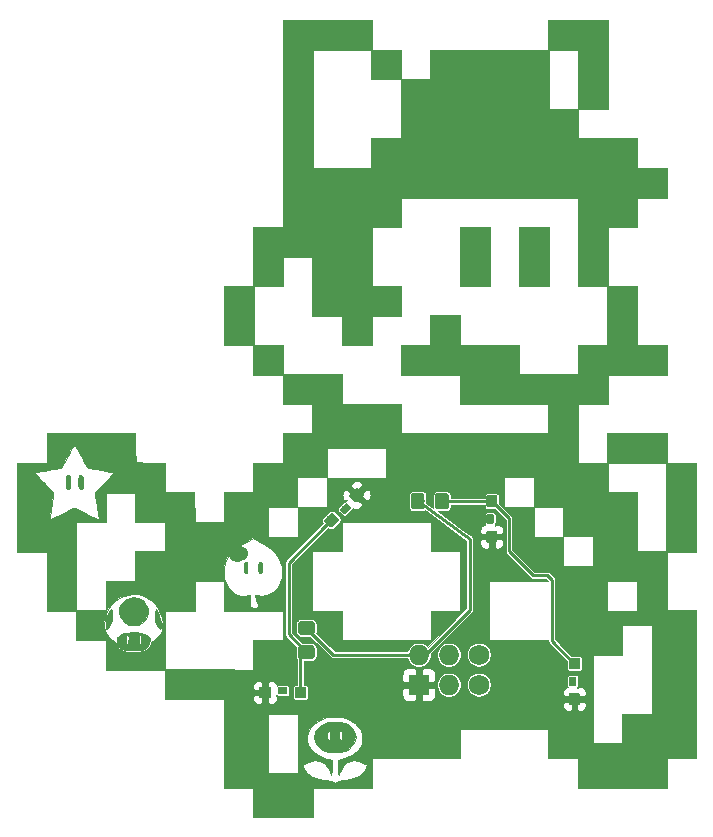
<source format=gbr>
G04 #@! TF.GenerationSoftware,KiCad,Pcbnew,5.1.2*
G04 #@! TF.CreationDate,2019-06-30T01:50:48-07:00*
G04 #@! TF.ProjectId,Mario_SAO,4d617269-6f5f-4534-914f-2e6b69636164,rev?*
G04 #@! TF.SameCoordinates,Original*
G04 #@! TF.FileFunction,Copper,L2,Bot*
G04 #@! TF.FilePolarity,Positive*
%FSLAX46Y46*%
G04 Gerber Fmt 4.6, Leading zero omitted, Abs format (unit mm)*
G04 Created by KiCad (PCBNEW 5.1.2) date 2019-06-30 01:50:48*
%MOMM*%
%LPD*%
G04 APERTURE LIST*
%ADD10C,0.010000*%
%ADD11R,1.727200X1.727200*%
%ADD12O,1.727200X1.727200*%
%ADD13C,1.727200*%
%ADD14C,0.100000*%
%ADD15C,0.600000*%
%ADD16C,0.900000*%
%ADD17C,1.150000*%
%ADD18C,0.254000*%
%ADD19C,0.025400*%
G04 APERTURE END LIST*
D10*
G36*
X117256000Y-88781667D02*
G01*
X116014222Y-88781667D01*
X115698087Y-88780740D01*
X115409712Y-88778118D01*
X115159881Y-88774042D01*
X114959377Y-88768751D01*
X114818984Y-88762485D01*
X114749486Y-88755482D01*
X114744222Y-88753445D01*
X114739111Y-88707130D01*
X114734298Y-88583650D01*
X114729867Y-88390506D01*
X114725902Y-88135198D01*
X114722486Y-87825228D01*
X114719705Y-87468098D01*
X114717641Y-87071307D01*
X114716380Y-86642358D01*
X114716000Y-86234611D01*
X114716000Y-83744000D01*
X117256000Y-83744000D01*
X117256000Y-88781667D01*
X117256000Y-88781667D01*
G37*
X117256000Y-88781667D02*
X116014222Y-88781667D01*
X115698087Y-88780740D01*
X115409712Y-88778118D01*
X115159881Y-88774042D01*
X114959377Y-88768751D01*
X114818984Y-88762485D01*
X114749486Y-88755482D01*
X114744222Y-88753445D01*
X114739111Y-88707130D01*
X114734298Y-88583650D01*
X114729867Y-88390506D01*
X114725902Y-88135198D01*
X114722486Y-87825228D01*
X114719705Y-87468098D01*
X114717641Y-87071307D01*
X114716380Y-86642358D01*
X114716000Y-86234611D01*
X114716000Y-83744000D01*
X117256000Y-83744000D01*
X117256000Y-88781667D01*
G36*
X112260667Y-88781667D02*
G01*
X111018889Y-88781667D01*
X110702754Y-88780740D01*
X110414379Y-88778118D01*
X110164548Y-88774042D01*
X109964044Y-88768751D01*
X109823651Y-88762485D01*
X109754153Y-88755482D01*
X109748889Y-88753445D01*
X109743778Y-88707130D01*
X109738965Y-88583650D01*
X109734534Y-88390506D01*
X109730568Y-88135198D01*
X109727153Y-87825228D01*
X109724371Y-87468098D01*
X109722308Y-87071307D01*
X109721047Y-86642358D01*
X109720667Y-86234611D01*
X109720667Y-83744000D01*
X112260667Y-83744000D01*
X112260667Y-88781667D01*
X112260667Y-88781667D01*
G37*
X112260667Y-88781667D02*
X111018889Y-88781667D01*
X110702754Y-88780740D01*
X110414379Y-88778118D01*
X110164548Y-88774042D01*
X109964044Y-88768751D01*
X109823651Y-88762485D01*
X109754153Y-88755482D01*
X109748889Y-88753445D01*
X109743778Y-88707130D01*
X109738965Y-88583650D01*
X109734534Y-88390506D01*
X109730568Y-88135198D01*
X109727153Y-87825228D01*
X109724371Y-87468098D01*
X109722308Y-87071307D01*
X109721047Y-86642358D01*
X109720667Y-86234611D01*
X109720667Y-83744000D01*
X112260667Y-83744000D01*
X112260667Y-88781667D01*
G36*
X77698019Y-104752744D02*
G01*
X77778453Y-104832487D01*
X77797192Y-104874651D01*
X77819804Y-104984620D01*
X77834688Y-105146732D01*
X77841781Y-105336955D01*
X77841020Y-105531259D01*
X77832342Y-105705614D01*
X77815684Y-105835989D01*
X77799844Y-105887117D01*
X77723292Y-105955597D01*
X77621686Y-105964089D01*
X77528206Y-105914063D01*
X77498121Y-105873750D01*
X77471828Y-105782067D01*
X77454111Y-105633639D01*
X77444911Y-105450866D01*
X77444171Y-105256151D01*
X77451832Y-105071892D01*
X77467837Y-104920490D01*
X77492128Y-104824346D01*
X77500870Y-104809810D01*
X77597852Y-104743513D01*
X77698019Y-104752744D01*
X77698019Y-104752744D01*
G37*
X77698019Y-104752744D02*
X77778453Y-104832487D01*
X77797192Y-104874651D01*
X77819804Y-104984620D01*
X77834688Y-105146732D01*
X77841781Y-105336955D01*
X77841020Y-105531259D01*
X77832342Y-105705614D01*
X77815684Y-105835989D01*
X77799844Y-105887117D01*
X77723292Y-105955597D01*
X77621686Y-105964089D01*
X77528206Y-105914063D01*
X77498121Y-105873750D01*
X77471828Y-105782067D01*
X77454111Y-105633639D01*
X77444911Y-105450866D01*
X77444171Y-105256151D01*
X77451832Y-105071892D01*
X77467837Y-104920490D01*
X77492128Y-104824346D01*
X77500870Y-104809810D01*
X77597852Y-104743513D01*
X77698019Y-104752744D01*
G36*
X76691523Y-104791460D02*
G01*
X76692200Y-104792134D01*
X76713999Y-104855570D01*
X76729880Y-104982413D01*
X76739708Y-105151598D01*
X76743351Y-105342063D01*
X76740673Y-105532744D01*
X76731540Y-105702578D01*
X76715818Y-105830502D01*
X76699177Y-105887117D01*
X76623347Y-105953040D01*
X76552500Y-105969000D01*
X76452416Y-105936719D01*
X76405823Y-105887117D01*
X76384033Y-105800892D01*
X76370008Y-105654186D01*
X76363627Y-105470818D01*
X76364768Y-105274606D01*
X76373308Y-105089368D01*
X76389127Y-104938922D01*
X76411128Y-104849159D01*
X76487795Y-104763489D01*
X76591617Y-104742155D01*
X76691523Y-104791460D01*
X76691523Y-104791460D01*
G37*
X76691523Y-104791460D02*
X76692200Y-104792134D01*
X76713999Y-104855570D01*
X76729880Y-104982413D01*
X76739708Y-105151598D01*
X76743351Y-105342063D01*
X76740673Y-105532744D01*
X76731540Y-105702578D01*
X76715818Y-105830502D01*
X76699177Y-105887117D01*
X76623347Y-105953040D01*
X76552500Y-105969000D01*
X76452416Y-105936719D01*
X76405823Y-105887117D01*
X76384033Y-105800892D01*
X76370008Y-105654186D01*
X76363627Y-105470818D01*
X76364768Y-105274606D01*
X76373308Y-105089368D01*
X76389127Y-104938922D01*
X76411128Y-104849159D01*
X76487795Y-104763489D01*
X76591617Y-104742155D01*
X76691523Y-104791460D01*
G36*
X92901098Y-112132984D02*
G01*
X92938864Y-112169742D01*
X92963703Y-112236094D01*
X92979108Y-112349241D01*
X92988570Y-112526384D01*
X92990062Y-112571164D01*
X92990943Y-112794115D01*
X92978001Y-112947164D01*
X92953128Y-113021764D01*
X92863784Y-113077734D01*
X92771051Y-113060542D01*
X92702889Y-112975674D01*
X92701619Y-112972411D01*
X92680236Y-112874124D01*
X92665317Y-112725215D01*
X92660333Y-112574934D01*
X92667013Y-112397076D01*
X92690532Y-112278327D01*
X92736113Y-112193930D01*
X92742348Y-112186107D01*
X92811758Y-112119807D01*
X92872914Y-112118295D01*
X92901098Y-112132984D01*
X92901098Y-112132984D01*
G37*
X92901098Y-112132984D02*
X92938864Y-112169742D01*
X92963703Y-112236094D01*
X92979108Y-112349241D01*
X92988570Y-112526384D01*
X92990062Y-112571164D01*
X92990943Y-112794115D01*
X92978001Y-112947164D01*
X92953128Y-113021764D01*
X92863784Y-113077734D01*
X92771051Y-113060542D01*
X92702889Y-112975674D01*
X92701619Y-112972411D01*
X92680236Y-112874124D01*
X92665317Y-112725215D01*
X92660333Y-112574934D01*
X92667013Y-112397076D01*
X92690532Y-112278327D01*
X92736113Y-112193930D01*
X92742348Y-112186107D01*
X92811758Y-112119807D01*
X92872914Y-112118295D01*
X92901098Y-112132984D01*
G36*
X91675561Y-112133006D02*
G01*
X91676877Y-112133832D01*
X91710610Y-112167410D01*
X91732340Y-112227775D01*
X91744506Y-112331101D01*
X91749547Y-112493563D01*
X91750167Y-112619947D01*
X91750167Y-113059834D01*
X91635226Y-113073086D01*
X91547140Y-113067709D01*
X91501192Y-113008945D01*
X91488072Y-112967253D01*
X91471623Y-112864654D01*
X91459668Y-112710998D01*
X91454845Y-112542762D01*
X91459662Y-112365006D01*
X91478256Y-112250423D01*
X91514693Y-112178081D01*
X91528711Y-112162480D01*
X91602729Y-112113029D01*
X91675561Y-112133006D01*
X91675561Y-112133006D01*
G37*
X91675561Y-112133006D02*
X91676877Y-112133832D01*
X91710610Y-112167410D01*
X91732340Y-112227775D01*
X91744506Y-112331101D01*
X91749547Y-112493563D01*
X91750167Y-112619947D01*
X91750167Y-113059834D01*
X91635226Y-113073086D01*
X91547140Y-113067709D01*
X91501192Y-113008945D01*
X91488072Y-112967253D01*
X91471623Y-112864654D01*
X91459668Y-112710998D01*
X91454845Y-112542762D01*
X91459662Y-112365006D01*
X91478256Y-112250423D01*
X91514693Y-112178081D01*
X91528711Y-112162480D01*
X91602729Y-112113029D01*
X91675561Y-112133006D01*
G36*
X82437602Y-115182772D02*
G01*
X82716604Y-115289854D01*
X82962675Y-115472641D01*
X83020878Y-115531496D01*
X83201118Y-115764385D01*
X83305504Y-116005575D01*
X83341774Y-116276831D01*
X83337410Y-116422027D01*
X83275027Y-116732852D01*
X83138333Y-117007990D01*
X82933037Y-117239416D01*
X82664850Y-117419104D01*
X82608934Y-117445973D01*
X82427973Y-117497904D01*
X82199985Y-117520341D01*
X81957389Y-117513062D01*
X81732603Y-117475847D01*
X81654817Y-117452486D01*
X81466243Y-117352563D01*
X81276539Y-117196151D01*
X81109590Y-117007647D01*
X80989283Y-116811447D01*
X80962630Y-116745516D01*
X80896495Y-116431439D01*
X80910887Y-116125974D01*
X81003157Y-115839731D01*
X81170662Y-115583321D01*
X81280491Y-115470801D01*
X81527167Y-115289581D01*
X81789548Y-115184723D01*
X82088712Y-115148091D01*
X82117352Y-115147863D01*
X82437602Y-115182772D01*
X82437602Y-115182772D01*
G37*
X82437602Y-115182772D02*
X82716604Y-115289854D01*
X82962675Y-115472641D01*
X83020878Y-115531496D01*
X83201118Y-115764385D01*
X83305504Y-116005575D01*
X83341774Y-116276831D01*
X83337410Y-116422027D01*
X83275027Y-116732852D01*
X83138333Y-117007990D01*
X82933037Y-117239416D01*
X82664850Y-117419104D01*
X82608934Y-117445973D01*
X82427973Y-117497904D01*
X82199985Y-117520341D01*
X81957389Y-117513062D01*
X81732603Y-117475847D01*
X81654817Y-117452486D01*
X81466243Y-117352563D01*
X81276539Y-117196151D01*
X81109590Y-117007647D01*
X80989283Y-116811447D01*
X80962630Y-116745516D01*
X80896495Y-116431439D01*
X80910887Y-116125974D01*
X81003157Y-115839731D01*
X81170662Y-115583321D01*
X81280491Y-115470801D01*
X81527167Y-115289581D01*
X81789548Y-115184723D01*
X82088712Y-115148091D01*
X82117352Y-115147863D01*
X82437602Y-115182772D01*
G36*
X84064509Y-116173508D02*
G01*
X84127018Y-116262450D01*
X84193417Y-116396832D01*
X84311638Y-116702375D01*
X84395433Y-117013223D01*
X84441342Y-117309151D01*
X84445906Y-117569936D01*
X84420984Y-117727084D01*
X84387341Y-117803617D01*
X84340536Y-117809544D01*
X84272541Y-117742280D01*
X84214973Y-117660804D01*
X84061898Y-117373946D01*
X83973410Y-117065625D01*
X83944548Y-116716401D01*
X83946492Y-116608245D01*
X83960342Y-116377433D01*
X83983246Y-116229224D01*
X84017277Y-116161841D01*
X84064509Y-116173508D01*
X84064509Y-116173508D01*
G37*
X84064509Y-116173508D02*
X84127018Y-116262450D01*
X84193417Y-116396832D01*
X84311638Y-116702375D01*
X84395433Y-117013223D01*
X84441342Y-117309151D01*
X84445906Y-117569936D01*
X84420984Y-117727084D01*
X84387341Y-117803617D01*
X84340536Y-117809544D01*
X84272541Y-117742280D01*
X84214973Y-117660804D01*
X84061898Y-117373946D01*
X83973410Y-117065625D01*
X83944548Y-116716401D01*
X83946492Y-116608245D01*
X83960342Y-116377433D01*
X83983246Y-116229224D01*
X84017277Y-116161841D01*
X84064509Y-116173508D01*
G36*
X80232110Y-116166135D02*
G01*
X80235102Y-116170690D01*
X80261957Y-116258919D01*
X80279965Y-116406283D01*
X80288523Y-116587654D01*
X80287031Y-116777903D01*
X80274884Y-116951901D01*
X80256528Y-117064933D01*
X80206059Y-117233487D01*
X80135889Y-117409410D01*
X80055625Y-117574395D01*
X79974872Y-117710135D01*
X79903239Y-117798323D01*
X79859088Y-117822334D01*
X79821529Y-117788766D01*
X79805218Y-117755992D01*
X79796138Y-117685964D01*
X79793338Y-117554599D01*
X79797034Y-117385011D01*
X79800954Y-117300909D01*
X79824345Y-117044073D01*
X79869481Y-116823759D01*
X79946377Y-116592639D01*
X79956326Y-116566784D01*
X80049098Y-116346635D01*
X80125205Y-116207587D01*
X80185818Y-116147975D01*
X80232110Y-116166135D01*
X80232110Y-116166135D01*
G37*
X80232110Y-116166135D02*
X80235102Y-116170690D01*
X80261957Y-116258919D01*
X80279965Y-116406283D01*
X80288523Y-116587654D01*
X80287031Y-116777903D01*
X80274884Y-116951901D01*
X80256528Y-117064933D01*
X80206059Y-117233487D01*
X80135889Y-117409410D01*
X80055625Y-117574395D01*
X79974872Y-117710135D01*
X79903239Y-117798323D01*
X79859088Y-117822334D01*
X79821529Y-117788766D01*
X79805218Y-117755992D01*
X79796138Y-117685964D01*
X79793338Y-117554599D01*
X79797034Y-117385011D01*
X79800954Y-117300909D01*
X79824345Y-117044073D01*
X79869481Y-116823759D01*
X79946377Y-116592639D01*
X79956326Y-116566784D01*
X80049098Y-116346635D01*
X80125205Y-116207587D01*
X80185818Y-116147975D01*
X80232110Y-116166135D01*
G36*
X82311662Y-118101236D02*
G01*
X82655825Y-118149820D01*
X82973136Y-118238679D01*
X83246820Y-118367610D01*
X83425084Y-118501356D01*
X83485925Y-118572256D01*
X83507783Y-118651151D01*
X83499382Y-118773170D01*
X83496977Y-118790793D01*
X83459267Y-118954712D01*
X83398074Y-119127765D01*
X83375660Y-119177000D01*
X83250622Y-119348110D01*
X83061667Y-119478337D01*
X82802833Y-119571275D01*
X82674472Y-119599560D01*
X82458766Y-119625990D01*
X82194899Y-119637252D01*
X81915751Y-119633763D01*
X81654207Y-119615938D01*
X81443147Y-119584196D01*
X81442000Y-119583943D01*
X81174236Y-119503845D01*
X80976490Y-119392888D01*
X80836702Y-119240989D01*
X80742811Y-119038064D01*
X80727374Y-118986500D01*
X80684273Y-118766364D01*
X80687386Y-118718454D01*
X81484981Y-118718454D01*
X81490993Y-118932048D01*
X81511583Y-119066636D01*
X81548826Y-119126956D01*
X81604798Y-119117739D01*
X81645200Y-119083867D01*
X81672761Y-119012666D01*
X81690406Y-118873628D01*
X81696000Y-118701538D01*
X81695320Y-118667543D01*
X82543295Y-118667543D01*
X82547230Y-118822625D01*
X82561369Y-118959122D01*
X82585840Y-119051363D01*
X82587866Y-119055356D01*
X82643125Y-119125395D01*
X82688282Y-119113788D01*
X82721789Y-119023121D01*
X82742096Y-118855981D01*
X82745346Y-118792293D01*
X82741851Y-118587390D01*
X82715612Y-118437769D01*
X82669682Y-118352248D01*
X82607112Y-118339646D01*
X82591422Y-118347531D01*
X82565520Y-118404323D01*
X82549435Y-118519551D01*
X82543295Y-118667543D01*
X81695320Y-118667543D01*
X81692493Y-118526387D01*
X81679851Y-118418918D01*
X81654895Y-118362356D01*
X81628227Y-118344003D01*
X81560614Y-118343116D01*
X81515920Y-118406259D01*
X81491585Y-118540128D01*
X81484981Y-118718454D01*
X80687386Y-118718454D01*
X80694935Y-118602298D01*
X80760293Y-118484209D01*
X80775250Y-118469490D01*
X81002024Y-118313677D01*
X81285829Y-118199146D01*
X81609887Y-118125697D01*
X81957424Y-118093127D01*
X82311662Y-118101236D01*
X82311662Y-118101236D01*
G37*
X82311662Y-118101236D02*
X82655825Y-118149820D01*
X82973136Y-118238679D01*
X83246820Y-118367610D01*
X83425084Y-118501356D01*
X83485925Y-118572256D01*
X83507783Y-118651151D01*
X83499382Y-118773170D01*
X83496977Y-118790793D01*
X83459267Y-118954712D01*
X83398074Y-119127765D01*
X83375660Y-119177000D01*
X83250622Y-119348110D01*
X83061667Y-119478337D01*
X82802833Y-119571275D01*
X82674472Y-119599560D01*
X82458766Y-119625990D01*
X82194899Y-119637252D01*
X81915751Y-119633763D01*
X81654207Y-119615938D01*
X81443147Y-119584196D01*
X81442000Y-119583943D01*
X81174236Y-119503845D01*
X80976490Y-119392888D01*
X80836702Y-119240989D01*
X80742811Y-119038064D01*
X80727374Y-118986500D01*
X80684273Y-118766364D01*
X80687386Y-118718454D01*
X81484981Y-118718454D01*
X81490993Y-118932048D01*
X81511583Y-119066636D01*
X81548826Y-119126956D01*
X81604798Y-119117739D01*
X81645200Y-119083867D01*
X81672761Y-119012666D01*
X81690406Y-118873628D01*
X81696000Y-118701538D01*
X81695320Y-118667543D01*
X82543295Y-118667543D01*
X82547230Y-118822625D01*
X82561369Y-118959122D01*
X82585840Y-119051363D01*
X82587866Y-119055356D01*
X82643125Y-119125395D01*
X82688282Y-119113788D01*
X82721789Y-119023121D01*
X82742096Y-118855981D01*
X82745346Y-118792293D01*
X82741851Y-118587390D01*
X82715612Y-118437769D01*
X82669682Y-118352248D01*
X82607112Y-118339646D01*
X82591422Y-118347531D01*
X82565520Y-118404323D01*
X82549435Y-118519551D01*
X82543295Y-118667543D01*
X81695320Y-118667543D01*
X81692493Y-118526387D01*
X81679851Y-118418918D01*
X81654895Y-118362356D01*
X81628227Y-118344003D01*
X81560614Y-118343116D01*
X81515920Y-118406259D01*
X81491585Y-118540128D01*
X81484981Y-118718454D01*
X80687386Y-118718454D01*
X80694935Y-118602298D01*
X80760293Y-118484209D01*
X80775250Y-118469490D01*
X81002024Y-118313677D01*
X81285829Y-118199146D01*
X81609887Y-118125697D01*
X81957424Y-118093127D01*
X82311662Y-118101236D01*
G36*
X99393030Y-125675821D02*
G01*
X99565030Y-125679900D01*
X99692245Y-125690585D01*
X99794617Y-125711053D01*
X99892087Y-125744482D01*
X100004595Y-125794051D01*
X100057704Y-125818842D01*
X100351239Y-125992042D01*
X100591866Y-126206967D01*
X100771448Y-126452728D01*
X100881849Y-126718438D01*
X100915333Y-126966334D01*
X100874426Y-127241144D01*
X100757275Y-127502733D01*
X100572241Y-127741208D01*
X100327681Y-127946674D01*
X100031954Y-128109239D01*
X99909200Y-128157251D01*
X99721040Y-128205085D01*
X99481729Y-128240189D01*
X99221510Y-128260568D01*
X98970629Y-128264225D01*
X98759329Y-128249167D01*
X98692833Y-128237493D01*
X98326055Y-128125330D01*
X98014534Y-127967010D01*
X97762980Y-127768607D01*
X97576102Y-127536196D01*
X97458609Y-127275851D01*
X97415210Y-126993648D01*
X97433109Y-126842994D01*
X98523500Y-126842994D01*
X98528217Y-127030300D01*
X98543931Y-127147612D01*
X98572990Y-127209159D01*
X98585580Y-127219456D01*
X98659516Y-127241202D01*
X98711044Y-127196852D01*
X98742336Y-127081221D01*
X98755562Y-126889123D01*
X98756333Y-126811655D01*
X98753140Y-126628997D01*
X98752396Y-126621559D01*
X99524946Y-126621559D01*
X99525373Y-126765856D01*
X99534564Y-126927770D01*
X99550515Y-127078645D01*
X99571218Y-127189824D01*
X99584349Y-127224403D01*
X99642091Y-127262414D01*
X99709404Y-127232639D01*
X99768324Y-127147356D01*
X99790003Y-127083855D01*
X99807550Y-126920445D01*
X99795411Y-126719512D01*
X99790003Y-126682137D01*
X99762655Y-126540502D01*
X99730916Y-126463095D01*
X99684406Y-126429689D01*
X99657413Y-126423835D01*
X99580738Y-126435155D01*
X99538842Y-126510193D01*
X99535290Y-126523535D01*
X99524946Y-126621559D01*
X98752396Y-126621559D01*
X98741705Y-126514824D01*
X98719244Y-126453130D01*
X98689988Y-126430217D01*
X98614826Y-126424943D01*
X98563892Y-126481369D01*
X98534426Y-126606334D01*
X98523670Y-126806679D01*
X98523500Y-126842994D01*
X97433109Y-126842994D01*
X97450615Y-126695660D01*
X97462774Y-126650797D01*
X97584813Y-126381744D01*
X97785193Y-126141537D01*
X98061932Y-125932255D01*
X98242305Y-125832893D01*
X98561442Y-125675167D01*
X99156304Y-125675167D01*
X99393030Y-125675821D01*
X99393030Y-125675821D01*
G37*
X99393030Y-125675821D02*
X99565030Y-125679900D01*
X99692245Y-125690585D01*
X99794617Y-125711053D01*
X99892087Y-125744482D01*
X100004595Y-125794051D01*
X100057704Y-125818842D01*
X100351239Y-125992042D01*
X100591866Y-126206967D01*
X100771448Y-126452728D01*
X100881849Y-126718438D01*
X100915333Y-126966334D01*
X100874426Y-127241144D01*
X100757275Y-127502733D01*
X100572241Y-127741208D01*
X100327681Y-127946674D01*
X100031954Y-128109239D01*
X99909200Y-128157251D01*
X99721040Y-128205085D01*
X99481729Y-128240189D01*
X99221510Y-128260568D01*
X98970629Y-128264225D01*
X98759329Y-128249167D01*
X98692833Y-128237493D01*
X98326055Y-128125330D01*
X98014534Y-127967010D01*
X97762980Y-127768607D01*
X97576102Y-127536196D01*
X97458609Y-127275851D01*
X97415210Y-126993648D01*
X97433109Y-126842994D01*
X98523500Y-126842994D01*
X98528217Y-127030300D01*
X98543931Y-127147612D01*
X98572990Y-127209159D01*
X98585580Y-127219456D01*
X98659516Y-127241202D01*
X98711044Y-127196852D01*
X98742336Y-127081221D01*
X98755562Y-126889123D01*
X98756333Y-126811655D01*
X98753140Y-126628997D01*
X98752396Y-126621559D01*
X99524946Y-126621559D01*
X99525373Y-126765856D01*
X99534564Y-126927770D01*
X99550515Y-127078645D01*
X99571218Y-127189824D01*
X99584349Y-127224403D01*
X99642091Y-127262414D01*
X99709404Y-127232639D01*
X99768324Y-127147356D01*
X99790003Y-127083855D01*
X99807550Y-126920445D01*
X99795411Y-126719512D01*
X99790003Y-126682137D01*
X99762655Y-126540502D01*
X99730916Y-126463095D01*
X99684406Y-126429689D01*
X99657413Y-126423835D01*
X99580738Y-126435155D01*
X99538842Y-126510193D01*
X99535290Y-126523535D01*
X99524946Y-126621559D01*
X98752396Y-126621559D01*
X98741705Y-126514824D01*
X98719244Y-126453130D01*
X98689988Y-126430217D01*
X98614826Y-126424943D01*
X98563892Y-126481369D01*
X98534426Y-126606334D01*
X98523670Y-126806679D01*
X98523500Y-126842994D01*
X97433109Y-126842994D01*
X97450615Y-126695660D01*
X97462774Y-126650797D01*
X97584813Y-126381744D01*
X97785193Y-126141537D01*
X98061932Y-125932255D01*
X98242305Y-125832893D01*
X98561442Y-125675167D01*
X99156304Y-125675167D01*
X99393030Y-125675821D01*
G36*
X102270000Y-68758000D02*
G01*
X104767667Y-68758000D01*
X104767667Y-71255667D01*
X107223000Y-71255667D01*
X107223000Y-68758000D01*
X117213667Y-68758000D01*
X117256000Y-68758000D01*
X117256000Y-73753334D01*
X119711333Y-73753334D01*
X119711333Y-68758000D01*
X117256000Y-68758000D01*
X117213667Y-68758000D01*
X117213667Y-66260334D01*
X122251333Y-66260334D01*
X122251333Y-73795667D01*
X119753667Y-73795667D01*
X119753667Y-76251000D01*
X124749000Y-76251000D01*
X124749000Y-78748667D01*
X127246667Y-78748667D01*
X127246667Y-81288667D01*
X124749000Y-81288667D01*
X124749000Y-83786334D01*
X122251333Y-83786334D01*
X122251333Y-88739334D01*
X124749000Y-88739334D01*
X124749000Y-93734667D01*
X127246667Y-93734667D01*
X127246667Y-96274667D01*
X122251333Y-96274667D01*
X122251333Y-98772334D01*
X119753667Y-98772334D01*
X119753667Y-103725334D01*
X122209000Y-103725334D01*
X122209000Y-101227667D01*
X127246667Y-101227667D01*
X127246667Y-103725334D01*
X129744333Y-103725334D01*
X129744333Y-111260667D01*
X127246667Y-111260667D01*
X127246667Y-116213667D01*
X129744333Y-116213667D01*
X129744333Y-128744334D01*
X127246667Y-128744334D01*
X127246667Y-131242000D01*
X119711333Y-131242000D01*
X119711333Y-128744334D01*
X117213667Y-128744334D01*
X117213667Y-126246667D01*
X109763000Y-126246667D01*
X109763000Y-128744334D01*
X102270000Y-128744334D01*
X102270000Y-131242000D01*
X97274667Y-131242000D01*
X97274667Y-133739667D01*
X92237000Y-133739667D01*
X92237000Y-131242000D01*
X89739333Y-131242000D01*
X89739333Y-123749000D01*
X84744000Y-123749000D01*
X84744000Y-121251334D01*
X79748667Y-121251334D01*
X79748667Y-118753667D01*
X77251000Y-118753667D01*
X77251000Y-117272000D01*
X79635819Y-117272000D01*
X79636289Y-117656881D01*
X79703582Y-117992126D01*
X79840058Y-118282986D01*
X80048072Y-118534713D01*
X80288417Y-118725532D01*
X80466796Y-118854561D01*
X80568342Y-118952723D01*
X80595333Y-119012968D01*
X80621465Y-119128286D01*
X80688313Y-119272771D01*
X80778558Y-119413947D01*
X80857002Y-119503653D01*
X81021697Y-119611049D01*
X81253580Y-119696536D01*
X81537467Y-119757777D01*
X81858173Y-119792437D01*
X82200514Y-119798178D01*
X82549305Y-119772665D01*
X82580263Y-119768786D01*
X82906410Y-119705153D01*
X83161138Y-119605307D01*
X83351847Y-119463954D01*
X83485937Y-119275799D01*
X83563503Y-119065280D01*
X83608112Y-118942837D01*
X83681191Y-118865507D01*
X83781213Y-118812261D01*
X83957483Y-118704783D01*
X84143574Y-118546020D01*
X84313470Y-118361396D01*
X84441153Y-118176333D01*
X84451241Y-118157546D01*
X84508330Y-117995273D01*
X84548755Y-117774844D01*
X84570894Y-117521420D01*
X84573127Y-117260163D01*
X84553832Y-117016236D01*
X84532606Y-116894716D01*
X84398557Y-116471488D01*
X84288078Y-116256000D01*
X84786333Y-116256000D01*
X84786333Y-121209000D01*
X90628333Y-121209000D01*
X90628333Y-124934334D01*
X93422333Y-124934334D01*
X93422333Y-130141334D01*
X96174000Y-130141334D01*
X96174000Y-129411946D01*
X96463183Y-129411946D01*
X96486984Y-129492531D01*
X96495208Y-129516338D01*
X96619460Y-129769805D01*
X96804246Y-130011501D01*
X97027067Y-130213103D01*
X97075690Y-130247100D01*
X97277854Y-130353385D01*
X97543024Y-130451278D01*
X97849574Y-130534914D01*
X98175881Y-130598429D01*
X98500322Y-130635960D01*
X98512917Y-130636835D01*
X98692426Y-130651052D01*
X98803173Y-130667034D01*
X98861018Y-130689210D01*
X98881824Y-130722009D01*
X98883333Y-130740266D01*
X98893758Y-130782917D01*
X98937268Y-130806702D01*
X99032215Y-130816852D01*
X99158500Y-130818667D01*
X99308192Y-130815696D01*
X99391674Y-130803300D01*
X99427295Y-130776248D01*
X99433667Y-130740266D01*
X99443525Y-130701606D01*
X99483677Y-130675453D01*
X99569982Y-130657378D01*
X99718303Y-130642951D01*
X99804083Y-130636835D01*
X100101319Y-130603703D01*
X100409105Y-130546670D01*
X100705209Y-130471598D01*
X100967398Y-130384346D01*
X101173440Y-130290775D01*
X101218405Y-130264010D01*
X101472982Y-130057050D01*
X101679571Y-129801025D01*
X101807073Y-129551707D01*
X101888130Y-129338382D01*
X101793315Y-129276614D01*
X101708823Y-129228594D01*
X101574769Y-129159764D01*
X101418723Y-129084236D01*
X101403506Y-129077108D01*
X101091314Y-128968849D01*
X100784047Y-128933324D01*
X100493451Y-128969136D01*
X100231274Y-129074886D01*
X100016066Y-129242101D01*
X99894862Y-129385042D01*
X99770706Y-129561041D01*
X99659098Y-129744913D01*
X99575535Y-129911470D01*
X99538740Y-130017795D01*
X99506812Y-130133058D01*
X99480311Y-130165002D01*
X99459494Y-130114818D01*
X99444624Y-129983695D01*
X99435959Y-129772823D01*
X99433667Y-129537208D01*
X99433667Y-128885752D01*
X99782917Y-128811715D01*
X100210460Y-128686817D01*
X100591218Y-128505829D01*
X100917441Y-128274169D01*
X101181381Y-127997255D01*
X101362544Y-127707167D01*
X101422708Y-127574955D01*
X101459722Y-127459756D01*
X101479044Y-127332756D01*
X101486128Y-127165141D01*
X101486787Y-127051000D01*
X101484053Y-126851878D01*
X101472269Y-126709082D01*
X101445979Y-126594350D01*
X101399729Y-126479419D01*
X101361326Y-126400973D01*
X101152033Y-126080462D01*
X100872006Y-125804499D01*
X100523581Y-125574863D01*
X100109095Y-125393332D01*
X99984000Y-125352130D01*
X99736100Y-125296956D01*
X99436487Y-125262657D01*
X99115716Y-125250091D01*
X98804340Y-125260117D01*
X98532915Y-125293595D01*
X98460000Y-125309276D01*
X98066378Y-125439282D01*
X97705638Y-125624304D01*
X97390404Y-125855208D01*
X97133299Y-126122860D01*
X96957633Y-126396333D01*
X96896603Y-126526853D01*
X96858939Y-126639875D01*
X96839104Y-126763945D01*
X96831559Y-126927614D01*
X96830633Y-127051000D01*
X96833772Y-127256535D01*
X96847014Y-127405938D01*
X96875251Y-127527581D01*
X96923375Y-127649839D01*
X96940113Y-127686000D01*
X97130126Y-127992779D01*
X97389316Y-128265788D01*
X97706356Y-128497478D01*
X98069919Y-128680299D01*
X98468677Y-128806702D01*
X98682250Y-128847057D01*
X98883333Y-128876521D01*
X98883333Y-129532592D01*
X98880056Y-129810431D01*
X98870390Y-130009283D01*
X98854581Y-130128010D01*
X98832876Y-130165471D01*
X98805522Y-130120525D01*
X98778260Y-130017795D01*
X98729413Y-129884389D01*
X98639763Y-129712936D01*
X98524807Y-129528623D01*
X98400045Y-129356637D01*
X98300934Y-129242101D01*
X98077356Y-129070130D01*
X97814013Y-128966748D01*
X97522653Y-128933353D01*
X97215023Y-128971343D01*
X96913494Y-129077108D01*
X96712382Y-129171896D01*
X96577337Y-129241704D01*
X96497817Y-129297602D01*
X96463280Y-129350659D01*
X96463183Y-129411946D01*
X96174000Y-129411946D01*
X96174000Y-124934334D01*
X102227667Y-124934334D01*
X102227667Y-128617334D01*
X109634721Y-128617334D01*
X109657167Y-126140834D01*
X117319500Y-126140834D01*
X117330723Y-127379084D01*
X117341945Y-128617334D01*
X118523177Y-128617334D01*
X118833732Y-128618226D01*
X119118537Y-128620747D01*
X119366039Y-128624657D01*
X119564682Y-128629718D01*
X119702911Y-128635694D01*
X119769170Y-128642345D01*
X119771371Y-128643029D01*
X119790943Y-128658722D01*
X119806348Y-128695063D01*
X119818069Y-128761067D01*
X119826589Y-128865747D01*
X119832392Y-129018115D01*
X119835961Y-129227184D01*
X119837779Y-129501967D01*
X119838329Y-129851477D01*
X119838333Y-129891863D01*
X119838333Y-131115000D01*
X121150667Y-131115000D01*
X121150667Y-129509796D01*
X121151326Y-129147214D01*
X121153203Y-128809780D01*
X121156150Y-128507217D01*
X121160017Y-128249249D01*
X121164654Y-128045597D01*
X121169912Y-127905985D01*
X121175641Y-127840136D01*
X121176362Y-127837629D01*
X121191836Y-127818357D01*
X121227708Y-127803119D01*
X121292837Y-127791456D01*
X121396084Y-127782910D01*
X121546307Y-127777019D01*
X121752368Y-127773326D01*
X122023125Y-127771369D01*
X122367439Y-127770691D01*
X122467529Y-127770667D01*
X123733000Y-127770667D01*
X123733000Y-125146000D01*
X126146000Y-125146000D01*
X126146000Y-113335000D01*
X121272053Y-113335000D01*
X121296452Y-112308417D01*
X121305027Y-111955429D01*
X121314719Y-111569399D01*
X121324800Y-111178491D01*
X121334542Y-110810867D01*
X121343217Y-110494691D01*
X121344599Y-110445750D01*
X121368347Y-109609667D01*
X118653000Y-109609667D01*
X118653000Y-107240319D01*
X117457083Y-107229076D01*
X116261167Y-107217834D01*
X116238721Y-104741334D01*
X113403667Y-104741334D01*
X113403667Y-105630334D01*
X104767667Y-105630334D01*
X104767667Y-103767667D01*
X122251333Y-103767667D01*
X122251333Y-106223000D01*
X124749000Y-106223000D01*
X124749000Y-111218334D01*
X127204333Y-111218334D01*
X127204333Y-103767667D01*
X122251333Y-103767667D01*
X104767667Y-103767667D01*
X104767667Y-101312334D01*
X101603250Y-101312387D01*
X101032083Y-101312814D01*
X100439634Y-101314027D01*
X99838538Y-101315956D01*
X99241428Y-101318529D01*
X98660941Y-101321676D01*
X98109710Y-101325323D01*
X97600371Y-101329402D01*
X97145558Y-101333839D01*
X96757906Y-101338564D01*
X96629083Y-101340447D01*
X94819333Y-101368453D01*
X94819333Y-107239000D01*
X93210667Y-107239000D01*
X93210667Y-110244667D01*
X94819333Y-110244667D01*
X94819333Y-116256000D01*
X89739333Y-116256000D01*
X89739333Y-113758334D01*
X87284000Y-113758334D01*
X87284000Y-116256000D01*
X84786333Y-116256000D01*
X84288078Y-116256000D01*
X84194315Y-116073117D01*
X83929780Y-115712598D01*
X83614849Y-115402925D01*
X83259422Y-115157090D01*
X83174281Y-115111600D01*
X82807061Y-114966609D01*
X82411819Y-114882997D01*
X82009633Y-114862189D01*
X81621581Y-114905611D01*
X81336167Y-114987291D01*
X80917766Y-115190026D01*
X80547382Y-115458165D01*
X80231065Y-115783576D01*
X79974867Y-116158130D01*
X79784839Y-116573694D01*
X79667033Y-117022138D01*
X79635819Y-117272000D01*
X77251000Y-117272000D01*
X77251000Y-116256000D01*
X74753333Y-116256000D01*
X74753333Y-111260667D01*
X72255667Y-111260667D01*
X72255667Y-108764260D01*
X77251000Y-108764260D01*
X77251000Y-116213667D01*
X79748667Y-116213667D01*
X79748667Y-113716000D01*
X82246333Y-113716000D01*
X82246333Y-113097444D01*
X89750944Y-113097444D01*
X89798724Y-113506759D01*
X89919286Y-113893282D01*
X90111714Y-114248521D01*
X90346647Y-114535552D01*
X90612783Y-114761611D01*
X90899025Y-114913428D01*
X91214257Y-114993422D01*
X91567365Y-115004012D01*
X91905565Y-114959940D01*
X92018630Y-114938412D01*
X91994819Y-115421877D01*
X91985515Y-115632171D01*
X91983541Y-115775309D01*
X91990916Y-115868634D01*
X92009659Y-115929491D01*
X92041790Y-115975223D01*
X92061671Y-115996005D01*
X92193446Y-116072657D01*
X92352761Y-116073573D01*
X92522750Y-116002464D01*
X92611259Y-115943569D01*
X92658104Y-115902785D01*
X92660333Y-115897680D01*
X92648055Y-115850247D01*
X92615563Y-115743700D01*
X92569369Y-115599265D01*
X92559477Y-115568975D01*
X92505951Y-115393771D01*
X92461396Y-115226688D01*
X92435206Y-115103035D01*
X92434773Y-115100167D01*
X92410926Y-114939168D01*
X92609713Y-114973167D01*
X92973643Y-115004564D01*
X93316456Y-114974138D01*
X93618313Y-114883727D01*
X93629550Y-114878757D01*
X93890201Y-114721252D01*
X94135748Y-114497432D01*
X94351947Y-114225644D01*
X94524555Y-113924236D01*
X94639328Y-113611556D01*
X94651115Y-113562857D01*
X94671812Y-113426459D01*
X94687499Y-113239219D01*
X94695607Y-113034926D01*
X94696182Y-112969994D01*
X94656965Y-112526848D01*
X94538646Y-112110553D01*
X94340220Y-111718800D01*
X94060683Y-111349279D01*
X93932745Y-111213972D01*
X93744964Y-111041188D01*
X93533376Y-110877911D01*
X93283100Y-110714238D01*
X92979255Y-110540266D01*
X92698261Y-110392462D01*
X92237394Y-110156723D01*
X91697447Y-110431473D01*
X91496052Y-110535394D01*
X91316169Y-110630886D01*
X91174178Y-110709059D01*
X91086458Y-110761025D01*
X91072833Y-110770432D01*
X91021633Y-110813984D01*
X91034245Y-110831781D01*
X91120817Y-110835916D01*
X91127852Y-110835987D01*
X91337126Y-110876968D01*
X91515140Y-110986490D01*
X91643505Y-111150753D01*
X91684761Y-111254021D01*
X91698742Y-111442755D01*
X91640167Y-111623427D01*
X91521113Y-111785588D01*
X91353656Y-111918789D01*
X91149874Y-112012580D01*
X90921842Y-112056512D01*
X90761522Y-112052851D01*
X90546304Y-111992758D01*
X90366190Y-111861197D01*
X90260134Y-111730055D01*
X90167102Y-111593395D01*
X90053457Y-111817663D01*
X89877395Y-112244405D01*
X89776863Y-112673829D01*
X89750944Y-113097444D01*
X82246333Y-113097444D01*
X82246333Y-111218334D01*
X84744000Y-111218334D01*
X84744000Y-108763000D01*
X82246333Y-108763000D01*
X82246333Y-106265334D01*
X79792279Y-106265334D01*
X79769833Y-108741834D01*
X78510417Y-108753047D01*
X77251000Y-108764260D01*
X72255667Y-108764260D01*
X72255667Y-104605856D01*
X73790106Y-104605856D01*
X73812386Y-104654971D01*
X73892758Y-104757562D01*
X74027396Y-104909360D01*
X74212474Y-105106092D01*
X74444166Y-105343489D01*
X74512365Y-105412143D01*
X74720243Y-105623528D01*
X74909242Y-105821062D01*
X75070586Y-105995141D01*
X75195496Y-106136159D01*
X75275194Y-106234509D01*
X75299815Y-106273930D01*
X75307311Y-106354910D01*
X75300020Y-106507283D01*
X75279476Y-106719365D01*
X75247215Y-106979468D01*
X75204770Y-107275909D01*
X75153675Y-107597002D01*
X75095464Y-107931061D01*
X75051465Y-108165528D01*
X75021076Y-108334372D01*
X75011307Y-108436870D01*
X75023836Y-108489197D01*
X75060339Y-108507528D01*
X75087070Y-108509000D01*
X75145918Y-108490289D01*
X75268367Y-108437746D01*
X75442982Y-108356760D01*
X75658329Y-108252717D01*
X75902971Y-108131005D01*
X76075475Y-108043334D01*
X76382528Y-107888764D01*
X76646400Y-107761584D01*
X76859627Y-107665153D01*
X77014745Y-107602830D01*
X77104290Y-107577973D01*
X77110364Y-107577667D01*
X77192351Y-107598052D01*
X77341006Y-107657102D01*
X77549384Y-107751657D01*
X77810536Y-107878558D01*
X78117516Y-108034645D01*
X78134279Y-108043334D01*
X78464584Y-108212545D01*
X78726603Y-108341730D01*
X78925468Y-108433031D01*
X79066310Y-108488591D01*
X79154262Y-108510554D01*
X79194455Y-108501062D01*
X79198333Y-108487689D01*
X79191614Y-108441376D01*
X79172853Y-108324330D01*
X79144144Y-108149292D01*
X79107580Y-107929006D01*
X79065257Y-107676217D01*
X79053994Y-107609272D01*
X79007811Y-107331736D01*
X78964592Y-107065918D01*
X78927108Y-106829334D01*
X78898130Y-106639498D01*
X78880430Y-106513926D01*
X78879434Y-106505955D01*
X78849212Y-106259743D01*
X79643413Y-105461534D01*
X79890404Y-105210299D01*
X80094944Y-104996026D01*
X80252790Y-104823424D01*
X80359700Y-104697201D01*
X80411431Y-104622063D01*
X80415280Y-104605126D01*
X80372570Y-104579140D01*
X80259625Y-104545800D01*
X80073277Y-104504426D01*
X79810360Y-104454339D01*
X79467706Y-104394857D01*
X79325160Y-104371168D01*
X78964786Y-104310373D01*
X78681141Y-104258993D01*
X78467006Y-104215450D01*
X78315161Y-104178162D01*
X78218384Y-104145553D01*
X78172649Y-104119122D01*
X78130452Y-104060825D01*
X78057338Y-103937974D01*
X77959600Y-103762068D01*
X77843530Y-103544606D01*
X77715419Y-103297087D01*
X77625544Y-103119285D01*
X77472831Y-102817101D01*
X77351737Y-102584578D01*
X77258102Y-102414641D01*
X77187769Y-102300216D01*
X77136577Y-102234227D01*
X77100368Y-102209599D01*
X77090665Y-102209403D01*
X77045700Y-102252753D01*
X76967742Y-102370259D01*
X76858555Y-102558870D01*
X76719903Y-102815539D01*
X76553548Y-103137216D01*
X76549659Y-103144864D01*
X76416465Y-103404461D01*
X76292693Y-103641063D01*
X76184414Y-103843429D01*
X76097703Y-104000316D01*
X76038632Y-104100481D01*
X76017180Y-104130629D01*
X75950256Y-104160678D01*
X75801123Y-104200175D01*
X75571665Y-104248721D01*
X75263766Y-104305917D01*
X74882964Y-104370764D01*
X74514146Y-104433168D01*
X74225454Y-104485910D01*
X74012999Y-104529826D01*
X73872894Y-104565751D01*
X73801251Y-104594523D01*
X73790106Y-104605856D01*
X72255667Y-104605856D01*
X72255667Y-103725334D01*
X74753333Y-103725334D01*
X74753333Y-101227209D01*
X78510417Y-101238021D01*
X82267500Y-101248834D01*
X82278722Y-102486445D01*
X82289943Y-103724057D01*
X83527555Y-103735278D01*
X84765167Y-103746500D01*
X84776388Y-104984112D01*
X84787610Y-106221723D01*
X86025222Y-106232945D01*
X87262833Y-106244167D01*
X87285279Y-108720667D01*
X89739333Y-108720667D01*
X89739333Y-106223000D01*
X92237000Y-106223000D01*
X92237000Y-103725334D01*
X94734667Y-103725334D01*
X94734667Y-101227667D01*
X97232333Y-101227667D01*
X97232333Y-98772334D01*
X94734667Y-98772334D01*
X94734667Y-96274667D01*
X92237000Y-96274667D01*
X92237000Y-93777000D01*
X89739333Y-93777000D01*
X89739333Y-88781667D01*
X92279333Y-88781667D01*
X92279333Y-93734667D01*
X94777000Y-93734667D01*
X94777000Y-96232334D01*
X99772333Y-96232334D01*
X99772333Y-98730000D01*
X104767667Y-98730000D01*
X104767667Y-101227667D01*
X117213667Y-101227667D01*
X117213667Y-98772334D01*
X109720667Y-98772334D01*
X109720667Y-96274667D01*
X104725333Y-96274667D01*
X104725333Y-93734667D01*
X107223000Y-93734667D01*
X107223000Y-91237000D01*
X109763000Y-91237000D01*
X109763000Y-93734667D01*
X114758333Y-93734667D01*
X114758333Y-96232334D01*
X119711333Y-96232334D01*
X119711333Y-93734667D01*
X122209000Y-93734667D01*
X122209000Y-88781667D01*
X119711333Y-88781667D01*
X119711333Y-81288667D01*
X104767667Y-81288667D01*
X104767667Y-83786334D01*
X102270000Y-83786334D01*
X102270000Y-88739334D01*
X104767667Y-88739334D01*
X104767667Y-91279334D01*
X102270000Y-91279334D01*
X102270000Y-93777000D01*
X99730000Y-93777000D01*
X99730000Y-91279334D01*
X97232333Y-91279334D01*
X97232333Y-86284000D01*
X94777000Y-86284000D01*
X94777000Y-88781667D01*
X92279333Y-88781667D01*
X89739333Y-88781667D01*
X89739333Y-88739334D01*
X92237000Y-88739334D01*
X92237000Y-83744000D01*
X94734667Y-83744000D01*
X94734667Y-68758000D01*
X97274667Y-68758000D01*
X97274667Y-78748667D01*
X102227667Y-78748667D01*
X102227667Y-76251000D01*
X104725333Y-76251000D01*
X104725333Y-71255667D01*
X102227667Y-71255667D01*
X102227667Y-68758000D01*
X97274667Y-68758000D01*
X94734667Y-68758000D01*
X94734667Y-66260334D01*
X102270000Y-66260334D01*
X102270000Y-68758000D01*
X102270000Y-68758000D01*
G37*
X102270000Y-68758000D02*
X104767667Y-68758000D01*
X104767667Y-71255667D01*
X107223000Y-71255667D01*
X107223000Y-68758000D01*
X117213667Y-68758000D01*
X117256000Y-68758000D01*
X117256000Y-73753334D01*
X119711333Y-73753334D01*
X119711333Y-68758000D01*
X117256000Y-68758000D01*
X117213667Y-68758000D01*
X117213667Y-66260334D01*
X122251333Y-66260334D01*
X122251333Y-73795667D01*
X119753667Y-73795667D01*
X119753667Y-76251000D01*
X124749000Y-76251000D01*
X124749000Y-78748667D01*
X127246667Y-78748667D01*
X127246667Y-81288667D01*
X124749000Y-81288667D01*
X124749000Y-83786334D01*
X122251333Y-83786334D01*
X122251333Y-88739334D01*
X124749000Y-88739334D01*
X124749000Y-93734667D01*
X127246667Y-93734667D01*
X127246667Y-96274667D01*
X122251333Y-96274667D01*
X122251333Y-98772334D01*
X119753667Y-98772334D01*
X119753667Y-103725334D01*
X122209000Y-103725334D01*
X122209000Y-101227667D01*
X127246667Y-101227667D01*
X127246667Y-103725334D01*
X129744333Y-103725334D01*
X129744333Y-111260667D01*
X127246667Y-111260667D01*
X127246667Y-116213667D01*
X129744333Y-116213667D01*
X129744333Y-128744334D01*
X127246667Y-128744334D01*
X127246667Y-131242000D01*
X119711333Y-131242000D01*
X119711333Y-128744334D01*
X117213667Y-128744334D01*
X117213667Y-126246667D01*
X109763000Y-126246667D01*
X109763000Y-128744334D01*
X102270000Y-128744334D01*
X102270000Y-131242000D01*
X97274667Y-131242000D01*
X97274667Y-133739667D01*
X92237000Y-133739667D01*
X92237000Y-131242000D01*
X89739333Y-131242000D01*
X89739333Y-123749000D01*
X84744000Y-123749000D01*
X84744000Y-121251334D01*
X79748667Y-121251334D01*
X79748667Y-118753667D01*
X77251000Y-118753667D01*
X77251000Y-117272000D01*
X79635819Y-117272000D01*
X79636289Y-117656881D01*
X79703582Y-117992126D01*
X79840058Y-118282986D01*
X80048072Y-118534713D01*
X80288417Y-118725532D01*
X80466796Y-118854561D01*
X80568342Y-118952723D01*
X80595333Y-119012968D01*
X80621465Y-119128286D01*
X80688313Y-119272771D01*
X80778558Y-119413947D01*
X80857002Y-119503653D01*
X81021697Y-119611049D01*
X81253580Y-119696536D01*
X81537467Y-119757777D01*
X81858173Y-119792437D01*
X82200514Y-119798178D01*
X82549305Y-119772665D01*
X82580263Y-119768786D01*
X82906410Y-119705153D01*
X83161138Y-119605307D01*
X83351847Y-119463954D01*
X83485937Y-119275799D01*
X83563503Y-119065280D01*
X83608112Y-118942837D01*
X83681191Y-118865507D01*
X83781213Y-118812261D01*
X83957483Y-118704783D01*
X84143574Y-118546020D01*
X84313470Y-118361396D01*
X84441153Y-118176333D01*
X84451241Y-118157546D01*
X84508330Y-117995273D01*
X84548755Y-117774844D01*
X84570894Y-117521420D01*
X84573127Y-117260163D01*
X84553832Y-117016236D01*
X84532606Y-116894716D01*
X84398557Y-116471488D01*
X84288078Y-116256000D01*
X84786333Y-116256000D01*
X84786333Y-121209000D01*
X90628333Y-121209000D01*
X90628333Y-124934334D01*
X93422333Y-124934334D01*
X93422333Y-130141334D01*
X96174000Y-130141334D01*
X96174000Y-129411946D01*
X96463183Y-129411946D01*
X96486984Y-129492531D01*
X96495208Y-129516338D01*
X96619460Y-129769805D01*
X96804246Y-130011501D01*
X97027067Y-130213103D01*
X97075690Y-130247100D01*
X97277854Y-130353385D01*
X97543024Y-130451278D01*
X97849574Y-130534914D01*
X98175881Y-130598429D01*
X98500322Y-130635960D01*
X98512917Y-130636835D01*
X98692426Y-130651052D01*
X98803173Y-130667034D01*
X98861018Y-130689210D01*
X98881824Y-130722009D01*
X98883333Y-130740266D01*
X98893758Y-130782917D01*
X98937268Y-130806702D01*
X99032215Y-130816852D01*
X99158500Y-130818667D01*
X99308192Y-130815696D01*
X99391674Y-130803300D01*
X99427295Y-130776248D01*
X99433667Y-130740266D01*
X99443525Y-130701606D01*
X99483677Y-130675453D01*
X99569982Y-130657378D01*
X99718303Y-130642951D01*
X99804083Y-130636835D01*
X100101319Y-130603703D01*
X100409105Y-130546670D01*
X100705209Y-130471598D01*
X100967398Y-130384346D01*
X101173440Y-130290775D01*
X101218405Y-130264010D01*
X101472982Y-130057050D01*
X101679571Y-129801025D01*
X101807073Y-129551707D01*
X101888130Y-129338382D01*
X101793315Y-129276614D01*
X101708823Y-129228594D01*
X101574769Y-129159764D01*
X101418723Y-129084236D01*
X101403506Y-129077108D01*
X101091314Y-128968849D01*
X100784047Y-128933324D01*
X100493451Y-128969136D01*
X100231274Y-129074886D01*
X100016066Y-129242101D01*
X99894862Y-129385042D01*
X99770706Y-129561041D01*
X99659098Y-129744913D01*
X99575535Y-129911470D01*
X99538740Y-130017795D01*
X99506812Y-130133058D01*
X99480311Y-130165002D01*
X99459494Y-130114818D01*
X99444624Y-129983695D01*
X99435959Y-129772823D01*
X99433667Y-129537208D01*
X99433667Y-128885752D01*
X99782917Y-128811715D01*
X100210460Y-128686817D01*
X100591218Y-128505829D01*
X100917441Y-128274169D01*
X101181381Y-127997255D01*
X101362544Y-127707167D01*
X101422708Y-127574955D01*
X101459722Y-127459756D01*
X101479044Y-127332756D01*
X101486128Y-127165141D01*
X101486787Y-127051000D01*
X101484053Y-126851878D01*
X101472269Y-126709082D01*
X101445979Y-126594350D01*
X101399729Y-126479419D01*
X101361326Y-126400973D01*
X101152033Y-126080462D01*
X100872006Y-125804499D01*
X100523581Y-125574863D01*
X100109095Y-125393332D01*
X99984000Y-125352130D01*
X99736100Y-125296956D01*
X99436487Y-125262657D01*
X99115716Y-125250091D01*
X98804340Y-125260117D01*
X98532915Y-125293595D01*
X98460000Y-125309276D01*
X98066378Y-125439282D01*
X97705638Y-125624304D01*
X97390404Y-125855208D01*
X97133299Y-126122860D01*
X96957633Y-126396333D01*
X96896603Y-126526853D01*
X96858939Y-126639875D01*
X96839104Y-126763945D01*
X96831559Y-126927614D01*
X96830633Y-127051000D01*
X96833772Y-127256535D01*
X96847014Y-127405938D01*
X96875251Y-127527581D01*
X96923375Y-127649839D01*
X96940113Y-127686000D01*
X97130126Y-127992779D01*
X97389316Y-128265788D01*
X97706356Y-128497478D01*
X98069919Y-128680299D01*
X98468677Y-128806702D01*
X98682250Y-128847057D01*
X98883333Y-128876521D01*
X98883333Y-129532592D01*
X98880056Y-129810431D01*
X98870390Y-130009283D01*
X98854581Y-130128010D01*
X98832876Y-130165471D01*
X98805522Y-130120525D01*
X98778260Y-130017795D01*
X98729413Y-129884389D01*
X98639763Y-129712936D01*
X98524807Y-129528623D01*
X98400045Y-129356637D01*
X98300934Y-129242101D01*
X98077356Y-129070130D01*
X97814013Y-128966748D01*
X97522653Y-128933353D01*
X97215023Y-128971343D01*
X96913494Y-129077108D01*
X96712382Y-129171896D01*
X96577337Y-129241704D01*
X96497817Y-129297602D01*
X96463280Y-129350659D01*
X96463183Y-129411946D01*
X96174000Y-129411946D01*
X96174000Y-124934334D01*
X102227667Y-124934334D01*
X102227667Y-128617334D01*
X109634721Y-128617334D01*
X109657167Y-126140834D01*
X117319500Y-126140834D01*
X117330723Y-127379084D01*
X117341945Y-128617334D01*
X118523177Y-128617334D01*
X118833732Y-128618226D01*
X119118537Y-128620747D01*
X119366039Y-128624657D01*
X119564682Y-128629718D01*
X119702911Y-128635694D01*
X119769170Y-128642345D01*
X119771371Y-128643029D01*
X119790943Y-128658722D01*
X119806348Y-128695063D01*
X119818069Y-128761067D01*
X119826589Y-128865747D01*
X119832392Y-129018115D01*
X119835961Y-129227184D01*
X119837779Y-129501967D01*
X119838329Y-129851477D01*
X119838333Y-129891863D01*
X119838333Y-131115000D01*
X121150667Y-131115000D01*
X121150667Y-129509796D01*
X121151326Y-129147214D01*
X121153203Y-128809780D01*
X121156150Y-128507217D01*
X121160017Y-128249249D01*
X121164654Y-128045597D01*
X121169912Y-127905985D01*
X121175641Y-127840136D01*
X121176362Y-127837629D01*
X121191836Y-127818357D01*
X121227708Y-127803119D01*
X121292837Y-127791456D01*
X121396084Y-127782910D01*
X121546307Y-127777019D01*
X121752368Y-127773326D01*
X122023125Y-127771369D01*
X122367439Y-127770691D01*
X122467529Y-127770667D01*
X123733000Y-127770667D01*
X123733000Y-125146000D01*
X126146000Y-125146000D01*
X126146000Y-113335000D01*
X121272053Y-113335000D01*
X121296452Y-112308417D01*
X121305027Y-111955429D01*
X121314719Y-111569399D01*
X121324800Y-111178491D01*
X121334542Y-110810867D01*
X121343217Y-110494691D01*
X121344599Y-110445750D01*
X121368347Y-109609667D01*
X118653000Y-109609667D01*
X118653000Y-107240319D01*
X117457083Y-107229076D01*
X116261167Y-107217834D01*
X116238721Y-104741334D01*
X113403667Y-104741334D01*
X113403667Y-105630334D01*
X104767667Y-105630334D01*
X104767667Y-103767667D01*
X122251333Y-103767667D01*
X122251333Y-106223000D01*
X124749000Y-106223000D01*
X124749000Y-111218334D01*
X127204333Y-111218334D01*
X127204333Y-103767667D01*
X122251333Y-103767667D01*
X104767667Y-103767667D01*
X104767667Y-101312334D01*
X101603250Y-101312387D01*
X101032083Y-101312814D01*
X100439634Y-101314027D01*
X99838538Y-101315956D01*
X99241428Y-101318529D01*
X98660941Y-101321676D01*
X98109710Y-101325323D01*
X97600371Y-101329402D01*
X97145558Y-101333839D01*
X96757906Y-101338564D01*
X96629083Y-101340447D01*
X94819333Y-101368453D01*
X94819333Y-107239000D01*
X93210667Y-107239000D01*
X93210667Y-110244667D01*
X94819333Y-110244667D01*
X94819333Y-116256000D01*
X89739333Y-116256000D01*
X89739333Y-113758334D01*
X87284000Y-113758334D01*
X87284000Y-116256000D01*
X84786333Y-116256000D01*
X84288078Y-116256000D01*
X84194315Y-116073117D01*
X83929780Y-115712598D01*
X83614849Y-115402925D01*
X83259422Y-115157090D01*
X83174281Y-115111600D01*
X82807061Y-114966609D01*
X82411819Y-114882997D01*
X82009633Y-114862189D01*
X81621581Y-114905611D01*
X81336167Y-114987291D01*
X80917766Y-115190026D01*
X80547382Y-115458165D01*
X80231065Y-115783576D01*
X79974867Y-116158130D01*
X79784839Y-116573694D01*
X79667033Y-117022138D01*
X79635819Y-117272000D01*
X77251000Y-117272000D01*
X77251000Y-116256000D01*
X74753333Y-116256000D01*
X74753333Y-111260667D01*
X72255667Y-111260667D01*
X72255667Y-108764260D01*
X77251000Y-108764260D01*
X77251000Y-116213667D01*
X79748667Y-116213667D01*
X79748667Y-113716000D01*
X82246333Y-113716000D01*
X82246333Y-113097444D01*
X89750944Y-113097444D01*
X89798724Y-113506759D01*
X89919286Y-113893282D01*
X90111714Y-114248521D01*
X90346647Y-114535552D01*
X90612783Y-114761611D01*
X90899025Y-114913428D01*
X91214257Y-114993422D01*
X91567365Y-115004012D01*
X91905565Y-114959940D01*
X92018630Y-114938412D01*
X91994819Y-115421877D01*
X91985515Y-115632171D01*
X91983541Y-115775309D01*
X91990916Y-115868634D01*
X92009659Y-115929491D01*
X92041790Y-115975223D01*
X92061671Y-115996005D01*
X92193446Y-116072657D01*
X92352761Y-116073573D01*
X92522750Y-116002464D01*
X92611259Y-115943569D01*
X92658104Y-115902785D01*
X92660333Y-115897680D01*
X92648055Y-115850247D01*
X92615563Y-115743700D01*
X92569369Y-115599265D01*
X92559477Y-115568975D01*
X92505951Y-115393771D01*
X92461396Y-115226688D01*
X92435206Y-115103035D01*
X92434773Y-115100167D01*
X92410926Y-114939168D01*
X92609713Y-114973167D01*
X92973643Y-115004564D01*
X93316456Y-114974138D01*
X93618313Y-114883727D01*
X93629550Y-114878757D01*
X93890201Y-114721252D01*
X94135748Y-114497432D01*
X94351947Y-114225644D01*
X94524555Y-113924236D01*
X94639328Y-113611556D01*
X94651115Y-113562857D01*
X94671812Y-113426459D01*
X94687499Y-113239219D01*
X94695607Y-113034926D01*
X94696182Y-112969994D01*
X94656965Y-112526848D01*
X94538646Y-112110553D01*
X94340220Y-111718800D01*
X94060683Y-111349279D01*
X93932745Y-111213972D01*
X93744964Y-111041188D01*
X93533376Y-110877911D01*
X93283100Y-110714238D01*
X92979255Y-110540266D01*
X92698261Y-110392462D01*
X92237394Y-110156723D01*
X91697447Y-110431473D01*
X91496052Y-110535394D01*
X91316169Y-110630886D01*
X91174178Y-110709059D01*
X91086458Y-110761025D01*
X91072833Y-110770432D01*
X91021633Y-110813984D01*
X91034245Y-110831781D01*
X91120817Y-110835916D01*
X91127852Y-110835987D01*
X91337126Y-110876968D01*
X91515140Y-110986490D01*
X91643505Y-111150753D01*
X91684761Y-111254021D01*
X91698742Y-111442755D01*
X91640167Y-111623427D01*
X91521113Y-111785588D01*
X91353656Y-111918789D01*
X91149874Y-112012580D01*
X90921842Y-112056512D01*
X90761522Y-112052851D01*
X90546304Y-111992758D01*
X90366190Y-111861197D01*
X90260134Y-111730055D01*
X90167102Y-111593395D01*
X90053457Y-111817663D01*
X89877395Y-112244405D01*
X89776863Y-112673829D01*
X89750944Y-113097444D01*
X82246333Y-113097444D01*
X82246333Y-111218334D01*
X84744000Y-111218334D01*
X84744000Y-108763000D01*
X82246333Y-108763000D01*
X82246333Y-106265334D01*
X79792279Y-106265334D01*
X79769833Y-108741834D01*
X78510417Y-108753047D01*
X77251000Y-108764260D01*
X72255667Y-108764260D01*
X72255667Y-104605856D01*
X73790106Y-104605856D01*
X73812386Y-104654971D01*
X73892758Y-104757562D01*
X74027396Y-104909360D01*
X74212474Y-105106092D01*
X74444166Y-105343489D01*
X74512365Y-105412143D01*
X74720243Y-105623528D01*
X74909242Y-105821062D01*
X75070586Y-105995141D01*
X75195496Y-106136159D01*
X75275194Y-106234509D01*
X75299815Y-106273930D01*
X75307311Y-106354910D01*
X75300020Y-106507283D01*
X75279476Y-106719365D01*
X75247215Y-106979468D01*
X75204770Y-107275909D01*
X75153675Y-107597002D01*
X75095464Y-107931061D01*
X75051465Y-108165528D01*
X75021076Y-108334372D01*
X75011307Y-108436870D01*
X75023836Y-108489197D01*
X75060339Y-108507528D01*
X75087070Y-108509000D01*
X75145918Y-108490289D01*
X75268367Y-108437746D01*
X75442982Y-108356760D01*
X75658329Y-108252717D01*
X75902971Y-108131005D01*
X76075475Y-108043334D01*
X76382528Y-107888764D01*
X76646400Y-107761584D01*
X76859627Y-107665153D01*
X77014745Y-107602830D01*
X77104290Y-107577973D01*
X77110364Y-107577667D01*
X77192351Y-107598052D01*
X77341006Y-107657102D01*
X77549384Y-107751657D01*
X77810536Y-107878558D01*
X78117516Y-108034645D01*
X78134279Y-108043334D01*
X78464584Y-108212545D01*
X78726603Y-108341730D01*
X78925468Y-108433031D01*
X79066310Y-108488591D01*
X79154262Y-108510554D01*
X79194455Y-108501062D01*
X79198333Y-108487689D01*
X79191614Y-108441376D01*
X79172853Y-108324330D01*
X79144144Y-108149292D01*
X79107580Y-107929006D01*
X79065257Y-107676217D01*
X79053994Y-107609272D01*
X79007811Y-107331736D01*
X78964592Y-107065918D01*
X78927108Y-106829334D01*
X78898130Y-106639498D01*
X78880430Y-106513926D01*
X78879434Y-106505955D01*
X78849212Y-106259743D01*
X79643413Y-105461534D01*
X79890404Y-105210299D01*
X80094944Y-104996026D01*
X80252790Y-104823424D01*
X80359700Y-104697201D01*
X80411431Y-104622063D01*
X80415280Y-104605126D01*
X80372570Y-104579140D01*
X80259625Y-104545800D01*
X80073277Y-104504426D01*
X79810360Y-104454339D01*
X79467706Y-104394857D01*
X79325160Y-104371168D01*
X78964786Y-104310373D01*
X78681141Y-104258993D01*
X78467006Y-104215450D01*
X78315161Y-104178162D01*
X78218384Y-104145553D01*
X78172649Y-104119122D01*
X78130452Y-104060825D01*
X78057338Y-103937974D01*
X77959600Y-103762068D01*
X77843530Y-103544606D01*
X77715419Y-103297087D01*
X77625544Y-103119285D01*
X77472831Y-102817101D01*
X77351737Y-102584578D01*
X77258102Y-102414641D01*
X77187769Y-102300216D01*
X77136577Y-102234227D01*
X77100368Y-102209599D01*
X77090665Y-102209403D01*
X77045700Y-102252753D01*
X76967742Y-102370259D01*
X76858555Y-102558870D01*
X76719903Y-102815539D01*
X76553548Y-103137216D01*
X76549659Y-103144864D01*
X76416465Y-103404461D01*
X76292693Y-103641063D01*
X76184414Y-103843429D01*
X76097703Y-104000316D01*
X76038632Y-104100481D01*
X76017180Y-104130629D01*
X75950256Y-104160678D01*
X75801123Y-104200175D01*
X75571665Y-104248721D01*
X75263766Y-104305917D01*
X74882964Y-104370764D01*
X74514146Y-104433168D01*
X74225454Y-104485910D01*
X74012999Y-104529826D01*
X73872894Y-104565751D01*
X73801251Y-104594523D01*
X73790106Y-104605856D01*
X72255667Y-104605856D01*
X72255667Y-103725334D01*
X74753333Y-103725334D01*
X74753333Y-101227209D01*
X78510417Y-101238021D01*
X82267500Y-101248834D01*
X82278722Y-102486445D01*
X82289943Y-103724057D01*
X83527555Y-103735278D01*
X84765167Y-103746500D01*
X84776388Y-104984112D01*
X84787610Y-106221723D01*
X86025222Y-106232945D01*
X87262833Y-106244167D01*
X87285279Y-108720667D01*
X89739333Y-108720667D01*
X89739333Y-106223000D01*
X92237000Y-106223000D01*
X92237000Y-103725334D01*
X94734667Y-103725334D01*
X94734667Y-101227667D01*
X97232333Y-101227667D01*
X97232333Y-98772334D01*
X94734667Y-98772334D01*
X94734667Y-96274667D01*
X92237000Y-96274667D01*
X92237000Y-93777000D01*
X89739333Y-93777000D01*
X89739333Y-88781667D01*
X92279333Y-88781667D01*
X92279333Y-93734667D01*
X94777000Y-93734667D01*
X94777000Y-96232334D01*
X99772333Y-96232334D01*
X99772333Y-98730000D01*
X104767667Y-98730000D01*
X104767667Y-101227667D01*
X117213667Y-101227667D01*
X117213667Y-98772334D01*
X109720667Y-98772334D01*
X109720667Y-96274667D01*
X104725333Y-96274667D01*
X104725333Y-93734667D01*
X107223000Y-93734667D01*
X107223000Y-91237000D01*
X109763000Y-91237000D01*
X109763000Y-93734667D01*
X114758333Y-93734667D01*
X114758333Y-96232334D01*
X119711333Y-96232334D01*
X119711333Y-93734667D01*
X122209000Y-93734667D01*
X122209000Y-88781667D01*
X119711333Y-88781667D01*
X119711333Y-81288667D01*
X104767667Y-81288667D01*
X104767667Y-83786334D01*
X102270000Y-83786334D01*
X102270000Y-88739334D01*
X104767667Y-88739334D01*
X104767667Y-91279334D01*
X102270000Y-91279334D01*
X102270000Y-93777000D01*
X99730000Y-93777000D01*
X99730000Y-91279334D01*
X97232333Y-91279334D01*
X97232333Y-86284000D01*
X94777000Y-86284000D01*
X94777000Y-88781667D01*
X92279333Y-88781667D01*
X89739333Y-88781667D01*
X89739333Y-88739334D01*
X92237000Y-88739334D01*
X92237000Y-83744000D01*
X94734667Y-83744000D01*
X94734667Y-68758000D01*
X97274667Y-68758000D01*
X97274667Y-78748667D01*
X102227667Y-78748667D01*
X102227667Y-76251000D01*
X104725333Y-76251000D01*
X104725333Y-71255667D01*
X102227667Y-71255667D01*
X102227667Y-68758000D01*
X97274667Y-68758000D01*
X94734667Y-68758000D01*
X94734667Y-66260334D01*
X102270000Y-66260334D01*
X102270000Y-68758000D01*
D11*
X106270000Y-122540000D03*
D12*
X106270000Y-120000000D03*
X108810000Y-122540000D03*
X108810000Y-120000000D03*
D13*
X111350000Y-122540000D03*
X111350000Y-120000000D03*
D14*
G36*
X95095881Y-122750289D02*
G01*
X95101705Y-122751153D01*
X95107417Y-122752584D01*
X95112961Y-122754567D01*
X95118284Y-122757085D01*
X95123334Y-122760112D01*
X95128064Y-122763619D01*
X95132426Y-122767574D01*
X95136381Y-122771936D01*
X95139888Y-122776666D01*
X95142915Y-122781716D01*
X95145433Y-122787039D01*
X95147416Y-122792583D01*
X95148847Y-122798295D01*
X95149711Y-122804119D01*
X95150000Y-122810000D01*
X95150000Y-123290000D01*
X95149711Y-123295881D01*
X95148847Y-123301705D01*
X95147416Y-123307417D01*
X95145433Y-123312961D01*
X95142915Y-123318284D01*
X95139888Y-123323334D01*
X95136381Y-123328064D01*
X95132426Y-123332426D01*
X95128064Y-123336381D01*
X95123334Y-123339888D01*
X95118284Y-123342915D01*
X95112961Y-123345433D01*
X95107417Y-123347416D01*
X95101705Y-123348847D01*
X95095881Y-123349711D01*
X95090000Y-123350000D01*
X94410000Y-123350000D01*
X94404119Y-123349711D01*
X94398295Y-123348847D01*
X94392583Y-123347416D01*
X94387039Y-123345433D01*
X94381716Y-123342915D01*
X94376666Y-123339888D01*
X94371936Y-123336381D01*
X94367574Y-123332426D01*
X94363619Y-123328064D01*
X94360112Y-123323334D01*
X94357085Y-123318284D01*
X94354567Y-123312961D01*
X94352584Y-123307417D01*
X94351153Y-123301705D01*
X94350289Y-123295881D01*
X94350000Y-123290000D01*
X94350000Y-122810000D01*
X94350289Y-122804119D01*
X94351153Y-122798295D01*
X94352584Y-122792583D01*
X94354567Y-122787039D01*
X94357085Y-122781716D01*
X94360112Y-122776666D01*
X94363619Y-122771936D01*
X94367574Y-122767574D01*
X94371936Y-122763619D01*
X94376666Y-122760112D01*
X94381716Y-122757085D01*
X94387039Y-122754567D01*
X94392583Y-122752584D01*
X94398295Y-122751153D01*
X94404119Y-122750289D01*
X94410000Y-122750000D01*
X95090000Y-122750000D01*
X95095881Y-122750289D01*
X95095881Y-122750289D01*
G37*
D15*
X94750000Y-123050000D03*
D14*
G36*
X96668822Y-122750433D02*
G01*
X96677558Y-122751729D01*
X96686126Y-122753875D01*
X96694442Y-122756851D01*
X96702426Y-122760627D01*
X96710001Y-122765168D01*
X96717095Y-122770429D01*
X96723640Y-122776360D01*
X96729571Y-122782905D01*
X96734832Y-122789999D01*
X96739373Y-122797574D01*
X96743149Y-122805558D01*
X96746125Y-122813874D01*
X96748271Y-122822442D01*
X96749567Y-122831178D01*
X96750000Y-122840000D01*
X96750000Y-123560000D01*
X96749567Y-123568822D01*
X96748271Y-123577558D01*
X96746125Y-123586126D01*
X96743149Y-123594442D01*
X96739373Y-123602426D01*
X96734832Y-123610001D01*
X96729571Y-123617095D01*
X96723640Y-123623640D01*
X96717095Y-123629571D01*
X96710001Y-123634832D01*
X96702426Y-123639373D01*
X96694442Y-123643149D01*
X96686126Y-123646125D01*
X96677558Y-123648271D01*
X96668822Y-123649567D01*
X96660000Y-123650000D01*
X95840000Y-123650000D01*
X95831178Y-123649567D01*
X95822442Y-123648271D01*
X95813874Y-123646125D01*
X95805558Y-123643149D01*
X95797574Y-123639373D01*
X95789999Y-123634832D01*
X95782905Y-123629571D01*
X95776360Y-123623640D01*
X95770429Y-123617095D01*
X95765168Y-123610001D01*
X95760627Y-123602426D01*
X95756851Y-123594442D01*
X95753875Y-123586126D01*
X95751729Y-123577558D01*
X95750433Y-123568822D01*
X95750000Y-123560000D01*
X95750000Y-122840000D01*
X95750433Y-122831178D01*
X95751729Y-122822442D01*
X95753875Y-122813874D01*
X95756851Y-122805558D01*
X95760627Y-122797574D01*
X95765168Y-122789999D01*
X95770429Y-122782905D01*
X95776360Y-122776360D01*
X95782905Y-122770429D01*
X95789999Y-122765168D01*
X95797574Y-122760627D01*
X95805558Y-122756851D01*
X95813874Y-122753875D01*
X95822442Y-122751729D01*
X95831178Y-122750433D01*
X95840000Y-122750000D01*
X96660000Y-122750000D01*
X96668822Y-122750433D01*
X96668822Y-122750433D01*
G37*
D16*
X96250000Y-123200000D03*
D14*
G36*
X93668822Y-122750433D02*
G01*
X93677558Y-122751729D01*
X93686126Y-122753875D01*
X93694442Y-122756851D01*
X93702426Y-122760627D01*
X93710001Y-122765168D01*
X93717095Y-122770429D01*
X93723640Y-122776360D01*
X93729571Y-122782905D01*
X93734832Y-122789999D01*
X93739373Y-122797574D01*
X93743149Y-122805558D01*
X93746125Y-122813874D01*
X93748271Y-122822442D01*
X93749567Y-122831178D01*
X93750000Y-122840000D01*
X93750000Y-123560000D01*
X93749567Y-123568822D01*
X93748271Y-123577558D01*
X93746125Y-123586126D01*
X93743149Y-123594442D01*
X93739373Y-123602426D01*
X93734832Y-123610001D01*
X93729571Y-123617095D01*
X93723640Y-123623640D01*
X93717095Y-123629571D01*
X93710001Y-123634832D01*
X93702426Y-123639373D01*
X93694442Y-123643149D01*
X93686126Y-123646125D01*
X93677558Y-123648271D01*
X93668822Y-123649567D01*
X93660000Y-123650000D01*
X92840000Y-123650000D01*
X92831178Y-123649567D01*
X92822442Y-123648271D01*
X92813874Y-123646125D01*
X92805558Y-123643149D01*
X92797574Y-123639373D01*
X92789999Y-123634832D01*
X92782905Y-123629571D01*
X92776360Y-123623640D01*
X92770429Y-123617095D01*
X92765168Y-123610001D01*
X92760627Y-123602426D01*
X92756851Y-123594442D01*
X92753875Y-123586126D01*
X92751729Y-123577558D01*
X92750433Y-123568822D01*
X92750000Y-123560000D01*
X92750000Y-122840000D01*
X92750433Y-122831178D01*
X92751729Y-122822442D01*
X92753875Y-122813874D01*
X92756851Y-122805558D01*
X92760627Y-122797574D01*
X92765168Y-122789999D01*
X92770429Y-122782905D01*
X92776360Y-122776360D01*
X92782905Y-122770429D01*
X92789999Y-122765168D01*
X92797574Y-122760627D01*
X92805558Y-122756851D01*
X92813874Y-122753875D01*
X92822442Y-122751729D01*
X92831178Y-122750433D01*
X92840000Y-122750000D01*
X93660000Y-122750000D01*
X93668822Y-122750433D01*
X93668822Y-122750433D01*
G37*
D16*
X93250000Y-123200000D03*
D14*
G36*
X101040193Y-105840656D02*
G01*
X101048929Y-105841952D01*
X101057497Y-105844098D01*
X101065813Y-105847074D01*
X101073797Y-105850850D01*
X101081372Y-105855391D01*
X101088466Y-105860652D01*
X101095011Y-105866583D01*
X101604128Y-106375700D01*
X101610059Y-106382245D01*
X101615320Y-106389339D01*
X101619861Y-106396914D01*
X101623637Y-106404898D01*
X101626613Y-106413214D01*
X101628759Y-106421782D01*
X101630055Y-106430518D01*
X101630488Y-106439340D01*
X101630055Y-106448162D01*
X101628759Y-106456898D01*
X101626613Y-106465466D01*
X101623637Y-106473782D01*
X101619861Y-106481766D01*
X101615320Y-106489341D01*
X101610059Y-106496435D01*
X101604128Y-106502980D01*
X101024301Y-107082807D01*
X101017756Y-107088738D01*
X101010662Y-107093999D01*
X101003087Y-107098540D01*
X100995103Y-107102316D01*
X100986787Y-107105292D01*
X100978219Y-107107438D01*
X100969483Y-107108734D01*
X100960661Y-107109167D01*
X100951839Y-107108734D01*
X100943103Y-107107438D01*
X100934535Y-107105292D01*
X100926219Y-107102316D01*
X100918235Y-107098540D01*
X100910660Y-107093999D01*
X100903566Y-107088738D01*
X100897021Y-107082807D01*
X100387904Y-106573690D01*
X100381973Y-106567145D01*
X100376712Y-106560051D01*
X100372171Y-106552476D01*
X100368395Y-106544492D01*
X100365419Y-106536176D01*
X100363273Y-106527608D01*
X100361977Y-106518872D01*
X100361544Y-106510050D01*
X100361977Y-106501228D01*
X100363273Y-106492492D01*
X100365419Y-106483924D01*
X100368395Y-106475608D01*
X100372171Y-106467624D01*
X100376712Y-106460049D01*
X100381973Y-106452955D01*
X100387904Y-106446410D01*
X100967731Y-105866583D01*
X100974276Y-105860652D01*
X100981370Y-105855391D01*
X100988945Y-105850850D01*
X100996929Y-105847074D01*
X101005245Y-105844098D01*
X101013813Y-105841952D01*
X101022549Y-105840656D01*
X101031371Y-105840223D01*
X101040193Y-105840656D01*
X101040193Y-105840656D01*
G37*
D16*
X100996016Y-106474695D03*
D14*
G36*
X98918872Y-107961977D02*
G01*
X98927608Y-107963273D01*
X98936176Y-107965419D01*
X98944492Y-107968395D01*
X98952476Y-107972171D01*
X98960051Y-107976712D01*
X98967145Y-107981973D01*
X98973690Y-107987904D01*
X99482807Y-108497021D01*
X99488738Y-108503566D01*
X99493999Y-108510660D01*
X99498540Y-108518235D01*
X99502316Y-108526219D01*
X99505292Y-108534535D01*
X99507438Y-108543103D01*
X99508734Y-108551839D01*
X99509167Y-108560661D01*
X99508734Y-108569483D01*
X99507438Y-108578219D01*
X99505292Y-108586787D01*
X99502316Y-108595103D01*
X99498540Y-108603087D01*
X99493999Y-108610662D01*
X99488738Y-108617756D01*
X99482807Y-108624301D01*
X98902980Y-109204128D01*
X98896435Y-109210059D01*
X98889341Y-109215320D01*
X98881766Y-109219861D01*
X98873782Y-109223637D01*
X98865466Y-109226613D01*
X98856898Y-109228759D01*
X98848162Y-109230055D01*
X98839340Y-109230488D01*
X98830518Y-109230055D01*
X98821782Y-109228759D01*
X98813214Y-109226613D01*
X98804898Y-109223637D01*
X98796914Y-109219861D01*
X98789339Y-109215320D01*
X98782245Y-109210059D01*
X98775700Y-109204128D01*
X98266583Y-108695011D01*
X98260652Y-108688466D01*
X98255391Y-108681372D01*
X98250850Y-108673797D01*
X98247074Y-108665813D01*
X98244098Y-108657497D01*
X98241952Y-108648929D01*
X98240656Y-108640193D01*
X98240223Y-108631371D01*
X98240656Y-108622549D01*
X98241952Y-108613813D01*
X98244098Y-108605245D01*
X98247074Y-108596929D01*
X98250850Y-108588945D01*
X98255391Y-108581370D01*
X98260652Y-108574276D01*
X98266583Y-108567731D01*
X98846410Y-107987904D01*
X98852955Y-107981973D01*
X98860049Y-107976712D01*
X98867624Y-107972171D01*
X98875608Y-107968395D01*
X98883924Y-107965419D01*
X98892492Y-107963273D01*
X98901228Y-107961977D01*
X98910050Y-107961544D01*
X98918872Y-107961977D01*
X98918872Y-107961977D01*
G37*
D16*
X98874695Y-108596016D03*
D14*
G36*
X100118013Y-107171588D02*
G01*
X100123837Y-107172452D01*
X100129549Y-107173883D01*
X100135093Y-107175866D01*
X100140416Y-107178384D01*
X100145466Y-107181411D01*
X100150196Y-107184918D01*
X100154558Y-107188873D01*
X100493969Y-107528284D01*
X100497924Y-107532646D01*
X100501431Y-107537376D01*
X100504458Y-107542426D01*
X100506976Y-107547749D01*
X100508959Y-107553293D01*
X100510390Y-107559005D01*
X100511254Y-107564829D01*
X100511543Y-107570710D01*
X100511254Y-107576591D01*
X100510390Y-107582415D01*
X100508959Y-107588127D01*
X100506976Y-107593671D01*
X100504458Y-107598994D01*
X100501431Y-107604044D01*
X100497924Y-107608774D01*
X100493969Y-107613136D01*
X100013136Y-108093969D01*
X100008774Y-108097924D01*
X100004044Y-108101431D01*
X99998994Y-108104458D01*
X99993671Y-108106976D01*
X99988127Y-108108959D01*
X99982415Y-108110390D01*
X99976591Y-108111254D01*
X99970710Y-108111543D01*
X99964829Y-108111254D01*
X99959005Y-108110390D01*
X99953293Y-108108959D01*
X99947749Y-108106976D01*
X99942426Y-108104458D01*
X99937376Y-108101431D01*
X99932646Y-108097924D01*
X99928284Y-108093969D01*
X99588873Y-107754558D01*
X99584918Y-107750196D01*
X99581411Y-107745466D01*
X99578384Y-107740416D01*
X99575866Y-107735093D01*
X99573883Y-107729549D01*
X99572452Y-107723837D01*
X99571588Y-107718013D01*
X99571299Y-107712132D01*
X99571588Y-107706251D01*
X99572452Y-107700427D01*
X99573883Y-107694715D01*
X99575866Y-107689171D01*
X99578384Y-107683848D01*
X99581411Y-107678798D01*
X99584918Y-107674068D01*
X99588873Y-107669706D01*
X100069706Y-107188873D01*
X100074068Y-107184918D01*
X100078798Y-107181411D01*
X100083848Y-107178384D01*
X100089171Y-107175866D01*
X100094715Y-107173883D01*
X100100427Y-107172452D01*
X100106251Y-107171588D01*
X100112132Y-107171299D01*
X100118013Y-107171588D01*
X100118013Y-107171588D01*
G37*
D15*
X100041421Y-107641421D03*
D14*
G36*
X119545881Y-121850289D02*
G01*
X119551705Y-121851153D01*
X119557417Y-121852584D01*
X119562961Y-121854567D01*
X119568284Y-121857085D01*
X119573334Y-121860112D01*
X119578064Y-121863619D01*
X119582426Y-121867574D01*
X119586381Y-121871936D01*
X119589888Y-121876666D01*
X119592915Y-121881716D01*
X119595433Y-121887039D01*
X119597416Y-121892583D01*
X119598847Y-121898295D01*
X119599711Y-121904119D01*
X119600000Y-121910000D01*
X119600000Y-122590000D01*
X119599711Y-122595881D01*
X119598847Y-122601705D01*
X119597416Y-122607417D01*
X119595433Y-122612961D01*
X119592915Y-122618284D01*
X119589888Y-122623334D01*
X119586381Y-122628064D01*
X119582426Y-122632426D01*
X119578064Y-122636381D01*
X119573334Y-122639888D01*
X119568284Y-122642915D01*
X119562961Y-122645433D01*
X119557417Y-122647416D01*
X119551705Y-122648847D01*
X119545881Y-122649711D01*
X119540000Y-122650000D01*
X119060000Y-122650000D01*
X119054119Y-122649711D01*
X119048295Y-122648847D01*
X119042583Y-122647416D01*
X119037039Y-122645433D01*
X119031716Y-122642915D01*
X119026666Y-122639888D01*
X119021936Y-122636381D01*
X119017574Y-122632426D01*
X119013619Y-122628064D01*
X119010112Y-122623334D01*
X119007085Y-122618284D01*
X119004567Y-122612961D01*
X119002584Y-122607417D01*
X119001153Y-122601705D01*
X119000289Y-122595881D01*
X119000000Y-122590000D01*
X119000000Y-121910000D01*
X119000289Y-121904119D01*
X119001153Y-121898295D01*
X119002584Y-121892583D01*
X119004567Y-121887039D01*
X119007085Y-121881716D01*
X119010112Y-121876666D01*
X119013619Y-121871936D01*
X119017574Y-121867574D01*
X119021936Y-121863619D01*
X119026666Y-121860112D01*
X119031716Y-121857085D01*
X119037039Y-121854567D01*
X119042583Y-121852584D01*
X119048295Y-121851153D01*
X119054119Y-121850289D01*
X119060000Y-121850000D01*
X119540000Y-121850000D01*
X119545881Y-121850289D01*
X119545881Y-121850289D01*
G37*
D15*
X119300000Y-122250000D03*
D14*
G36*
X119818822Y-120250433D02*
G01*
X119827558Y-120251729D01*
X119836126Y-120253875D01*
X119844442Y-120256851D01*
X119852426Y-120260627D01*
X119860001Y-120265168D01*
X119867095Y-120270429D01*
X119873640Y-120276360D01*
X119879571Y-120282905D01*
X119884832Y-120289999D01*
X119889373Y-120297574D01*
X119893149Y-120305558D01*
X119896125Y-120313874D01*
X119898271Y-120322442D01*
X119899567Y-120331178D01*
X119900000Y-120340000D01*
X119900000Y-121160000D01*
X119899567Y-121168822D01*
X119898271Y-121177558D01*
X119896125Y-121186126D01*
X119893149Y-121194442D01*
X119889373Y-121202426D01*
X119884832Y-121210001D01*
X119879571Y-121217095D01*
X119873640Y-121223640D01*
X119867095Y-121229571D01*
X119860001Y-121234832D01*
X119852426Y-121239373D01*
X119844442Y-121243149D01*
X119836126Y-121246125D01*
X119827558Y-121248271D01*
X119818822Y-121249567D01*
X119810000Y-121250000D01*
X119090000Y-121250000D01*
X119081178Y-121249567D01*
X119072442Y-121248271D01*
X119063874Y-121246125D01*
X119055558Y-121243149D01*
X119047574Y-121239373D01*
X119039999Y-121234832D01*
X119032905Y-121229571D01*
X119026360Y-121223640D01*
X119020429Y-121217095D01*
X119015168Y-121210001D01*
X119010627Y-121202426D01*
X119006851Y-121194442D01*
X119003875Y-121186126D01*
X119001729Y-121177558D01*
X119000433Y-121168822D01*
X119000000Y-121160000D01*
X119000000Y-120340000D01*
X119000433Y-120331178D01*
X119001729Y-120322442D01*
X119003875Y-120313874D01*
X119006851Y-120305558D01*
X119010627Y-120297574D01*
X119015168Y-120289999D01*
X119020429Y-120282905D01*
X119026360Y-120276360D01*
X119032905Y-120270429D01*
X119039999Y-120265168D01*
X119047574Y-120260627D01*
X119055558Y-120256851D01*
X119063874Y-120253875D01*
X119072442Y-120251729D01*
X119081178Y-120250433D01*
X119090000Y-120250000D01*
X119810000Y-120250000D01*
X119818822Y-120250433D01*
X119818822Y-120250433D01*
G37*
D16*
X119450000Y-120750000D03*
D14*
G36*
X119818822Y-123250433D02*
G01*
X119827558Y-123251729D01*
X119836126Y-123253875D01*
X119844442Y-123256851D01*
X119852426Y-123260627D01*
X119860001Y-123265168D01*
X119867095Y-123270429D01*
X119873640Y-123276360D01*
X119879571Y-123282905D01*
X119884832Y-123289999D01*
X119889373Y-123297574D01*
X119893149Y-123305558D01*
X119896125Y-123313874D01*
X119898271Y-123322442D01*
X119899567Y-123331178D01*
X119900000Y-123340000D01*
X119900000Y-124160000D01*
X119899567Y-124168822D01*
X119898271Y-124177558D01*
X119896125Y-124186126D01*
X119893149Y-124194442D01*
X119889373Y-124202426D01*
X119884832Y-124210001D01*
X119879571Y-124217095D01*
X119873640Y-124223640D01*
X119867095Y-124229571D01*
X119860001Y-124234832D01*
X119852426Y-124239373D01*
X119844442Y-124243149D01*
X119836126Y-124246125D01*
X119827558Y-124248271D01*
X119818822Y-124249567D01*
X119810000Y-124250000D01*
X119090000Y-124250000D01*
X119081178Y-124249567D01*
X119072442Y-124248271D01*
X119063874Y-124246125D01*
X119055558Y-124243149D01*
X119047574Y-124239373D01*
X119039999Y-124234832D01*
X119032905Y-124229571D01*
X119026360Y-124223640D01*
X119020429Y-124217095D01*
X119015168Y-124210001D01*
X119010627Y-124202426D01*
X119006851Y-124194442D01*
X119003875Y-124186126D01*
X119001729Y-124177558D01*
X119000433Y-124168822D01*
X119000000Y-124160000D01*
X119000000Y-123340000D01*
X119000433Y-123331178D01*
X119001729Y-123322442D01*
X119003875Y-123313874D01*
X119006851Y-123305558D01*
X119010627Y-123297574D01*
X119015168Y-123289999D01*
X119020429Y-123282905D01*
X119026360Y-123276360D01*
X119032905Y-123270429D01*
X119039999Y-123265168D01*
X119047574Y-123260627D01*
X119055558Y-123256851D01*
X119063874Y-123253875D01*
X119072442Y-123251729D01*
X119081178Y-123250433D01*
X119090000Y-123250000D01*
X119810000Y-123250000D01*
X119818822Y-123250433D01*
X119818822Y-123250433D01*
G37*
D16*
X119450000Y-123750000D03*
D14*
G36*
X112818822Y-109500433D02*
G01*
X112827558Y-109501729D01*
X112836126Y-109503875D01*
X112844442Y-109506851D01*
X112852426Y-109510627D01*
X112860001Y-109515168D01*
X112867095Y-109520429D01*
X112873640Y-109526360D01*
X112879571Y-109532905D01*
X112884832Y-109539999D01*
X112889373Y-109547574D01*
X112893149Y-109555558D01*
X112896125Y-109563874D01*
X112898271Y-109572442D01*
X112899567Y-109581178D01*
X112900000Y-109590000D01*
X112900000Y-110410000D01*
X112899567Y-110418822D01*
X112898271Y-110427558D01*
X112896125Y-110436126D01*
X112893149Y-110444442D01*
X112889373Y-110452426D01*
X112884832Y-110460001D01*
X112879571Y-110467095D01*
X112873640Y-110473640D01*
X112867095Y-110479571D01*
X112860001Y-110484832D01*
X112852426Y-110489373D01*
X112844442Y-110493149D01*
X112836126Y-110496125D01*
X112827558Y-110498271D01*
X112818822Y-110499567D01*
X112810000Y-110500000D01*
X112090000Y-110500000D01*
X112081178Y-110499567D01*
X112072442Y-110498271D01*
X112063874Y-110496125D01*
X112055558Y-110493149D01*
X112047574Y-110489373D01*
X112039999Y-110484832D01*
X112032905Y-110479571D01*
X112026360Y-110473640D01*
X112020429Y-110467095D01*
X112015168Y-110460001D01*
X112010627Y-110452426D01*
X112006851Y-110444442D01*
X112003875Y-110436126D01*
X112001729Y-110427558D01*
X112000433Y-110418822D01*
X112000000Y-110410000D01*
X112000000Y-109590000D01*
X112000433Y-109581178D01*
X112001729Y-109572442D01*
X112003875Y-109563874D01*
X112006851Y-109555558D01*
X112010627Y-109547574D01*
X112015168Y-109539999D01*
X112020429Y-109532905D01*
X112026360Y-109526360D01*
X112032905Y-109520429D01*
X112039999Y-109515168D01*
X112047574Y-109510627D01*
X112055558Y-109506851D01*
X112063874Y-109503875D01*
X112072442Y-109501729D01*
X112081178Y-109500433D01*
X112090000Y-109500000D01*
X112810000Y-109500000D01*
X112818822Y-109500433D01*
X112818822Y-109500433D01*
G37*
D16*
X112450000Y-110000000D03*
D14*
G36*
X112818822Y-106500433D02*
G01*
X112827558Y-106501729D01*
X112836126Y-106503875D01*
X112844442Y-106506851D01*
X112852426Y-106510627D01*
X112860001Y-106515168D01*
X112867095Y-106520429D01*
X112873640Y-106526360D01*
X112879571Y-106532905D01*
X112884832Y-106539999D01*
X112889373Y-106547574D01*
X112893149Y-106555558D01*
X112896125Y-106563874D01*
X112898271Y-106572442D01*
X112899567Y-106581178D01*
X112900000Y-106590000D01*
X112900000Y-107410000D01*
X112899567Y-107418822D01*
X112898271Y-107427558D01*
X112896125Y-107436126D01*
X112893149Y-107444442D01*
X112889373Y-107452426D01*
X112884832Y-107460001D01*
X112879571Y-107467095D01*
X112873640Y-107473640D01*
X112867095Y-107479571D01*
X112860001Y-107484832D01*
X112852426Y-107489373D01*
X112844442Y-107493149D01*
X112836126Y-107496125D01*
X112827558Y-107498271D01*
X112818822Y-107499567D01*
X112810000Y-107500000D01*
X112090000Y-107500000D01*
X112081178Y-107499567D01*
X112072442Y-107498271D01*
X112063874Y-107496125D01*
X112055558Y-107493149D01*
X112047574Y-107489373D01*
X112039999Y-107484832D01*
X112032905Y-107479571D01*
X112026360Y-107473640D01*
X112020429Y-107467095D01*
X112015168Y-107460001D01*
X112010627Y-107452426D01*
X112006851Y-107444442D01*
X112003875Y-107436126D01*
X112001729Y-107427558D01*
X112000433Y-107418822D01*
X112000000Y-107410000D01*
X112000000Y-106590000D01*
X112000433Y-106581178D01*
X112001729Y-106572442D01*
X112003875Y-106563874D01*
X112006851Y-106555558D01*
X112010627Y-106547574D01*
X112015168Y-106539999D01*
X112020429Y-106532905D01*
X112026360Y-106526360D01*
X112032905Y-106520429D01*
X112039999Y-106515168D01*
X112047574Y-106510627D01*
X112055558Y-106506851D01*
X112063874Y-106503875D01*
X112072442Y-106501729D01*
X112081178Y-106500433D01*
X112090000Y-106500000D01*
X112810000Y-106500000D01*
X112818822Y-106500433D01*
X112818822Y-106500433D01*
G37*
D16*
X112450000Y-107000000D03*
D14*
G36*
X112545881Y-108100289D02*
G01*
X112551705Y-108101153D01*
X112557417Y-108102584D01*
X112562961Y-108104567D01*
X112568284Y-108107085D01*
X112573334Y-108110112D01*
X112578064Y-108113619D01*
X112582426Y-108117574D01*
X112586381Y-108121936D01*
X112589888Y-108126666D01*
X112592915Y-108131716D01*
X112595433Y-108137039D01*
X112597416Y-108142583D01*
X112598847Y-108148295D01*
X112599711Y-108154119D01*
X112600000Y-108160000D01*
X112600000Y-108840000D01*
X112599711Y-108845881D01*
X112598847Y-108851705D01*
X112597416Y-108857417D01*
X112595433Y-108862961D01*
X112592915Y-108868284D01*
X112589888Y-108873334D01*
X112586381Y-108878064D01*
X112582426Y-108882426D01*
X112578064Y-108886381D01*
X112573334Y-108889888D01*
X112568284Y-108892915D01*
X112562961Y-108895433D01*
X112557417Y-108897416D01*
X112551705Y-108898847D01*
X112545881Y-108899711D01*
X112540000Y-108900000D01*
X112060000Y-108900000D01*
X112054119Y-108899711D01*
X112048295Y-108898847D01*
X112042583Y-108897416D01*
X112037039Y-108895433D01*
X112031716Y-108892915D01*
X112026666Y-108889888D01*
X112021936Y-108886381D01*
X112017574Y-108882426D01*
X112013619Y-108878064D01*
X112010112Y-108873334D01*
X112007085Y-108868284D01*
X112004567Y-108862961D01*
X112002584Y-108857417D01*
X112001153Y-108851705D01*
X112000289Y-108845881D01*
X112000000Y-108840000D01*
X112000000Y-108160000D01*
X112000289Y-108154119D01*
X112001153Y-108148295D01*
X112002584Y-108142583D01*
X112004567Y-108137039D01*
X112007085Y-108131716D01*
X112010112Y-108126666D01*
X112013619Y-108121936D01*
X112017574Y-108117574D01*
X112021936Y-108113619D01*
X112026666Y-108110112D01*
X112031716Y-108107085D01*
X112037039Y-108104567D01*
X112042583Y-108102584D01*
X112048295Y-108101153D01*
X112054119Y-108100289D01*
X112060000Y-108100000D01*
X112540000Y-108100000D01*
X112545881Y-108100289D01*
X112545881Y-108100289D01*
G37*
D15*
X112300000Y-108500000D03*
D14*
G36*
X97224505Y-117151204D02*
G01*
X97248773Y-117154804D01*
X97272572Y-117160765D01*
X97295671Y-117169030D01*
X97317850Y-117179520D01*
X97338893Y-117192132D01*
X97358599Y-117206747D01*
X97376777Y-117223223D01*
X97393253Y-117241401D01*
X97407868Y-117261107D01*
X97420480Y-117282150D01*
X97430970Y-117304329D01*
X97439235Y-117327428D01*
X97445196Y-117351227D01*
X97448796Y-117375495D01*
X97450000Y-117399999D01*
X97450000Y-118050001D01*
X97448796Y-118074505D01*
X97445196Y-118098773D01*
X97439235Y-118122572D01*
X97430970Y-118145671D01*
X97420480Y-118167850D01*
X97407868Y-118188893D01*
X97393253Y-118208599D01*
X97376777Y-118226777D01*
X97358599Y-118243253D01*
X97338893Y-118257868D01*
X97317850Y-118270480D01*
X97295671Y-118280970D01*
X97272572Y-118289235D01*
X97248773Y-118295196D01*
X97224505Y-118298796D01*
X97200001Y-118300000D01*
X96299999Y-118300000D01*
X96275495Y-118298796D01*
X96251227Y-118295196D01*
X96227428Y-118289235D01*
X96204329Y-118280970D01*
X96182150Y-118270480D01*
X96161107Y-118257868D01*
X96141401Y-118243253D01*
X96123223Y-118226777D01*
X96106747Y-118208599D01*
X96092132Y-118188893D01*
X96079520Y-118167850D01*
X96069030Y-118145671D01*
X96060765Y-118122572D01*
X96054804Y-118098773D01*
X96051204Y-118074505D01*
X96050000Y-118050001D01*
X96050000Y-117399999D01*
X96051204Y-117375495D01*
X96054804Y-117351227D01*
X96060765Y-117327428D01*
X96069030Y-117304329D01*
X96079520Y-117282150D01*
X96092132Y-117261107D01*
X96106747Y-117241401D01*
X96123223Y-117223223D01*
X96141401Y-117206747D01*
X96161107Y-117192132D01*
X96182150Y-117179520D01*
X96204329Y-117169030D01*
X96227428Y-117160765D01*
X96251227Y-117154804D01*
X96275495Y-117151204D01*
X96299999Y-117150000D01*
X97200001Y-117150000D01*
X97224505Y-117151204D01*
X97224505Y-117151204D01*
G37*
D17*
X96750000Y-117725000D03*
D14*
G36*
X97224505Y-119201204D02*
G01*
X97248773Y-119204804D01*
X97272572Y-119210765D01*
X97295671Y-119219030D01*
X97317850Y-119229520D01*
X97338893Y-119242132D01*
X97358599Y-119256747D01*
X97376777Y-119273223D01*
X97393253Y-119291401D01*
X97407868Y-119311107D01*
X97420480Y-119332150D01*
X97430970Y-119354329D01*
X97439235Y-119377428D01*
X97445196Y-119401227D01*
X97448796Y-119425495D01*
X97450000Y-119449999D01*
X97450000Y-120100001D01*
X97448796Y-120124505D01*
X97445196Y-120148773D01*
X97439235Y-120172572D01*
X97430970Y-120195671D01*
X97420480Y-120217850D01*
X97407868Y-120238893D01*
X97393253Y-120258599D01*
X97376777Y-120276777D01*
X97358599Y-120293253D01*
X97338893Y-120307868D01*
X97317850Y-120320480D01*
X97295671Y-120330970D01*
X97272572Y-120339235D01*
X97248773Y-120345196D01*
X97224505Y-120348796D01*
X97200001Y-120350000D01*
X96299999Y-120350000D01*
X96275495Y-120348796D01*
X96251227Y-120345196D01*
X96227428Y-120339235D01*
X96204329Y-120330970D01*
X96182150Y-120320480D01*
X96161107Y-120307868D01*
X96141401Y-120293253D01*
X96123223Y-120276777D01*
X96106747Y-120258599D01*
X96092132Y-120238893D01*
X96079520Y-120217850D01*
X96069030Y-120195671D01*
X96060765Y-120172572D01*
X96054804Y-120148773D01*
X96051204Y-120124505D01*
X96050000Y-120100001D01*
X96050000Y-119449999D01*
X96051204Y-119425495D01*
X96054804Y-119401227D01*
X96060765Y-119377428D01*
X96069030Y-119354329D01*
X96079520Y-119332150D01*
X96092132Y-119311107D01*
X96106747Y-119291401D01*
X96123223Y-119273223D01*
X96141401Y-119256747D01*
X96161107Y-119242132D01*
X96182150Y-119229520D01*
X96204329Y-119219030D01*
X96227428Y-119210765D01*
X96251227Y-119204804D01*
X96275495Y-119201204D01*
X96299999Y-119200000D01*
X97200001Y-119200000D01*
X97224505Y-119201204D01*
X97224505Y-119201204D01*
G37*
D17*
X96750000Y-119775000D03*
D14*
G36*
X108574505Y-106301204D02*
G01*
X108598773Y-106304804D01*
X108622572Y-106310765D01*
X108645671Y-106319030D01*
X108667850Y-106329520D01*
X108688893Y-106342132D01*
X108708599Y-106356747D01*
X108726777Y-106373223D01*
X108743253Y-106391401D01*
X108757868Y-106411107D01*
X108770480Y-106432150D01*
X108780970Y-106454329D01*
X108789235Y-106477428D01*
X108795196Y-106501227D01*
X108798796Y-106525495D01*
X108800000Y-106549999D01*
X108800000Y-107450001D01*
X108798796Y-107474505D01*
X108795196Y-107498773D01*
X108789235Y-107522572D01*
X108780970Y-107545671D01*
X108770480Y-107567850D01*
X108757868Y-107588893D01*
X108743253Y-107608599D01*
X108726777Y-107626777D01*
X108708599Y-107643253D01*
X108688893Y-107657868D01*
X108667850Y-107670480D01*
X108645671Y-107680970D01*
X108622572Y-107689235D01*
X108598773Y-107695196D01*
X108574505Y-107698796D01*
X108550001Y-107700000D01*
X107899999Y-107700000D01*
X107875495Y-107698796D01*
X107851227Y-107695196D01*
X107827428Y-107689235D01*
X107804329Y-107680970D01*
X107782150Y-107670480D01*
X107761107Y-107657868D01*
X107741401Y-107643253D01*
X107723223Y-107626777D01*
X107706747Y-107608599D01*
X107692132Y-107588893D01*
X107679520Y-107567850D01*
X107669030Y-107545671D01*
X107660765Y-107522572D01*
X107654804Y-107498773D01*
X107651204Y-107474505D01*
X107650000Y-107450001D01*
X107650000Y-106549999D01*
X107651204Y-106525495D01*
X107654804Y-106501227D01*
X107660765Y-106477428D01*
X107669030Y-106454329D01*
X107679520Y-106432150D01*
X107692132Y-106411107D01*
X107706747Y-106391401D01*
X107723223Y-106373223D01*
X107741401Y-106356747D01*
X107761107Y-106342132D01*
X107782150Y-106329520D01*
X107804329Y-106319030D01*
X107827428Y-106310765D01*
X107851227Y-106304804D01*
X107875495Y-106301204D01*
X107899999Y-106300000D01*
X108550001Y-106300000D01*
X108574505Y-106301204D01*
X108574505Y-106301204D01*
G37*
D17*
X108225000Y-107000000D03*
D14*
G36*
X106524505Y-106301204D02*
G01*
X106548773Y-106304804D01*
X106572572Y-106310765D01*
X106595671Y-106319030D01*
X106617850Y-106329520D01*
X106638893Y-106342132D01*
X106658599Y-106356747D01*
X106676777Y-106373223D01*
X106693253Y-106391401D01*
X106707868Y-106411107D01*
X106720480Y-106432150D01*
X106730970Y-106454329D01*
X106739235Y-106477428D01*
X106745196Y-106501227D01*
X106748796Y-106525495D01*
X106750000Y-106549999D01*
X106750000Y-107450001D01*
X106748796Y-107474505D01*
X106745196Y-107498773D01*
X106739235Y-107522572D01*
X106730970Y-107545671D01*
X106720480Y-107567850D01*
X106707868Y-107588893D01*
X106693253Y-107608599D01*
X106676777Y-107626777D01*
X106658599Y-107643253D01*
X106638893Y-107657868D01*
X106617850Y-107670480D01*
X106595671Y-107680970D01*
X106572572Y-107689235D01*
X106548773Y-107695196D01*
X106524505Y-107698796D01*
X106500001Y-107700000D01*
X105849999Y-107700000D01*
X105825495Y-107698796D01*
X105801227Y-107695196D01*
X105777428Y-107689235D01*
X105754329Y-107680970D01*
X105732150Y-107670480D01*
X105711107Y-107657868D01*
X105691401Y-107643253D01*
X105673223Y-107626777D01*
X105656747Y-107608599D01*
X105642132Y-107588893D01*
X105629520Y-107567850D01*
X105619030Y-107545671D01*
X105610765Y-107522572D01*
X105604804Y-107498773D01*
X105601204Y-107474505D01*
X105600000Y-107450001D01*
X105600000Y-106549999D01*
X105601204Y-106525495D01*
X105604804Y-106501227D01*
X105610765Y-106477428D01*
X105619030Y-106454329D01*
X105629520Y-106432150D01*
X105642132Y-106411107D01*
X105656747Y-106391401D01*
X105673223Y-106373223D01*
X105691401Y-106356747D01*
X105711107Y-106342132D01*
X105732150Y-106329520D01*
X105754329Y-106319030D01*
X105777428Y-106310765D01*
X105801227Y-106304804D01*
X105825495Y-106301204D01*
X105849999Y-106300000D01*
X106500001Y-106300000D01*
X106524505Y-106301204D01*
X106524505Y-106301204D01*
G37*
D17*
X106175000Y-107000000D03*
D18*
X96250000Y-120275000D02*
X96750000Y-119775000D01*
X96250000Y-123200000D02*
X96250000Y-120275000D01*
X98450432Y-109020279D02*
X98874695Y-108596016D01*
X95250000Y-112220711D02*
X98450432Y-109020279D01*
X95250000Y-118275000D02*
X95250000Y-112220711D01*
X96750000Y-119775000D02*
X95250000Y-118275000D01*
X113903984Y-108453984D02*
X112450000Y-107000000D01*
X117529410Y-118829410D02*
X117529410Y-113634264D01*
X119450000Y-120750000D02*
X117529410Y-118829410D01*
X117529410Y-113634264D02*
X117155044Y-113259898D01*
X117155044Y-113259898D02*
X115907643Y-113259898D01*
X115907643Y-113259898D02*
X113903984Y-111256239D01*
X113903984Y-111256239D02*
X113903984Y-108453984D01*
X108225000Y-107000000D02*
X112450000Y-107000000D01*
X99025000Y-120000000D02*
X96750000Y-117725000D01*
X106270000Y-120000000D02*
X99025000Y-120000000D01*
X106800000Y-120000000D02*
X106270000Y-120000000D01*
X110600000Y-116200000D02*
X106800000Y-120000000D01*
X106200000Y-107000000D02*
X110600000Y-110225000D01*
X110600000Y-110225000D02*
X110600000Y-116200000D01*
D19*
G36*
X104787300Y-105600000D02*
G01*
X104787544Y-105602478D01*
X104788267Y-105604860D01*
X104789440Y-105607056D01*
X104791020Y-105608980D01*
X104792944Y-105610560D01*
X104795140Y-105611733D01*
X104797522Y-105612456D01*
X104800000Y-105612700D01*
X113487300Y-105612700D01*
X113487300Y-107500000D01*
X113487544Y-107502478D01*
X113488267Y-107504860D01*
X113489440Y-107507056D01*
X113491020Y-107508980D01*
X113492944Y-107510560D01*
X113495140Y-107511733D01*
X113497522Y-107512456D01*
X113500000Y-107512700D01*
X115987300Y-107512700D01*
X115987300Y-110000000D01*
X115987544Y-110002478D01*
X115988267Y-110004860D01*
X115989440Y-110007056D01*
X115991020Y-110008980D01*
X115992944Y-110010560D01*
X115995140Y-110011733D01*
X115997522Y-110012456D01*
X116000000Y-110012700D01*
X118487300Y-110012700D01*
X118487300Y-112500000D01*
X118487544Y-112502478D01*
X118488267Y-112504860D01*
X118489440Y-112507056D01*
X118491020Y-112508980D01*
X118492944Y-112510560D01*
X118495140Y-112511733D01*
X118497522Y-112512456D01*
X118500000Y-112512700D01*
X121000000Y-112512700D01*
X121002478Y-112512456D01*
X121004860Y-112511733D01*
X121007056Y-112510560D01*
X121008980Y-112508980D01*
X121010560Y-112507056D01*
X121011733Y-112504860D01*
X121012456Y-112502478D01*
X121012700Y-112500000D01*
X121012700Y-110000000D01*
X121012456Y-109997522D01*
X121011733Y-109995140D01*
X121010560Y-109992944D01*
X121008980Y-109991020D01*
X121007056Y-109989440D01*
X121004860Y-109988267D01*
X121002478Y-109987544D01*
X121000000Y-109987300D01*
X118512700Y-109987300D01*
X118512700Y-109612700D01*
X121387053Y-109612700D01*
X121187542Y-119987300D01*
X121000000Y-119987300D01*
X120997522Y-119987544D01*
X120995140Y-119988267D01*
X120992944Y-119989440D01*
X120991020Y-119991020D01*
X120989440Y-119992944D01*
X120988267Y-119995140D01*
X120987544Y-119997522D01*
X120987300Y-120000000D01*
X120987300Y-127500000D01*
X120987544Y-127502478D01*
X120988267Y-127504860D01*
X120989440Y-127507056D01*
X120991020Y-127508980D01*
X120992944Y-127510560D01*
X120995140Y-127511733D01*
X120997522Y-127512456D01*
X121000000Y-127512700D01*
X121187300Y-127512700D01*
X121187300Y-131169138D01*
X119816951Y-131169138D01*
X119816951Y-128746049D01*
X119817302Y-128742487D01*
X119815898Y-128728235D01*
X119811741Y-128714532D01*
X119804991Y-128701902D01*
X119795906Y-128690832D01*
X119784836Y-128681747D01*
X119772206Y-128674997D01*
X119758503Y-128670840D01*
X119744251Y-128669436D01*
X119740688Y-128669787D01*
X117317717Y-128669787D01*
X117317717Y-126246705D01*
X117318068Y-126243142D01*
X117316664Y-126228890D01*
X117312507Y-126215187D01*
X117305757Y-126202557D01*
X117296672Y-126191487D01*
X117285602Y-126182402D01*
X117272972Y-126175652D01*
X117259269Y-126171495D01*
X117245017Y-126170091D01*
X117241454Y-126170442D01*
X109750880Y-126170442D01*
X109747317Y-126170091D01*
X109733065Y-126171495D01*
X109719362Y-126175652D01*
X109706732Y-126182402D01*
X109695662Y-126191487D01*
X109686577Y-126202557D01*
X109679827Y-126215187D01*
X109675670Y-126228890D01*
X109674266Y-126243142D01*
X109674617Y-126246705D01*
X109674618Y-127489245D01*
X109674617Y-127489255D01*
X109674618Y-128669787D01*
X102253180Y-128669787D01*
X102249617Y-128669436D01*
X102235365Y-128670840D01*
X102221662Y-128674997D01*
X102212700Y-128679787D01*
X102212700Y-125000000D01*
X102212456Y-124997522D01*
X102211733Y-124995140D01*
X102210560Y-124992944D01*
X102208980Y-124991020D01*
X102207056Y-124989440D01*
X102204860Y-124988267D01*
X102202478Y-124987544D01*
X102200000Y-124987300D01*
X90612700Y-124987300D01*
X90612700Y-124250000D01*
X118476781Y-124250000D01*
X118486835Y-124352075D01*
X118516609Y-124450227D01*
X118564959Y-124540685D01*
X118630028Y-124619972D01*
X118709315Y-124685041D01*
X118799773Y-124733391D01*
X118897925Y-124763165D01*
X119000000Y-124773219D01*
X119078525Y-124770700D01*
X119208700Y-124640525D01*
X119208700Y-123991300D01*
X119691300Y-123991300D01*
X119691300Y-124640525D01*
X119821475Y-124770700D01*
X119900000Y-124773219D01*
X120002075Y-124763165D01*
X120100227Y-124733391D01*
X120190685Y-124685041D01*
X120269972Y-124619972D01*
X120335041Y-124540685D01*
X120383391Y-124450227D01*
X120413165Y-124352075D01*
X120423219Y-124250000D01*
X120420700Y-124121475D01*
X120290525Y-123991300D01*
X119691300Y-123991300D01*
X119208700Y-123991300D01*
X118609475Y-123991300D01*
X118479300Y-124121475D01*
X118476781Y-124250000D01*
X90612700Y-124250000D01*
X90612700Y-123650000D01*
X92226781Y-123650000D01*
X92236835Y-123752075D01*
X92266609Y-123850227D01*
X92314959Y-123940685D01*
X92380028Y-124019972D01*
X92459315Y-124085041D01*
X92549773Y-124133391D01*
X92647925Y-124163165D01*
X92750000Y-124173219D01*
X92878525Y-124170700D01*
X93008700Y-124040525D01*
X93008700Y-123441300D01*
X92359475Y-123441300D01*
X92229300Y-123571475D01*
X92226781Y-123650000D01*
X90612700Y-123650000D01*
X90612700Y-122750000D01*
X92226781Y-122750000D01*
X92229300Y-122828525D01*
X92359475Y-122958700D01*
X93008700Y-122958700D01*
X93008700Y-122359475D01*
X93491300Y-122359475D01*
X93491300Y-122958700D01*
X93511300Y-122958700D01*
X93511300Y-123441300D01*
X93491300Y-123441300D01*
X93491300Y-124040525D01*
X93621475Y-124170700D01*
X93750000Y-124173219D01*
X93852075Y-124163165D01*
X93950227Y-124133391D01*
X94040685Y-124085041D01*
X94119972Y-124019972D01*
X94185041Y-123940685D01*
X94233391Y-123850227D01*
X94263165Y-123752075D01*
X94273219Y-123650000D01*
X94270700Y-123571475D01*
X94140527Y-123441302D01*
X94243346Y-123441302D01*
X94250266Y-123449734D01*
X94284498Y-123477827D01*
X94323553Y-123498703D01*
X94365929Y-123511557D01*
X94410000Y-123515898D01*
X95090000Y-123515898D01*
X95134071Y-123511557D01*
X95176447Y-123498703D01*
X95215502Y-123477827D01*
X95249734Y-123449734D01*
X95277827Y-123415502D01*
X95298703Y-123376447D01*
X95311557Y-123334071D01*
X95315898Y-123290000D01*
X95315898Y-122810000D01*
X95311557Y-122765929D01*
X95298703Y-122723553D01*
X95277827Y-122684498D01*
X95249734Y-122650266D01*
X95215502Y-122622173D01*
X95176447Y-122601297D01*
X95134071Y-122588443D01*
X95090000Y-122584102D01*
X94410000Y-122584102D01*
X94365929Y-122588443D01*
X94323553Y-122601297D01*
X94284498Y-122622173D01*
X94261163Y-122641324D01*
X94233391Y-122549773D01*
X94185041Y-122459315D01*
X94119972Y-122380028D01*
X94040685Y-122314959D01*
X93950227Y-122266609D01*
X93852075Y-122236835D01*
X93750000Y-122226781D01*
X93621475Y-122229300D01*
X93491300Y-122359475D01*
X93008700Y-122359475D01*
X92878525Y-122229300D01*
X92750000Y-122226781D01*
X92647925Y-122236835D01*
X92549773Y-122266609D01*
X92459315Y-122314959D01*
X92380028Y-122380028D01*
X92314959Y-122459315D01*
X92266609Y-122549773D01*
X92236835Y-122647925D01*
X92226781Y-122750000D01*
X90612700Y-122750000D01*
X90612700Y-121262700D01*
X92250000Y-121262700D01*
X92252478Y-121262456D01*
X92254860Y-121261733D01*
X92257056Y-121260560D01*
X92258980Y-121258980D01*
X92260560Y-121257056D01*
X92261733Y-121254860D01*
X92262456Y-121252478D01*
X92262700Y-121250000D01*
X92262700Y-118762700D01*
X94750000Y-118762700D01*
X94752478Y-118762456D01*
X94754860Y-118761733D01*
X94757056Y-118760560D01*
X94758980Y-118758980D01*
X94760560Y-118757056D01*
X94761733Y-118754860D01*
X94762456Y-118752478D01*
X94762700Y-118750000D01*
X94762700Y-116250000D01*
X94762456Y-116247522D01*
X94761733Y-116245140D01*
X94760560Y-116242944D01*
X94758980Y-116241020D01*
X94757056Y-116239440D01*
X94754860Y-116238267D01*
X94752478Y-116237544D01*
X94750000Y-116237300D01*
X90612700Y-116237300D01*
X90612700Y-116212700D01*
X94800000Y-116212700D01*
X94802478Y-116212456D01*
X94804860Y-116211733D01*
X94807056Y-116210560D01*
X94808980Y-116208980D01*
X94810560Y-116207056D01*
X94811733Y-116204860D01*
X94812456Y-116202478D01*
X94812700Y-116200000D01*
X94812700Y-112220711D01*
X94956488Y-112220711D01*
X94957901Y-112235059D01*
X94957900Y-118260662D01*
X94956488Y-118275000D01*
X94957900Y-118289338D01*
X94957900Y-118289345D01*
X94962127Y-118332261D01*
X94978829Y-118387322D01*
X95005953Y-118438066D01*
X95042455Y-118482545D01*
X95053602Y-118491693D01*
X95901095Y-119339186D01*
X95892093Y-119368862D01*
X95884102Y-119449999D01*
X95884102Y-120100001D01*
X95892093Y-120181138D01*
X95915760Y-120259158D01*
X95954193Y-120331061D01*
X95957901Y-120335579D01*
X95957900Y-122584102D01*
X95840000Y-122584102D01*
X95790077Y-122589019D01*
X95742072Y-122603581D01*
X95697831Y-122627229D01*
X95659053Y-122659053D01*
X95627229Y-122697831D01*
X95603581Y-122742072D01*
X95589019Y-122790077D01*
X95584102Y-122840000D01*
X95584102Y-123560000D01*
X95589019Y-123609923D01*
X95603581Y-123657928D01*
X95627229Y-123702169D01*
X95659053Y-123740947D01*
X95697831Y-123772771D01*
X95742072Y-123796419D01*
X95790077Y-123810981D01*
X95840000Y-123815898D01*
X96660000Y-123815898D01*
X96709923Y-123810981D01*
X96757928Y-123796419D01*
X96802169Y-123772771D01*
X96840947Y-123740947D01*
X96872771Y-123702169D01*
X96896419Y-123657928D01*
X96910981Y-123609923D01*
X96915898Y-123560000D01*
X96915898Y-123403600D01*
X104883181Y-123403600D01*
X104893235Y-123505675D01*
X104923009Y-123603827D01*
X104971359Y-123694285D01*
X105036428Y-123773572D01*
X105115715Y-123838641D01*
X105206173Y-123886991D01*
X105304325Y-123916765D01*
X105406400Y-123926819D01*
X105898525Y-123924300D01*
X106028700Y-123794125D01*
X106028700Y-122781300D01*
X106511300Y-122781300D01*
X106511300Y-123794125D01*
X106641475Y-123924300D01*
X107133600Y-123926819D01*
X107235675Y-123916765D01*
X107333827Y-123886991D01*
X107424285Y-123838641D01*
X107503572Y-123773572D01*
X107568641Y-123694285D01*
X107616991Y-123603827D01*
X107646765Y-123505675D01*
X107656819Y-123403600D01*
X107654300Y-122911475D01*
X107524125Y-122781300D01*
X106511300Y-122781300D01*
X106028700Y-122781300D01*
X105015875Y-122781300D01*
X104885700Y-122911475D01*
X104883181Y-123403600D01*
X96915898Y-123403600D01*
X96915898Y-122840000D01*
X96910981Y-122790077D01*
X96896419Y-122742072D01*
X96872771Y-122697831D01*
X96840947Y-122659053D01*
X96802169Y-122627229D01*
X96757928Y-122603581D01*
X96709923Y-122589019D01*
X96660000Y-122584102D01*
X96542100Y-122584102D01*
X96542100Y-122540000D01*
X107776323Y-122540000D01*
X107796185Y-122741660D01*
X107855007Y-122935571D01*
X107950529Y-123114280D01*
X108079080Y-123270920D01*
X108235720Y-123399471D01*
X108414429Y-123494993D01*
X108608340Y-123553815D01*
X108759468Y-123568700D01*
X108860532Y-123568700D01*
X109011660Y-123553815D01*
X109205571Y-123494993D01*
X109384280Y-123399471D01*
X109540920Y-123270920D01*
X109669471Y-123114280D01*
X109764993Y-122935571D01*
X109823815Y-122741660D01*
X109843677Y-122540000D01*
X109833698Y-122438682D01*
X110321300Y-122438682D01*
X110321300Y-122641318D01*
X110360833Y-122840061D01*
X110438378Y-123027272D01*
X110550957Y-123195758D01*
X110694242Y-123339043D01*
X110862728Y-123451622D01*
X111049939Y-123529167D01*
X111248682Y-123568700D01*
X111451318Y-123568700D01*
X111650061Y-123529167D01*
X111837272Y-123451622D01*
X112005758Y-123339043D01*
X112094801Y-123250000D01*
X118476781Y-123250000D01*
X118479300Y-123378525D01*
X118609475Y-123508700D01*
X119208700Y-123508700D01*
X119208700Y-123488700D01*
X119691300Y-123488700D01*
X119691300Y-123508700D01*
X120290525Y-123508700D01*
X120420700Y-123378525D01*
X120423219Y-123250000D01*
X120413165Y-123147925D01*
X120383391Y-123049773D01*
X120335041Y-122959315D01*
X120269972Y-122880028D01*
X120190685Y-122814959D01*
X120100227Y-122766609D01*
X120002075Y-122736835D01*
X119900000Y-122726781D01*
X119821475Y-122729300D01*
X119691302Y-122859473D01*
X119691302Y-122756654D01*
X119699734Y-122749734D01*
X119727827Y-122715502D01*
X119748703Y-122676447D01*
X119761557Y-122634071D01*
X119765898Y-122590000D01*
X119765898Y-121910000D01*
X119761557Y-121865929D01*
X119748703Y-121823553D01*
X119727827Y-121784498D01*
X119699734Y-121750266D01*
X119665502Y-121722173D01*
X119626447Y-121701297D01*
X119584071Y-121688443D01*
X119540000Y-121684102D01*
X119060000Y-121684102D01*
X119015929Y-121688443D01*
X118973553Y-121701297D01*
X118934498Y-121722173D01*
X118900266Y-121750266D01*
X118872173Y-121784498D01*
X118851297Y-121823553D01*
X118838443Y-121865929D01*
X118834102Y-121910000D01*
X118834102Y-122590000D01*
X118838443Y-122634071D01*
X118851297Y-122676447D01*
X118872173Y-122715502D01*
X118891324Y-122738837D01*
X118799773Y-122766609D01*
X118709315Y-122814959D01*
X118630028Y-122880028D01*
X118564959Y-122959315D01*
X118516609Y-123049773D01*
X118486835Y-123147925D01*
X118476781Y-123250000D01*
X112094801Y-123250000D01*
X112149043Y-123195758D01*
X112261622Y-123027272D01*
X112339167Y-122840061D01*
X112378700Y-122641318D01*
X112378700Y-122438682D01*
X112339167Y-122239939D01*
X112261622Y-122052728D01*
X112149043Y-121884242D01*
X112005758Y-121740957D01*
X111837272Y-121628378D01*
X111650061Y-121550833D01*
X111451318Y-121511300D01*
X111248682Y-121511300D01*
X111049939Y-121550833D01*
X110862728Y-121628378D01*
X110694242Y-121740957D01*
X110550957Y-121884242D01*
X110438378Y-122052728D01*
X110360833Y-122239939D01*
X110321300Y-122438682D01*
X109833698Y-122438682D01*
X109823815Y-122338340D01*
X109764993Y-122144429D01*
X109669471Y-121965720D01*
X109540920Y-121809080D01*
X109384280Y-121680529D01*
X109205571Y-121585007D01*
X109011660Y-121526185D01*
X108860532Y-121511300D01*
X108759468Y-121511300D01*
X108608340Y-121526185D01*
X108414429Y-121585007D01*
X108235720Y-121680529D01*
X108079080Y-121809080D01*
X107950529Y-121965720D01*
X107855007Y-122144429D01*
X107796185Y-122338340D01*
X107776323Y-122540000D01*
X96542100Y-122540000D01*
X96542100Y-121676400D01*
X104883181Y-121676400D01*
X104885700Y-122168525D01*
X105015875Y-122298700D01*
X106028700Y-122298700D01*
X106028700Y-121285875D01*
X106511300Y-121285875D01*
X106511300Y-122298700D01*
X107524125Y-122298700D01*
X107654300Y-122168525D01*
X107656819Y-121676400D01*
X107646765Y-121574325D01*
X107616991Y-121476173D01*
X107568641Y-121385715D01*
X107503572Y-121306428D01*
X107424285Y-121241359D01*
X107333827Y-121193009D01*
X107235675Y-121163235D01*
X107133600Y-121153181D01*
X106641475Y-121155700D01*
X106511300Y-121285875D01*
X106028700Y-121285875D01*
X105898525Y-121155700D01*
X105406400Y-121153181D01*
X105304325Y-121163235D01*
X105206173Y-121193009D01*
X105115715Y-121241359D01*
X105036428Y-121306428D01*
X104971359Y-121385715D01*
X104923009Y-121476173D01*
X104893235Y-121574325D01*
X104883181Y-121676400D01*
X96542100Y-121676400D01*
X96542100Y-120515898D01*
X97200001Y-120515898D01*
X97281138Y-120507907D01*
X97359158Y-120484240D01*
X97431061Y-120445807D01*
X97494085Y-120394085D01*
X97545807Y-120331061D01*
X97584240Y-120259158D01*
X97607907Y-120181138D01*
X97615898Y-120100001D01*
X97615898Y-119449999D01*
X97607907Y-119368862D01*
X97584240Y-119290842D01*
X97545807Y-119218939D01*
X97494085Y-119155915D01*
X97431061Y-119104193D01*
X97359158Y-119065760D01*
X97281138Y-119042093D01*
X97200001Y-119034102D01*
X96422193Y-119034102D01*
X95542100Y-118154009D01*
X95542100Y-117399999D01*
X95884102Y-117399999D01*
X95884102Y-118050001D01*
X95892093Y-118131138D01*
X95915760Y-118209158D01*
X95954193Y-118281061D01*
X96005915Y-118344085D01*
X96068939Y-118395807D01*
X96140842Y-118434240D01*
X96218862Y-118457907D01*
X96299999Y-118465898D01*
X97077807Y-118465898D01*
X98808311Y-120196403D01*
X98817455Y-120207545D01*
X98828597Y-120216689D01*
X98828598Y-120216690D01*
X98861933Y-120244047D01*
X98912677Y-120271171D01*
X98967738Y-120287873D01*
X99025000Y-120293513D01*
X99039346Y-120292100D01*
X105283620Y-120292100D01*
X105315007Y-120395571D01*
X105410529Y-120574280D01*
X105539080Y-120730920D01*
X105695720Y-120859471D01*
X105874429Y-120954993D01*
X106068340Y-121013815D01*
X106219468Y-121028700D01*
X106320532Y-121028700D01*
X106471660Y-121013815D01*
X106665571Y-120954993D01*
X106844280Y-120859471D01*
X107000920Y-120730920D01*
X107129471Y-120574280D01*
X107224993Y-120395571D01*
X107283815Y-120201660D01*
X107303677Y-120000000D01*
X107776323Y-120000000D01*
X107796185Y-120201660D01*
X107855007Y-120395571D01*
X107950529Y-120574280D01*
X108079080Y-120730920D01*
X108235720Y-120859471D01*
X108414429Y-120954993D01*
X108608340Y-121013815D01*
X108759468Y-121028700D01*
X108860532Y-121028700D01*
X109011660Y-121013815D01*
X109205571Y-120954993D01*
X109384280Y-120859471D01*
X109540920Y-120730920D01*
X109669471Y-120574280D01*
X109764993Y-120395571D01*
X109823815Y-120201660D01*
X109843677Y-120000000D01*
X109833698Y-119898682D01*
X110321300Y-119898682D01*
X110321300Y-120101318D01*
X110360833Y-120300061D01*
X110438378Y-120487272D01*
X110550957Y-120655758D01*
X110694242Y-120799043D01*
X110862728Y-120911622D01*
X111049939Y-120989167D01*
X111248682Y-121028700D01*
X111451318Y-121028700D01*
X111650061Y-120989167D01*
X111837272Y-120911622D01*
X112005758Y-120799043D01*
X112149043Y-120655758D01*
X112261622Y-120487272D01*
X112339167Y-120300061D01*
X112378700Y-120101318D01*
X112378700Y-119898682D01*
X112339167Y-119699939D01*
X112261622Y-119512728D01*
X112149043Y-119344242D01*
X112005758Y-119200957D01*
X111837272Y-119088378D01*
X111650061Y-119010833D01*
X111451318Y-118971300D01*
X111248682Y-118971300D01*
X111049939Y-119010833D01*
X110862728Y-119088378D01*
X110694242Y-119200957D01*
X110550957Y-119344242D01*
X110438378Y-119512728D01*
X110360833Y-119699939D01*
X110321300Y-119898682D01*
X109833698Y-119898682D01*
X109823815Y-119798340D01*
X109764993Y-119604429D01*
X109669471Y-119425720D01*
X109540920Y-119269080D01*
X109384280Y-119140529D01*
X109205571Y-119045007D01*
X109011660Y-118986185D01*
X108860532Y-118971300D01*
X108759468Y-118971300D01*
X108608340Y-118986185D01*
X108414429Y-119045007D01*
X108235720Y-119140529D01*
X108079080Y-119269080D01*
X107950529Y-119425720D01*
X107855007Y-119604429D01*
X107796185Y-119798340D01*
X107776323Y-120000000D01*
X107303677Y-120000000D01*
X107295555Y-119917536D01*
X110796403Y-116416689D01*
X110807545Y-116407545D01*
X110844047Y-116363067D01*
X110871171Y-116312323D01*
X110887873Y-116257262D01*
X110892100Y-116214346D01*
X110893513Y-116200000D01*
X110892100Y-116185654D01*
X110892100Y-110500000D01*
X111476781Y-110500000D01*
X111486835Y-110602075D01*
X111516609Y-110700227D01*
X111564959Y-110790685D01*
X111630028Y-110869972D01*
X111709315Y-110935041D01*
X111799773Y-110983391D01*
X111897925Y-111013165D01*
X112000000Y-111023219D01*
X112078525Y-111020700D01*
X112208700Y-110890525D01*
X112208700Y-110241300D01*
X112691300Y-110241300D01*
X112691300Y-110890525D01*
X112821475Y-111020700D01*
X112900000Y-111023219D01*
X113002075Y-111013165D01*
X113100227Y-110983391D01*
X113190685Y-110935041D01*
X113269972Y-110869972D01*
X113335041Y-110790685D01*
X113383391Y-110700227D01*
X113413165Y-110602075D01*
X113423219Y-110500000D01*
X113420700Y-110371475D01*
X113290525Y-110241300D01*
X112691300Y-110241300D01*
X112208700Y-110241300D01*
X111609475Y-110241300D01*
X111479300Y-110371475D01*
X111476781Y-110500000D01*
X110892100Y-110500000D01*
X110892100Y-110245711D01*
X110893235Y-110237750D01*
X110892100Y-110217029D01*
X110892100Y-110210654D01*
X110891313Y-110202667D01*
X110890088Y-110180297D01*
X110888500Y-110174107D01*
X110887873Y-110167738D01*
X110881358Y-110146261D01*
X110875793Y-110124563D01*
X110873029Y-110118804D01*
X110871171Y-110112677D01*
X110860599Y-110092899D01*
X110850901Y-110072688D01*
X110847060Y-110067569D01*
X110844047Y-110061933D01*
X110829827Y-110044606D01*
X110816365Y-110026667D01*
X110811602Y-110022399D01*
X110807545Y-110017455D01*
X110790221Y-110003238D01*
X110784250Y-109997887D01*
X110779110Y-109994120D01*
X110763066Y-109980953D01*
X110755975Y-109977163D01*
X110104962Y-109500000D01*
X111476781Y-109500000D01*
X111479300Y-109628525D01*
X111609475Y-109758700D01*
X112208700Y-109758700D01*
X112208700Y-109738700D01*
X112691300Y-109738700D01*
X112691300Y-109758700D01*
X113290525Y-109758700D01*
X113420700Y-109628525D01*
X113423219Y-109500000D01*
X113413165Y-109397925D01*
X113383391Y-109299773D01*
X113335041Y-109209315D01*
X113269972Y-109130028D01*
X113190685Y-109064959D01*
X113100227Y-109016609D01*
X113002075Y-108986835D01*
X112900000Y-108976781D01*
X112821475Y-108979300D01*
X112691302Y-109109473D01*
X112691302Y-109006654D01*
X112699734Y-108999734D01*
X112727827Y-108965502D01*
X112748703Y-108926447D01*
X112761557Y-108884071D01*
X112765898Y-108840000D01*
X112765898Y-108160000D01*
X112761557Y-108115929D01*
X112748703Y-108073553D01*
X112727827Y-108034498D01*
X112699734Y-108000266D01*
X112665502Y-107972173D01*
X112626447Y-107951297D01*
X112584071Y-107938443D01*
X112540000Y-107934102D01*
X112060000Y-107934102D01*
X112015929Y-107938443D01*
X111973553Y-107951297D01*
X111934498Y-107972173D01*
X111900266Y-108000266D01*
X111872173Y-108034498D01*
X111851297Y-108073553D01*
X111838443Y-108115929D01*
X111834102Y-108160000D01*
X111834102Y-108840000D01*
X111838443Y-108884071D01*
X111851297Y-108926447D01*
X111872173Y-108965502D01*
X111891324Y-108988837D01*
X111799773Y-109016609D01*
X111709315Y-109064959D01*
X111630028Y-109130028D01*
X111564959Y-109209315D01*
X111516609Y-109299773D01*
X111486835Y-109397925D01*
X111476781Y-109500000D01*
X110104962Y-109500000D01*
X107871684Y-107863109D01*
X107899999Y-107865898D01*
X108550001Y-107865898D01*
X108631138Y-107857907D01*
X108709158Y-107834240D01*
X108781061Y-107795807D01*
X108844085Y-107744085D01*
X108895807Y-107681061D01*
X108934240Y-107609158D01*
X108957907Y-107531138D01*
X108965898Y-107450001D01*
X108965898Y-107292100D01*
X111834102Y-107292100D01*
X111834102Y-107410000D01*
X111839019Y-107459923D01*
X111853581Y-107507928D01*
X111877229Y-107552169D01*
X111909053Y-107590947D01*
X111947831Y-107622771D01*
X111992072Y-107646419D01*
X112040077Y-107660981D01*
X112090000Y-107665898D01*
X112702807Y-107665898D01*
X113611885Y-108574977D01*
X113611884Y-111241901D01*
X113610472Y-111256239D01*
X113611884Y-111270577D01*
X113611884Y-111270584D01*
X113616111Y-111313500D01*
X113632813Y-111368561D01*
X113659937Y-111419305D01*
X113696439Y-111463784D01*
X113707586Y-111472932D01*
X115690952Y-113456299D01*
X115700098Y-113467443D01*
X115711240Y-113476587D01*
X115711241Y-113476588D01*
X115744576Y-113503945D01*
X115795320Y-113531069D01*
X115850381Y-113547771D01*
X115907643Y-113553411D01*
X115921989Y-113551998D01*
X117034053Y-113551998D01*
X117219354Y-113737300D01*
X112250000Y-113737300D01*
X112247522Y-113737544D01*
X112245140Y-113738267D01*
X112242944Y-113739440D01*
X112241020Y-113741020D01*
X112239440Y-113742944D01*
X112238267Y-113745140D01*
X112237544Y-113747522D01*
X112237300Y-113750000D01*
X112237300Y-118750000D01*
X112237544Y-118752478D01*
X112238267Y-118754860D01*
X112239440Y-118757056D01*
X112241020Y-118758980D01*
X112242944Y-118760560D01*
X112245140Y-118761733D01*
X112247522Y-118762456D01*
X112250000Y-118762700D01*
X117237310Y-118762700D01*
X117237310Y-118815072D01*
X117235898Y-118829410D01*
X117237310Y-118843748D01*
X117237310Y-118843755D01*
X117241537Y-118886671D01*
X117258239Y-118941732D01*
X117285363Y-118992476D01*
X117321865Y-119036955D01*
X117333012Y-119046103D01*
X118834102Y-120547194D01*
X118834102Y-121160000D01*
X118839019Y-121209923D01*
X118853581Y-121257928D01*
X118877229Y-121302169D01*
X118909053Y-121340947D01*
X118947831Y-121372771D01*
X118992072Y-121396419D01*
X119040077Y-121410981D01*
X119090000Y-121415898D01*
X119810000Y-121415898D01*
X119859923Y-121410981D01*
X119907928Y-121396419D01*
X119952169Y-121372771D01*
X119990947Y-121340947D01*
X120022771Y-121302169D01*
X120046419Y-121257928D01*
X120060981Y-121209923D01*
X120065898Y-121160000D01*
X120065898Y-120340000D01*
X120060981Y-120290077D01*
X120046419Y-120242072D01*
X120022771Y-120197831D01*
X119990947Y-120159053D01*
X119952169Y-120127229D01*
X119907928Y-120103581D01*
X119859923Y-120089019D01*
X119810000Y-120084102D01*
X119197194Y-120084102D01*
X117821510Y-118708419D01*
X117821510Y-113648599D01*
X117822922Y-113634263D01*
X117821510Y-113619927D01*
X117821510Y-113619918D01*
X117817283Y-113577002D01*
X117800581Y-113521941D01*
X117773457Y-113471197D01*
X117736955Y-113426719D01*
X117725813Y-113417575D01*
X117371737Y-113063500D01*
X117362589Y-113052353D01*
X117318111Y-113015851D01*
X117267367Y-112988727D01*
X117212306Y-112972025D01*
X117169390Y-112967798D01*
X117169382Y-112967798D01*
X117155044Y-112966386D01*
X117140706Y-112967798D01*
X116028635Y-112967798D01*
X114196084Y-111135248D01*
X114196084Y-108468330D01*
X114197497Y-108453984D01*
X114191857Y-108396722D01*
X114175155Y-108341661D01*
X114148031Y-108290917D01*
X114120674Y-108257582D01*
X114120673Y-108257581D01*
X114111529Y-108246439D01*
X114100387Y-108237295D01*
X113065898Y-107202807D01*
X113065898Y-106590000D01*
X113060981Y-106540077D01*
X113046419Y-106492072D01*
X113022771Y-106447831D01*
X112990947Y-106409053D01*
X112952169Y-106377229D01*
X112907928Y-106353581D01*
X112859923Y-106339019D01*
X112810000Y-106334102D01*
X112090000Y-106334102D01*
X112040077Y-106339019D01*
X111992072Y-106353581D01*
X111947831Y-106377229D01*
X111909053Y-106409053D01*
X111877229Y-106447831D01*
X111853581Y-106492072D01*
X111839019Y-106540077D01*
X111834102Y-106590000D01*
X111834102Y-106707900D01*
X108965898Y-106707900D01*
X108965898Y-106549999D01*
X108957907Y-106468862D01*
X108934240Y-106390842D01*
X108895807Y-106318939D01*
X108844085Y-106255915D01*
X108781061Y-106204193D01*
X108709158Y-106165760D01*
X108631138Y-106142093D01*
X108550001Y-106134102D01*
X107899999Y-106134102D01*
X107818862Y-106142093D01*
X107740842Y-106165760D01*
X107668939Y-106204193D01*
X107605915Y-106255915D01*
X107554193Y-106318939D01*
X107515760Y-106390842D01*
X107492093Y-106468862D01*
X107484102Y-106549999D01*
X107484102Y-107450001D01*
X107492093Y-107531138D01*
X107513059Y-107600253D01*
X106915898Y-107162562D01*
X106915898Y-106549999D01*
X106907907Y-106468862D01*
X106884240Y-106390842D01*
X106845807Y-106318939D01*
X106794085Y-106255915D01*
X106731061Y-106204193D01*
X106659158Y-106165760D01*
X106581138Y-106142093D01*
X106500001Y-106134102D01*
X105849999Y-106134102D01*
X105768862Y-106142093D01*
X105690842Y-106165760D01*
X105618939Y-106204193D01*
X105555915Y-106255915D01*
X105504193Y-106318939D01*
X105465760Y-106390842D01*
X105442093Y-106468862D01*
X105434102Y-106549999D01*
X105434102Y-107450001D01*
X105442093Y-107531138D01*
X105465760Y-107609158D01*
X105504193Y-107681061D01*
X105555915Y-107744085D01*
X105618939Y-107795807D01*
X105690842Y-107834240D01*
X105768862Y-107857907D01*
X105849999Y-107865898D01*
X106500001Y-107865898D01*
X106581138Y-107857907D01*
X106659158Y-107834240D01*
X106731061Y-107795807D01*
X106759642Y-107772351D01*
X110307900Y-110373064D01*
X110307901Y-116079007D01*
X107053617Y-119333292D01*
X107000920Y-119269080D01*
X106844280Y-119140529D01*
X106665571Y-119045007D01*
X106471660Y-118986185D01*
X106320532Y-118971300D01*
X106219468Y-118971300D01*
X106068340Y-118986185D01*
X105874429Y-119045007D01*
X105695720Y-119140529D01*
X105539080Y-119269080D01*
X105410529Y-119425720D01*
X105315007Y-119604429D01*
X105283620Y-119707900D01*
X99145992Y-119707900D01*
X97598905Y-118160814D01*
X97607907Y-118131138D01*
X97615898Y-118050001D01*
X97615898Y-117399999D01*
X97607907Y-117318862D01*
X97584240Y-117240842D01*
X97545807Y-117168939D01*
X97494085Y-117105915D01*
X97431061Y-117054193D01*
X97359158Y-117015760D01*
X97281138Y-116992093D01*
X97200001Y-116984102D01*
X96299999Y-116984102D01*
X96218862Y-116992093D01*
X96140842Y-117015760D01*
X96068939Y-117054193D01*
X96005915Y-117105915D01*
X95954193Y-117168939D01*
X95915760Y-117240842D01*
X95892093Y-117318862D01*
X95884102Y-117399999D01*
X95542100Y-117399999D01*
X95542100Y-112341702D01*
X96633802Y-111250000D01*
X97237300Y-111250000D01*
X97237300Y-116250000D01*
X97237544Y-116252478D01*
X97238267Y-116254860D01*
X97239440Y-116257056D01*
X97241020Y-116258980D01*
X97242944Y-116260560D01*
X97245140Y-116261733D01*
X97247522Y-116262456D01*
X97250000Y-116262700D01*
X99737300Y-116262700D01*
X99737300Y-118750000D01*
X99737544Y-118752478D01*
X99738267Y-118754860D01*
X99739440Y-118757056D01*
X99741020Y-118758980D01*
X99742944Y-118760560D01*
X99745140Y-118761733D01*
X99747522Y-118762456D01*
X99750000Y-118762700D01*
X107250000Y-118762700D01*
X107252478Y-118762456D01*
X107254860Y-118761733D01*
X107257056Y-118760560D01*
X107258980Y-118758980D01*
X107260560Y-118757056D01*
X107261733Y-118754860D01*
X107262456Y-118752478D01*
X107262700Y-118750000D01*
X107262700Y-116262700D01*
X109750000Y-116262700D01*
X109752478Y-116262456D01*
X109754860Y-116261733D01*
X109757056Y-116260560D01*
X109758980Y-116258980D01*
X109760560Y-116257056D01*
X109761733Y-116254860D01*
X109762456Y-116252478D01*
X109762700Y-116250000D01*
X109762700Y-111250000D01*
X109762456Y-111247522D01*
X109761733Y-111245140D01*
X109760560Y-111242944D01*
X109758980Y-111241020D01*
X109757056Y-111239440D01*
X109754860Y-111238267D01*
X109752478Y-111237544D01*
X109750000Y-111237300D01*
X107262700Y-111237300D01*
X107262700Y-108750000D01*
X107262456Y-108747522D01*
X107261733Y-108745140D01*
X107260560Y-108742944D01*
X107258980Y-108741020D01*
X107257056Y-108739440D01*
X107254860Y-108738267D01*
X107252478Y-108737544D01*
X107250000Y-108737300D01*
X99750000Y-108737300D01*
X99747522Y-108737544D01*
X99745140Y-108738267D01*
X99742944Y-108739440D01*
X99741020Y-108741020D01*
X99739440Y-108742944D01*
X99738267Y-108745140D01*
X99737544Y-108747522D01*
X99737300Y-108750000D01*
X99737300Y-111237300D01*
X97250000Y-111237300D01*
X97247522Y-111237544D01*
X97245140Y-111238267D01*
X97242944Y-111239440D01*
X97241020Y-111241020D01*
X97239440Y-111242944D01*
X97238267Y-111245140D01*
X97237544Y-111247522D01*
X97237300Y-111250000D01*
X96633802Y-111250000D01*
X98610380Y-109273422D01*
X98658393Y-109321435D01*
X98697171Y-109353259D01*
X98741412Y-109376907D01*
X98789417Y-109391469D01*
X98839340Y-109396386D01*
X98889263Y-109391469D01*
X98937268Y-109376907D01*
X98981509Y-109353259D01*
X99020287Y-109321435D01*
X99600114Y-108741608D01*
X99631938Y-108702830D01*
X99655586Y-108658589D01*
X99670148Y-108610584D01*
X99675065Y-108560661D01*
X99670148Y-108510738D01*
X99655586Y-108462733D01*
X99631938Y-108418492D01*
X99600114Y-108379714D01*
X99090997Y-107870597D01*
X99052219Y-107838773D01*
X99007978Y-107815125D01*
X98959973Y-107800563D01*
X98910050Y-107795646D01*
X98860127Y-107800563D01*
X98812122Y-107815125D01*
X98767881Y-107838773D01*
X98729103Y-107870597D01*
X98149276Y-108450424D01*
X98117452Y-108489202D01*
X98093804Y-108533443D01*
X98079242Y-108581448D01*
X98074325Y-108631371D01*
X98079242Y-108681294D01*
X98093804Y-108729299D01*
X98117452Y-108773540D01*
X98149276Y-108812318D01*
X98197289Y-108860331D01*
X95053598Y-112004022D01*
X95042456Y-112013166D01*
X95033312Y-112024308D01*
X95033310Y-112024310D01*
X95005953Y-112057645D01*
X94978829Y-112108389D01*
X94962127Y-112163450D01*
X94956488Y-112220711D01*
X94812700Y-112220711D01*
X94812700Y-110012700D01*
X96000000Y-110012700D01*
X96002478Y-110012456D01*
X96004860Y-110011733D01*
X96007056Y-110010560D01*
X96008980Y-110008980D01*
X96010560Y-110007056D01*
X96011733Y-110004860D01*
X96012456Y-110002478D01*
X96012700Y-110000000D01*
X96012700Y-107712132D01*
X99405401Y-107712132D01*
X99409742Y-107756203D01*
X99422596Y-107798579D01*
X99443472Y-107837634D01*
X99471565Y-107871866D01*
X99810976Y-108211277D01*
X99845208Y-108239370D01*
X99884263Y-108260246D01*
X99926639Y-108273100D01*
X99970710Y-108277441D01*
X100014781Y-108273100D01*
X100057157Y-108260246D01*
X100096212Y-108239370D01*
X100130444Y-108211277D01*
X100611277Y-107730444D01*
X100639370Y-107696212D01*
X100660246Y-107657157D01*
X100673100Y-107614781D01*
X100676059Y-107584739D01*
X100760433Y-107629837D01*
X100858586Y-107659612D01*
X100960661Y-107669666D01*
X101062736Y-107659612D01*
X101160888Y-107629837D01*
X101251345Y-107581487D01*
X101330632Y-107516418D01*
X101419732Y-107423756D01*
X101419732Y-107239661D01*
X100996016Y-106815945D01*
X100981874Y-106830087D01*
X100640624Y-106488837D01*
X100654766Y-106474695D01*
X101337266Y-106474695D01*
X101760982Y-106898411D01*
X101945077Y-106898411D01*
X102037739Y-106809311D01*
X102102808Y-106730024D01*
X102151158Y-106639567D01*
X102180933Y-106541415D01*
X102190987Y-106439340D01*
X102180933Y-106337265D01*
X102151158Y-106239112D01*
X102102808Y-106148655D01*
X102037739Y-106069368D01*
X101980432Y-106015624D01*
X101796337Y-106015624D01*
X101337266Y-106474695D01*
X100654766Y-106474695D01*
X100231050Y-106050979D01*
X100046955Y-106050979D01*
X99954293Y-106140079D01*
X99889224Y-106219366D01*
X99840874Y-106309823D01*
X99811099Y-106407975D01*
X99801045Y-106510050D01*
X99811099Y-106612125D01*
X99840874Y-106710278D01*
X99889224Y-106800735D01*
X99954293Y-106880022D01*
X100011600Y-106933766D01*
X100195693Y-106933766D01*
X100122989Y-107006470D01*
X100112132Y-107005401D01*
X100068061Y-107009742D01*
X100025685Y-107022596D01*
X99986630Y-107043472D01*
X99952398Y-107071565D01*
X99471565Y-107552398D01*
X99443472Y-107586630D01*
X99422596Y-107625685D01*
X99409742Y-107668061D01*
X99405401Y-107712132D01*
X96012700Y-107712132D01*
X96012700Y-107512700D01*
X98500000Y-107512700D01*
X98502478Y-107512456D01*
X98504860Y-107511733D01*
X98507056Y-107510560D01*
X98508980Y-107508980D01*
X98510560Y-107507056D01*
X98511733Y-107504860D01*
X98512456Y-107502478D01*
X98512700Y-107500000D01*
X98512700Y-105525634D01*
X100572300Y-105525634D01*
X100572300Y-105709729D01*
X100996016Y-106133445D01*
X101455087Y-105674374D01*
X101455087Y-105490279D01*
X101401343Y-105432972D01*
X101322056Y-105367903D01*
X101231599Y-105319553D01*
X101133446Y-105289778D01*
X101031371Y-105279724D01*
X100929296Y-105289778D01*
X100831144Y-105319553D01*
X100740687Y-105367903D01*
X100661400Y-105432972D01*
X100572300Y-105525634D01*
X98512700Y-105525634D01*
X98512700Y-105012700D01*
X103500000Y-105012700D01*
X103502478Y-105012456D01*
X103504860Y-105011733D01*
X103507056Y-105010560D01*
X103508980Y-105008980D01*
X103510560Y-105007056D01*
X103511733Y-105004860D01*
X103512456Y-105002478D01*
X103512700Y-105000000D01*
X103512700Y-102500000D01*
X103512456Y-102497522D01*
X103511733Y-102495140D01*
X103510560Y-102492944D01*
X103508980Y-102491020D01*
X103507056Y-102489440D01*
X103504860Y-102488267D01*
X103502478Y-102487544D01*
X103500000Y-102487300D01*
X98500000Y-102487300D01*
X98497522Y-102487544D01*
X98495140Y-102488267D01*
X98492944Y-102489440D01*
X98491020Y-102491020D01*
X98489440Y-102492944D01*
X98488267Y-102495140D01*
X98487544Y-102497522D01*
X98487300Y-102500000D01*
X98487300Y-104987300D01*
X96000000Y-104987300D01*
X95997522Y-104987544D01*
X95995140Y-104988267D01*
X95992944Y-104989440D01*
X95991020Y-104991020D01*
X95989440Y-104992944D01*
X95988267Y-104995140D01*
X95987544Y-104997522D01*
X95987300Y-105000000D01*
X95987300Y-107487300D01*
X94812700Y-107487300D01*
X94812700Y-103789522D01*
X94819406Y-103776974D01*
X94823563Y-103763271D01*
X94824967Y-103749019D01*
X94824616Y-103745456D01*
X94824616Y-101322372D01*
X97247586Y-101322372D01*
X97251149Y-101322723D01*
X97265401Y-101321319D01*
X97279104Y-101317162D01*
X97287453Y-101312700D01*
X104787300Y-101312700D01*
X104787300Y-105600000D01*
X104787300Y-105600000D01*
G37*
X104787300Y-105600000D02*
X104787544Y-105602478D01*
X104788267Y-105604860D01*
X104789440Y-105607056D01*
X104791020Y-105608980D01*
X104792944Y-105610560D01*
X104795140Y-105611733D01*
X104797522Y-105612456D01*
X104800000Y-105612700D01*
X113487300Y-105612700D01*
X113487300Y-107500000D01*
X113487544Y-107502478D01*
X113488267Y-107504860D01*
X113489440Y-107507056D01*
X113491020Y-107508980D01*
X113492944Y-107510560D01*
X113495140Y-107511733D01*
X113497522Y-107512456D01*
X113500000Y-107512700D01*
X115987300Y-107512700D01*
X115987300Y-110000000D01*
X115987544Y-110002478D01*
X115988267Y-110004860D01*
X115989440Y-110007056D01*
X115991020Y-110008980D01*
X115992944Y-110010560D01*
X115995140Y-110011733D01*
X115997522Y-110012456D01*
X116000000Y-110012700D01*
X118487300Y-110012700D01*
X118487300Y-112500000D01*
X118487544Y-112502478D01*
X118488267Y-112504860D01*
X118489440Y-112507056D01*
X118491020Y-112508980D01*
X118492944Y-112510560D01*
X118495140Y-112511733D01*
X118497522Y-112512456D01*
X118500000Y-112512700D01*
X121000000Y-112512700D01*
X121002478Y-112512456D01*
X121004860Y-112511733D01*
X121007056Y-112510560D01*
X121008980Y-112508980D01*
X121010560Y-112507056D01*
X121011733Y-112504860D01*
X121012456Y-112502478D01*
X121012700Y-112500000D01*
X121012700Y-110000000D01*
X121012456Y-109997522D01*
X121011733Y-109995140D01*
X121010560Y-109992944D01*
X121008980Y-109991020D01*
X121007056Y-109989440D01*
X121004860Y-109988267D01*
X121002478Y-109987544D01*
X121000000Y-109987300D01*
X118512700Y-109987300D01*
X118512700Y-109612700D01*
X121387053Y-109612700D01*
X121187542Y-119987300D01*
X121000000Y-119987300D01*
X120997522Y-119987544D01*
X120995140Y-119988267D01*
X120992944Y-119989440D01*
X120991020Y-119991020D01*
X120989440Y-119992944D01*
X120988267Y-119995140D01*
X120987544Y-119997522D01*
X120987300Y-120000000D01*
X120987300Y-127500000D01*
X120987544Y-127502478D01*
X120988267Y-127504860D01*
X120989440Y-127507056D01*
X120991020Y-127508980D01*
X120992944Y-127510560D01*
X120995140Y-127511733D01*
X120997522Y-127512456D01*
X121000000Y-127512700D01*
X121187300Y-127512700D01*
X121187300Y-131169138D01*
X119816951Y-131169138D01*
X119816951Y-128746049D01*
X119817302Y-128742487D01*
X119815898Y-128728235D01*
X119811741Y-128714532D01*
X119804991Y-128701902D01*
X119795906Y-128690832D01*
X119784836Y-128681747D01*
X119772206Y-128674997D01*
X119758503Y-128670840D01*
X119744251Y-128669436D01*
X119740688Y-128669787D01*
X117317717Y-128669787D01*
X117317717Y-126246705D01*
X117318068Y-126243142D01*
X117316664Y-126228890D01*
X117312507Y-126215187D01*
X117305757Y-126202557D01*
X117296672Y-126191487D01*
X117285602Y-126182402D01*
X117272972Y-126175652D01*
X117259269Y-126171495D01*
X117245017Y-126170091D01*
X117241454Y-126170442D01*
X109750880Y-126170442D01*
X109747317Y-126170091D01*
X109733065Y-126171495D01*
X109719362Y-126175652D01*
X109706732Y-126182402D01*
X109695662Y-126191487D01*
X109686577Y-126202557D01*
X109679827Y-126215187D01*
X109675670Y-126228890D01*
X109674266Y-126243142D01*
X109674617Y-126246705D01*
X109674618Y-127489245D01*
X109674617Y-127489255D01*
X109674618Y-128669787D01*
X102253180Y-128669787D01*
X102249617Y-128669436D01*
X102235365Y-128670840D01*
X102221662Y-128674997D01*
X102212700Y-128679787D01*
X102212700Y-125000000D01*
X102212456Y-124997522D01*
X102211733Y-124995140D01*
X102210560Y-124992944D01*
X102208980Y-124991020D01*
X102207056Y-124989440D01*
X102204860Y-124988267D01*
X102202478Y-124987544D01*
X102200000Y-124987300D01*
X90612700Y-124987300D01*
X90612700Y-124250000D01*
X118476781Y-124250000D01*
X118486835Y-124352075D01*
X118516609Y-124450227D01*
X118564959Y-124540685D01*
X118630028Y-124619972D01*
X118709315Y-124685041D01*
X118799773Y-124733391D01*
X118897925Y-124763165D01*
X119000000Y-124773219D01*
X119078525Y-124770700D01*
X119208700Y-124640525D01*
X119208700Y-123991300D01*
X119691300Y-123991300D01*
X119691300Y-124640525D01*
X119821475Y-124770700D01*
X119900000Y-124773219D01*
X120002075Y-124763165D01*
X120100227Y-124733391D01*
X120190685Y-124685041D01*
X120269972Y-124619972D01*
X120335041Y-124540685D01*
X120383391Y-124450227D01*
X120413165Y-124352075D01*
X120423219Y-124250000D01*
X120420700Y-124121475D01*
X120290525Y-123991300D01*
X119691300Y-123991300D01*
X119208700Y-123991300D01*
X118609475Y-123991300D01*
X118479300Y-124121475D01*
X118476781Y-124250000D01*
X90612700Y-124250000D01*
X90612700Y-123650000D01*
X92226781Y-123650000D01*
X92236835Y-123752075D01*
X92266609Y-123850227D01*
X92314959Y-123940685D01*
X92380028Y-124019972D01*
X92459315Y-124085041D01*
X92549773Y-124133391D01*
X92647925Y-124163165D01*
X92750000Y-124173219D01*
X92878525Y-124170700D01*
X93008700Y-124040525D01*
X93008700Y-123441300D01*
X92359475Y-123441300D01*
X92229300Y-123571475D01*
X92226781Y-123650000D01*
X90612700Y-123650000D01*
X90612700Y-122750000D01*
X92226781Y-122750000D01*
X92229300Y-122828525D01*
X92359475Y-122958700D01*
X93008700Y-122958700D01*
X93008700Y-122359475D01*
X93491300Y-122359475D01*
X93491300Y-122958700D01*
X93511300Y-122958700D01*
X93511300Y-123441300D01*
X93491300Y-123441300D01*
X93491300Y-124040525D01*
X93621475Y-124170700D01*
X93750000Y-124173219D01*
X93852075Y-124163165D01*
X93950227Y-124133391D01*
X94040685Y-124085041D01*
X94119972Y-124019972D01*
X94185041Y-123940685D01*
X94233391Y-123850227D01*
X94263165Y-123752075D01*
X94273219Y-123650000D01*
X94270700Y-123571475D01*
X94140527Y-123441302D01*
X94243346Y-123441302D01*
X94250266Y-123449734D01*
X94284498Y-123477827D01*
X94323553Y-123498703D01*
X94365929Y-123511557D01*
X94410000Y-123515898D01*
X95090000Y-123515898D01*
X95134071Y-123511557D01*
X95176447Y-123498703D01*
X95215502Y-123477827D01*
X95249734Y-123449734D01*
X95277827Y-123415502D01*
X95298703Y-123376447D01*
X95311557Y-123334071D01*
X95315898Y-123290000D01*
X95315898Y-122810000D01*
X95311557Y-122765929D01*
X95298703Y-122723553D01*
X95277827Y-122684498D01*
X95249734Y-122650266D01*
X95215502Y-122622173D01*
X95176447Y-122601297D01*
X95134071Y-122588443D01*
X95090000Y-122584102D01*
X94410000Y-122584102D01*
X94365929Y-122588443D01*
X94323553Y-122601297D01*
X94284498Y-122622173D01*
X94261163Y-122641324D01*
X94233391Y-122549773D01*
X94185041Y-122459315D01*
X94119972Y-122380028D01*
X94040685Y-122314959D01*
X93950227Y-122266609D01*
X93852075Y-122236835D01*
X93750000Y-122226781D01*
X93621475Y-122229300D01*
X93491300Y-122359475D01*
X93008700Y-122359475D01*
X92878525Y-122229300D01*
X92750000Y-122226781D01*
X92647925Y-122236835D01*
X92549773Y-122266609D01*
X92459315Y-122314959D01*
X92380028Y-122380028D01*
X92314959Y-122459315D01*
X92266609Y-122549773D01*
X92236835Y-122647925D01*
X92226781Y-122750000D01*
X90612700Y-122750000D01*
X90612700Y-121262700D01*
X92250000Y-121262700D01*
X92252478Y-121262456D01*
X92254860Y-121261733D01*
X92257056Y-121260560D01*
X92258980Y-121258980D01*
X92260560Y-121257056D01*
X92261733Y-121254860D01*
X92262456Y-121252478D01*
X92262700Y-121250000D01*
X92262700Y-118762700D01*
X94750000Y-118762700D01*
X94752478Y-118762456D01*
X94754860Y-118761733D01*
X94757056Y-118760560D01*
X94758980Y-118758980D01*
X94760560Y-118757056D01*
X94761733Y-118754860D01*
X94762456Y-118752478D01*
X94762700Y-118750000D01*
X94762700Y-116250000D01*
X94762456Y-116247522D01*
X94761733Y-116245140D01*
X94760560Y-116242944D01*
X94758980Y-116241020D01*
X94757056Y-116239440D01*
X94754860Y-116238267D01*
X94752478Y-116237544D01*
X94750000Y-116237300D01*
X90612700Y-116237300D01*
X90612700Y-116212700D01*
X94800000Y-116212700D01*
X94802478Y-116212456D01*
X94804860Y-116211733D01*
X94807056Y-116210560D01*
X94808980Y-116208980D01*
X94810560Y-116207056D01*
X94811733Y-116204860D01*
X94812456Y-116202478D01*
X94812700Y-116200000D01*
X94812700Y-112220711D01*
X94956488Y-112220711D01*
X94957901Y-112235059D01*
X94957900Y-118260662D01*
X94956488Y-118275000D01*
X94957900Y-118289338D01*
X94957900Y-118289345D01*
X94962127Y-118332261D01*
X94978829Y-118387322D01*
X95005953Y-118438066D01*
X95042455Y-118482545D01*
X95053602Y-118491693D01*
X95901095Y-119339186D01*
X95892093Y-119368862D01*
X95884102Y-119449999D01*
X95884102Y-120100001D01*
X95892093Y-120181138D01*
X95915760Y-120259158D01*
X95954193Y-120331061D01*
X95957901Y-120335579D01*
X95957900Y-122584102D01*
X95840000Y-122584102D01*
X95790077Y-122589019D01*
X95742072Y-122603581D01*
X95697831Y-122627229D01*
X95659053Y-122659053D01*
X95627229Y-122697831D01*
X95603581Y-122742072D01*
X95589019Y-122790077D01*
X95584102Y-122840000D01*
X95584102Y-123560000D01*
X95589019Y-123609923D01*
X95603581Y-123657928D01*
X95627229Y-123702169D01*
X95659053Y-123740947D01*
X95697831Y-123772771D01*
X95742072Y-123796419D01*
X95790077Y-123810981D01*
X95840000Y-123815898D01*
X96660000Y-123815898D01*
X96709923Y-123810981D01*
X96757928Y-123796419D01*
X96802169Y-123772771D01*
X96840947Y-123740947D01*
X96872771Y-123702169D01*
X96896419Y-123657928D01*
X96910981Y-123609923D01*
X96915898Y-123560000D01*
X96915898Y-123403600D01*
X104883181Y-123403600D01*
X104893235Y-123505675D01*
X104923009Y-123603827D01*
X104971359Y-123694285D01*
X105036428Y-123773572D01*
X105115715Y-123838641D01*
X105206173Y-123886991D01*
X105304325Y-123916765D01*
X105406400Y-123926819D01*
X105898525Y-123924300D01*
X106028700Y-123794125D01*
X106028700Y-122781300D01*
X106511300Y-122781300D01*
X106511300Y-123794125D01*
X106641475Y-123924300D01*
X107133600Y-123926819D01*
X107235675Y-123916765D01*
X107333827Y-123886991D01*
X107424285Y-123838641D01*
X107503572Y-123773572D01*
X107568641Y-123694285D01*
X107616991Y-123603827D01*
X107646765Y-123505675D01*
X107656819Y-123403600D01*
X107654300Y-122911475D01*
X107524125Y-122781300D01*
X106511300Y-122781300D01*
X106028700Y-122781300D01*
X105015875Y-122781300D01*
X104885700Y-122911475D01*
X104883181Y-123403600D01*
X96915898Y-123403600D01*
X96915898Y-122840000D01*
X96910981Y-122790077D01*
X96896419Y-122742072D01*
X96872771Y-122697831D01*
X96840947Y-122659053D01*
X96802169Y-122627229D01*
X96757928Y-122603581D01*
X96709923Y-122589019D01*
X96660000Y-122584102D01*
X96542100Y-122584102D01*
X96542100Y-122540000D01*
X107776323Y-122540000D01*
X107796185Y-122741660D01*
X107855007Y-122935571D01*
X107950529Y-123114280D01*
X108079080Y-123270920D01*
X108235720Y-123399471D01*
X108414429Y-123494993D01*
X108608340Y-123553815D01*
X108759468Y-123568700D01*
X108860532Y-123568700D01*
X109011660Y-123553815D01*
X109205571Y-123494993D01*
X109384280Y-123399471D01*
X109540920Y-123270920D01*
X109669471Y-123114280D01*
X109764993Y-122935571D01*
X109823815Y-122741660D01*
X109843677Y-122540000D01*
X109833698Y-122438682D01*
X110321300Y-122438682D01*
X110321300Y-122641318D01*
X110360833Y-122840061D01*
X110438378Y-123027272D01*
X110550957Y-123195758D01*
X110694242Y-123339043D01*
X110862728Y-123451622D01*
X111049939Y-123529167D01*
X111248682Y-123568700D01*
X111451318Y-123568700D01*
X111650061Y-123529167D01*
X111837272Y-123451622D01*
X112005758Y-123339043D01*
X112094801Y-123250000D01*
X118476781Y-123250000D01*
X118479300Y-123378525D01*
X118609475Y-123508700D01*
X119208700Y-123508700D01*
X119208700Y-123488700D01*
X119691300Y-123488700D01*
X119691300Y-123508700D01*
X120290525Y-123508700D01*
X120420700Y-123378525D01*
X120423219Y-123250000D01*
X120413165Y-123147925D01*
X120383391Y-123049773D01*
X120335041Y-122959315D01*
X120269972Y-122880028D01*
X120190685Y-122814959D01*
X120100227Y-122766609D01*
X120002075Y-122736835D01*
X119900000Y-122726781D01*
X119821475Y-122729300D01*
X119691302Y-122859473D01*
X119691302Y-122756654D01*
X119699734Y-122749734D01*
X119727827Y-122715502D01*
X119748703Y-122676447D01*
X119761557Y-122634071D01*
X119765898Y-122590000D01*
X119765898Y-121910000D01*
X119761557Y-121865929D01*
X119748703Y-121823553D01*
X119727827Y-121784498D01*
X119699734Y-121750266D01*
X119665502Y-121722173D01*
X119626447Y-121701297D01*
X119584071Y-121688443D01*
X119540000Y-121684102D01*
X119060000Y-121684102D01*
X119015929Y-121688443D01*
X118973553Y-121701297D01*
X118934498Y-121722173D01*
X118900266Y-121750266D01*
X118872173Y-121784498D01*
X118851297Y-121823553D01*
X118838443Y-121865929D01*
X118834102Y-121910000D01*
X118834102Y-122590000D01*
X118838443Y-122634071D01*
X118851297Y-122676447D01*
X118872173Y-122715502D01*
X118891324Y-122738837D01*
X118799773Y-122766609D01*
X118709315Y-122814959D01*
X118630028Y-122880028D01*
X118564959Y-122959315D01*
X118516609Y-123049773D01*
X118486835Y-123147925D01*
X118476781Y-123250000D01*
X112094801Y-123250000D01*
X112149043Y-123195758D01*
X112261622Y-123027272D01*
X112339167Y-122840061D01*
X112378700Y-122641318D01*
X112378700Y-122438682D01*
X112339167Y-122239939D01*
X112261622Y-122052728D01*
X112149043Y-121884242D01*
X112005758Y-121740957D01*
X111837272Y-121628378D01*
X111650061Y-121550833D01*
X111451318Y-121511300D01*
X111248682Y-121511300D01*
X111049939Y-121550833D01*
X110862728Y-121628378D01*
X110694242Y-121740957D01*
X110550957Y-121884242D01*
X110438378Y-122052728D01*
X110360833Y-122239939D01*
X110321300Y-122438682D01*
X109833698Y-122438682D01*
X109823815Y-122338340D01*
X109764993Y-122144429D01*
X109669471Y-121965720D01*
X109540920Y-121809080D01*
X109384280Y-121680529D01*
X109205571Y-121585007D01*
X109011660Y-121526185D01*
X108860532Y-121511300D01*
X108759468Y-121511300D01*
X108608340Y-121526185D01*
X108414429Y-121585007D01*
X108235720Y-121680529D01*
X108079080Y-121809080D01*
X107950529Y-121965720D01*
X107855007Y-122144429D01*
X107796185Y-122338340D01*
X107776323Y-122540000D01*
X96542100Y-122540000D01*
X96542100Y-121676400D01*
X104883181Y-121676400D01*
X104885700Y-122168525D01*
X105015875Y-122298700D01*
X106028700Y-122298700D01*
X106028700Y-121285875D01*
X106511300Y-121285875D01*
X106511300Y-122298700D01*
X107524125Y-122298700D01*
X107654300Y-122168525D01*
X107656819Y-121676400D01*
X107646765Y-121574325D01*
X107616991Y-121476173D01*
X107568641Y-121385715D01*
X107503572Y-121306428D01*
X107424285Y-121241359D01*
X107333827Y-121193009D01*
X107235675Y-121163235D01*
X107133600Y-121153181D01*
X106641475Y-121155700D01*
X106511300Y-121285875D01*
X106028700Y-121285875D01*
X105898525Y-121155700D01*
X105406400Y-121153181D01*
X105304325Y-121163235D01*
X105206173Y-121193009D01*
X105115715Y-121241359D01*
X105036428Y-121306428D01*
X104971359Y-121385715D01*
X104923009Y-121476173D01*
X104893235Y-121574325D01*
X104883181Y-121676400D01*
X96542100Y-121676400D01*
X96542100Y-120515898D01*
X97200001Y-120515898D01*
X97281138Y-120507907D01*
X97359158Y-120484240D01*
X97431061Y-120445807D01*
X97494085Y-120394085D01*
X97545807Y-120331061D01*
X97584240Y-120259158D01*
X97607907Y-120181138D01*
X97615898Y-120100001D01*
X97615898Y-119449999D01*
X97607907Y-119368862D01*
X97584240Y-119290842D01*
X97545807Y-119218939D01*
X97494085Y-119155915D01*
X97431061Y-119104193D01*
X97359158Y-119065760D01*
X97281138Y-119042093D01*
X97200001Y-119034102D01*
X96422193Y-119034102D01*
X95542100Y-118154009D01*
X95542100Y-117399999D01*
X95884102Y-117399999D01*
X95884102Y-118050001D01*
X95892093Y-118131138D01*
X95915760Y-118209158D01*
X95954193Y-118281061D01*
X96005915Y-118344085D01*
X96068939Y-118395807D01*
X96140842Y-118434240D01*
X96218862Y-118457907D01*
X96299999Y-118465898D01*
X97077807Y-118465898D01*
X98808311Y-120196403D01*
X98817455Y-120207545D01*
X98828597Y-120216689D01*
X98828598Y-120216690D01*
X98861933Y-120244047D01*
X98912677Y-120271171D01*
X98967738Y-120287873D01*
X99025000Y-120293513D01*
X99039346Y-120292100D01*
X105283620Y-120292100D01*
X105315007Y-120395571D01*
X105410529Y-120574280D01*
X105539080Y-120730920D01*
X105695720Y-120859471D01*
X105874429Y-120954993D01*
X106068340Y-121013815D01*
X106219468Y-121028700D01*
X106320532Y-121028700D01*
X106471660Y-121013815D01*
X106665571Y-120954993D01*
X106844280Y-120859471D01*
X107000920Y-120730920D01*
X107129471Y-120574280D01*
X107224993Y-120395571D01*
X107283815Y-120201660D01*
X107303677Y-120000000D01*
X107776323Y-120000000D01*
X107796185Y-120201660D01*
X107855007Y-120395571D01*
X107950529Y-120574280D01*
X108079080Y-120730920D01*
X108235720Y-120859471D01*
X108414429Y-120954993D01*
X108608340Y-121013815D01*
X108759468Y-121028700D01*
X108860532Y-121028700D01*
X109011660Y-121013815D01*
X109205571Y-120954993D01*
X109384280Y-120859471D01*
X109540920Y-120730920D01*
X109669471Y-120574280D01*
X109764993Y-120395571D01*
X109823815Y-120201660D01*
X109843677Y-120000000D01*
X109833698Y-119898682D01*
X110321300Y-119898682D01*
X110321300Y-120101318D01*
X110360833Y-120300061D01*
X110438378Y-120487272D01*
X110550957Y-120655758D01*
X110694242Y-120799043D01*
X110862728Y-120911622D01*
X111049939Y-120989167D01*
X111248682Y-121028700D01*
X111451318Y-121028700D01*
X111650061Y-120989167D01*
X111837272Y-120911622D01*
X112005758Y-120799043D01*
X112149043Y-120655758D01*
X112261622Y-120487272D01*
X112339167Y-120300061D01*
X112378700Y-120101318D01*
X112378700Y-119898682D01*
X112339167Y-119699939D01*
X112261622Y-119512728D01*
X112149043Y-119344242D01*
X112005758Y-119200957D01*
X111837272Y-119088378D01*
X111650061Y-119010833D01*
X111451318Y-118971300D01*
X111248682Y-118971300D01*
X111049939Y-119010833D01*
X110862728Y-119088378D01*
X110694242Y-119200957D01*
X110550957Y-119344242D01*
X110438378Y-119512728D01*
X110360833Y-119699939D01*
X110321300Y-119898682D01*
X109833698Y-119898682D01*
X109823815Y-119798340D01*
X109764993Y-119604429D01*
X109669471Y-119425720D01*
X109540920Y-119269080D01*
X109384280Y-119140529D01*
X109205571Y-119045007D01*
X109011660Y-118986185D01*
X108860532Y-118971300D01*
X108759468Y-118971300D01*
X108608340Y-118986185D01*
X108414429Y-119045007D01*
X108235720Y-119140529D01*
X108079080Y-119269080D01*
X107950529Y-119425720D01*
X107855007Y-119604429D01*
X107796185Y-119798340D01*
X107776323Y-120000000D01*
X107303677Y-120000000D01*
X107295555Y-119917536D01*
X110796403Y-116416689D01*
X110807545Y-116407545D01*
X110844047Y-116363067D01*
X110871171Y-116312323D01*
X110887873Y-116257262D01*
X110892100Y-116214346D01*
X110893513Y-116200000D01*
X110892100Y-116185654D01*
X110892100Y-110500000D01*
X111476781Y-110500000D01*
X111486835Y-110602075D01*
X111516609Y-110700227D01*
X111564959Y-110790685D01*
X111630028Y-110869972D01*
X111709315Y-110935041D01*
X111799773Y-110983391D01*
X111897925Y-111013165D01*
X112000000Y-111023219D01*
X112078525Y-111020700D01*
X112208700Y-110890525D01*
X112208700Y-110241300D01*
X112691300Y-110241300D01*
X112691300Y-110890525D01*
X112821475Y-111020700D01*
X112900000Y-111023219D01*
X113002075Y-111013165D01*
X113100227Y-110983391D01*
X113190685Y-110935041D01*
X113269972Y-110869972D01*
X113335041Y-110790685D01*
X113383391Y-110700227D01*
X113413165Y-110602075D01*
X113423219Y-110500000D01*
X113420700Y-110371475D01*
X113290525Y-110241300D01*
X112691300Y-110241300D01*
X112208700Y-110241300D01*
X111609475Y-110241300D01*
X111479300Y-110371475D01*
X111476781Y-110500000D01*
X110892100Y-110500000D01*
X110892100Y-110245711D01*
X110893235Y-110237750D01*
X110892100Y-110217029D01*
X110892100Y-110210654D01*
X110891313Y-110202667D01*
X110890088Y-110180297D01*
X110888500Y-110174107D01*
X110887873Y-110167738D01*
X110881358Y-110146261D01*
X110875793Y-110124563D01*
X110873029Y-110118804D01*
X110871171Y-110112677D01*
X110860599Y-110092899D01*
X110850901Y-110072688D01*
X110847060Y-110067569D01*
X110844047Y-110061933D01*
X110829827Y-110044606D01*
X110816365Y-110026667D01*
X110811602Y-110022399D01*
X110807545Y-110017455D01*
X110790221Y-110003238D01*
X110784250Y-109997887D01*
X110779110Y-109994120D01*
X110763066Y-109980953D01*
X110755975Y-109977163D01*
X110104962Y-109500000D01*
X111476781Y-109500000D01*
X111479300Y-109628525D01*
X111609475Y-109758700D01*
X112208700Y-109758700D01*
X112208700Y-109738700D01*
X112691300Y-109738700D01*
X112691300Y-109758700D01*
X113290525Y-109758700D01*
X113420700Y-109628525D01*
X113423219Y-109500000D01*
X113413165Y-109397925D01*
X113383391Y-109299773D01*
X113335041Y-109209315D01*
X113269972Y-109130028D01*
X113190685Y-109064959D01*
X113100227Y-109016609D01*
X113002075Y-108986835D01*
X112900000Y-108976781D01*
X112821475Y-108979300D01*
X112691302Y-109109473D01*
X112691302Y-109006654D01*
X112699734Y-108999734D01*
X112727827Y-108965502D01*
X112748703Y-108926447D01*
X112761557Y-108884071D01*
X112765898Y-108840000D01*
X112765898Y-108160000D01*
X112761557Y-108115929D01*
X112748703Y-108073553D01*
X112727827Y-108034498D01*
X112699734Y-108000266D01*
X112665502Y-107972173D01*
X112626447Y-107951297D01*
X112584071Y-107938443D01*
X112540000Y-107934102D01*
X112060000Y-107934102D01*
X112015929Y-107938443D01*
X111973553Y-107951297D01*
X111934498Y-107972173D01*
X111900266Y-108000266D01*
X111872173Y-108034498D01*
X111851297Y-108073553D01*
X111838443Y-108115929D01*
X111834102Y-108160000D01*
X111834102Y-108840000D01*
X111838443Y-108884071D01*
X111851297Y-108926447D01*
X111872173Y-108965502D01*
X111891324Y-108988837D01*
X111799773Y-109016609D01*
X111709315Y-109064959D01*
X111630028Y-109130028D01*
X111564959Y-109209315D01*
X111516609Y-109299773D01*
X111486835Y-109397925D01*
X111476781Y-109500000D01*
X110104962Y-109500000D01*
X107871684Y-107863109D01*
X107899999Y-107865898D01*
X108550001Y-107865898D01*
X108631138Y-107857907D01*
X108709158Y-107834240D01*
X108781061Y-107795807D01*
X108844085Y-107744085D01*
X108895807Y-107681061D01*
X108934240Y-107609158D01*
X108957907Y-107531138D01*
X108965898Y-107450001D01*
X108965898Y-107292100D01*
X111834102Y-107292100D01*
X111834102Y-107410000D01*
X111839019Y-107459923D01*
X111853581Y-107507928D01*
X111877229Y-107552169D01*
X111909053Y-107590947D01*
X111947831Y-107622771D01*
X111992072Y-107646419D01*
X112040077Y-107660981D01*
X112090000Y-107665898D01*
X112702807Y-107665898D01*
X113611885Y-108574977D01*
X113611884Y-111241901D01*
X113610472Y-111256239D01*
X113611884Y-111270577D01*
X113611884Y-111270584D01*
X113616111Y-111313500D01*
X113632813Y-111368561D01*
X113659937Y-111419305D01*
X113696439Y-111463784D01*
X113707586Y-111472932D01*
X115690952Y-113456299D01*
X115700098Y-113467443D01*
X115711240Y-113476587D01*
X115711241Y-113476588D01*
X115744576Y-113503945D01*
X115795320Y-113531069D01*
X115850381Y-113547771D01*
X115907643Y-113553411D01*
X115921989Y-113551998D01*
X117034053Y-113551998D01*
X117219354Y-113737300D01*
X112250000Y-113737300D01*
X112247522Y-113737544D01*
X112245140Y-113738267D01*
X112242944Y-113739440D01*
X112241020Y-113741020D01*
X112239440Y-113742944D01*
X112238267Y-113745140D01*
X112237544Y-113747522D01*
X112237300Y-113750000D01*
X112237300Y-118750000D01*
X112237544Y-118752478D01*
X112238267Y-118754860D01*
X112239440Y-118757056D01*
X112241020Y-118758980D01*
X112242944Y-118760560D01*
X112245140Y-118761733D01*
X112247522Y-118762456D01*
X112250000Y-118762700D01*
X117237310Y-118762700D01*
X117237310Y-118815072D01*
X117235898Y-118829410D01*
X117237310Y-118843748D01*
X117237310Y-118843755D01*
X117241537Y-118886671D01*
X117258239Y-118941732D01*
X117285363Y-118992476D01*
X117321865Y-119036955D01*
X117333012Y-119046103D01*
X118834102Y-120547194D01*
X118834102Y-121160000D01*
X118839019Y-121209923D01*
X118853581Y-121257928D01*
X118877229Y-121302169D01*
X118909053Y-121340947D01*
X118947831Y-121372771D01*
X118992072Y-121396419D01*
X119040077Y-121410981D01*
X119090000Y-121415898D01*
X119810000Y-121415898D01*
X119859923Y-121410981D01*
X119907928Y-121396419D01*
X119952169Y-121372771D01*
X119990947Y-121340947D01*
X120022771Y-121302169D01*
X120046419Y-121257928D01*
X120060981Y-121209923D01*
X120065898Y-121160000D01*
X120065898Y-120340000D01*
X120060981Y-120290077D01*
X120046419Y-120242072D01*
X120022771Y-120197831D01*
X119990947Y-120159053D01*
X119952169Y-120127229D01*
X119907928Y-120103581D01*
X119859923Y-120089019D01*
X119810000Y-120084102D01*
X119197194Y-120084102D01*
X117821510Y-118708419D01*
X117821510Y-113648599D01*
X117822922Y-113634263D01*
X117821510Y-113619927D01*
X117821510Y-113619918D01*
X117817283Y-113577002D01*
X117800581Y-113521941D01*
X117773457Y-113471197D01*
X117736955Y-113426719D01*
X117725813Y-113417575D01*
X117371737Y-113063500D01*
X117362589Y-113052353D01*
X117318111Y-113015851D01*
X117267367Y-112988727D01*
X117212306Y-112972025D01*
X117169390Y-112967798D01*
X117169382Y-112967798D01*
X117155044Y-112966386D01*
X117140706Y-112967798D01*
X116028635Y-112967798D01*
X114196084Y-111135248D01*
X114196084Y-108468330D01*
X114197497Y-108453984D01*
X114191857Y-108396722D01*
X114175155Y-108341661D01*
X114148031Y-108290917D01*
X114120674Y-108257582D01*
X114120673Y-108257581D01*
X114111529Y-108246439D01*
X114100387Y-108237295D01*
X113065898Y-107202807D01*
X113065898Y-106590000D01*
X113060981Y-106540077D01*
X113046419Y-106492072D01*
X113022771Y-106447831D01*
X112990947Y-106409053D01*
X112952169Y-106377229D01*
X112907928Y-106353581D01*
X112859923Y-106339019D01*
X112810000Y-106334102D01*
X112090000Y-106334102D01*
X112040077Y-106339019D01*
X111992072Y-106353581D01*
X111947831Y-106377229D01*
X111909053Y-106409053D01*
X111877229Y-106447831D01*
X111853581Y-106492072D01*
X111839019Y-106540077D01*
X111834102Y-106590000D01*
X111834102Y-106707900D01*
X108965898Y-106707900D01*
X108965898Y-106549999D01*
X108957907Y-106468862D01*
X108934240Y-106390842D01*
X108895807Y-106318939D01*
X108844085Y-106255915D01*
X108781061Y-106204193D01*
X108709158Y-106165760D01*
X108631138Y-106142093D01*
X108550001Y-106134102D01*
X107899999Y-106134102D01*
X107818862Y-106142093D01*
X107740842Y-106165760D01*
X107668939Y-106204193D01*
X107605915Y-106255915D01*
X107554193Y-106318939D01*
X107515760Y-106390842D01*
X107492093Y-106468862D01*
X107484102Y-106549999D01*
X107484102Y-107450001D01*
X107492093Y-107531138D01*
X107513059Y-107600253D01*
X106915898Y-107162562D01*
X106915898Y-106549999D01*
X106907907Y-106468862D01*
X106884240Y-106390842D01*
X106845807Y-106318939D01*
X106794085Y-106255915D01*
X106731061Y-106204193D01*
X106659158Y-106165760D01*
X106581138Y-106142093D01*
X106500001Y-106134102D01*
X105849999Y-106134102D01*
X105768862Y-106142093D01*
X105690842Y-106165760D01*
X105618939Y-106204193D01*
X105555915Y-106255915D01*
X105504193Y-106318939D01*
X105465760Y-106390842D01*
X105442093Y-106468862D01*
X105434102Y-106549999D01*
X105434102Y-107450001D01*
X105442093Y-107531138D01*
X105465760Y-107609158D01*
X105504193Y-107681061D01*
X105555915Y-107744085D01*
X105618939Y-107795807D01*
X105690842Y-107834240D01*
X105768862Y-107857907D01*
X105849999Y-107865898D01*
X106500001Y-107865898D01*
X106581138Y-107857907D01*
X106659158Y-107834240D01*
X106731061Y-107795807D01*
X106759642Y-107772351D01*
X110307900Y-110373064D01*
X110307901Y-116079007D01*
X107053617Y-119333292D01*
X107000920Y-119269080D01*
X106844280Y-119140529D01*
X106665571Y-119045007D01*
X106471660Y-118986185D01*
X106320532Y-118971300D01*
X106219468Y-118971300D01*
X106068340Y-118986185D01*
X105874429Y-119045007D01*
X105695720Y-119140529D01*
X105539080Y-119269080D01*
X105410529Y-119425720D01*
X105315007Y-119604429D01*
X105283620Y-119707900D01*
X99145992Y-119707900D01*
X97598905Y-118160814D01*
X97607907Y-118131138D01*
X97615898Y-118050001D01*
X97615898Y-117399999D01*
X97607907Y-117318862D01*
X97584240Y-117240842D01*
X97545807Y-117168939D01*
X97494085Y-117105915D01*
X97431061Y-117054193D01*
X97359158Y-117015760D01*
X97281138Y-116992093D01*
X97200001Y-116984102D01*
X96299999Y-116984102D01*
X96218862Y-116992093D01*
X96140842Y-117015760D01*
X96068939Y-117054193D01*
X96005915Y-117105915D01*
X95954193Y-117168939D01*
X95915760Y-117240842D01*
X95892093Y-117318862D01*
X95884102Y-117399999D01*
X95542100Y-117399999D01*
X95542100Y-112341702D01*
X96633802Y-111250000D01*
X97237300Y-111250000D01*
X97237300Y-116250000D01*
X97237544Y-116252478D01*
X97238267Y-116254860D01*
X97239440Y-116257056D01*
X97241020Y-116258980D01*
X97242944Y-116260560D01*
X97245140Y-116261733D01*
X97247522Y-116262456D01*
X97250000Y-116262700D01*
X99737300Y-116262700D01*
X99737300Y-118750000D01*
X99737544Y-118752478D01*
X99738267Y-118754860D01*
X99739440Y-118757056D01*
X99741020Y-118758980D01*
X99742944Y-118760560D01*
X99745140Y-118761733D01*
X99747522Y-118762456D01*
X99750000Y-118762700D01*
X107250000Y-118762700D01*
X107252478Y-118762456D01*
X107254860Y-118761733D01*
X107257056Y-118760560D01*
X107258980Y-118758980D01*
X107260560Y-118757056D01*
X107261733Y-118754860D01*
X107262456Y-118752478D01*
X107262700Y-118750000D01*
X107262700Y-116262700D01*
X109750000Y-116262700D01*
X109752478Y-116262456D01*
X109754860Y-116261733D01*
X109757056Y-116260560D01*
X109758980Y-116258980D01*
X109760560Y-116257056D01*
X109761733Y-116254860D01*
X109762456Y-116252478D01*
X109762700Y-116250000D01*
X109762700Y-111250000D01*
X109762456Y-111247522D01*
X109761733Y-111245140D01*
X109760560Y-111242944D01*
X109758980Y-111241020D01*
X109757056Y-111239440D01*
X109754860Y-111238267D01*
X109752478Y-111237544D01*
X109750000Y-111237300D01*
X107262700Y-111237300D01*
X107262700Y-108750000D01*
X107262456Y-108747522D01*
X107261733Y-108745140D01*
X107260560Y-108742944D01*
X107258980Y-108741020D01*
X107257056Y-108739440D01*
X107254860Y-108738267D01*
X107252478Y-108737544D01*
X107250000Y-108737300D01*
X99750000Y-108737300D01*
X99747522Y-108737544D01*
X99745140Y-108738267D01*
X99742944Y-108739440D01*
X99741020Y-108741020D01*
X99739440Y-108742944D01*
X99738267Y-108745140D01*
X99737544Y-108747522D01*
X99737300Y-108750000D01*
X99737300Y-111237300D01*
X97250000Y-111237300D01*
X97247522Y-111237544D01*
X97245140Y-111238267D01*
X97242944Y-111239440D01*
X97241020Y-111241020D01*
X97239440Y-111242944D01*
X97238267Y-111245140D01*
X97237544Y-111247522D01*
X97237300Y-111250000D01*
X96633802Y-111250000D01*
X98610380Y-109273422D01*
X98658393Y-109321435D01*
X98697171Y-109353259D01*
X98741412Y-109376907D01*
X98789417Y-109391469D01*
X98839340Y-109396386D01*
X98889263Y-109391469D01*
X98937268Y-109376907D01*
X98981509Y-109353259D01*
X99020287Y-109321435D01*
X99600114Y-108741608D01*
X99631938Y-108702830D01*
X99655586Y-108658589D01*
X99670148Y-108610584D01*
X99675065Y-108560661D01*
X99670148Y-108510738D01*
X99655586Y-108462733D01*
X99631938Y-108418492D01*
X99600114Y-108379714D01*
X99090997Y-107870597D01*
X99052219Y-107838773D01*
X99007978Y-107815125D01*
X98959973Y-107800563D01*
X98910050Y-107795646D01*
X98860127Y-107800563D01*
X98812122Y-107815125D01*
X98767881Y-107838773D01*
X98729103Y-107870597D01*
X98149276Y-108450424D01*
X98117452Y-108489202D01*
X98093804Y-108533443D01*
X98079242Y-108581448D01*
X98074325Y-108631371D01*
X98079242Y-108681294D01*
X98093804Y-108729299D01*
X98117452Y-108773540D01*
X98149276Y-108812318D01*
X98197289Y-108860331D01*
X95053598Y-112004022D01*
X95042456Y-112013166D01*
X95033312Y-112024308D01*
X95033310Y-112024310D01*
X95005953Y-112057645D01*
X94978829Y-112108389D01*
X94962127Y-112163450D01*
X94956488Y-112220711D01*
X94812700Y-112220711D01*
X94812700Y-110012700D01*
X96000000Y-110012700D01*
X96002478Y-110012456D01*
X96004860Y-110011733D01*
X96007056Y-110010560D01*
X96008980Y-110008980D01*
X96010560Y-110007056D01*
X96011733Y-110004860D01*
X96012456Y-110002478D01*
X96012700Y-110000000D01*
X96012700Y-107712132D01*
X99405401Y-107712132D01*
X99409742Y-107756203D01*
X99422596Y-107798579D01*
X99443472Y-107837634D01*
X99471565Y-107871866D01*
X99810976Y-108211277D01*
X99845208Y-108239370D01*
X99884263Y-108260246D01*
X99926639Y-108273100D01*
X99970710Y-108277441D01*
X100014781Y-108273100D01*
X100057157Y-108260246D01*
X100096212Y-108239370D01*
X100130444Y-108211277D01*
X100611277Y-107730444D01*
X100639370Y-107696212D01*
X100660246Y-107657157D01*
X100673100Y-107614781D01*
X100676059Y-107584739D01*
X100760433Y-107629837D01*
X100858586Y-107659612D01*
X100960661Y-107669666D01*
X101062736Y-107659612D01*
X101160888Y-107629837D01*
X101251345Y-107581487D01*
X101330632Y-107516418D01*
X101419732Y-107423756D01*
X101419732Y-107239661D01*
X100996016Y-106815945D01*
X100981874Y-106830087D01*
X100640624Y-106488837D01*
X100654766Y-106474695D01*
X101337266Y-106474695D01*
X101760982Y-106898411D01*
X101945077Y-106898411D01*
X102037739Y-106809311D01*
X102102808Y-106730024D01*
X102151158Y-106639567D01*
X102180933Y-106541415D01*
X102190987Y-106439340D01*
X102180933Y-106337265D01*
X102151158Y-106239112D01*
X102102808Y-106148655D01*
X102037739Y-106069368D01*
X101980432Y-106015624D01*
X101796337Y-106015624D01*
X101337266Y-106474695D01*
X100654766Y-106474695D01*
X100231050Y-106050979D01*
X100046955Y-106050979D01*
X99954293Y-106140079D01*
X99889224Y-106219366D01*
X99840874Y-106309823D01*
X99811099Y-106407975D01*
X99801045Y-106510050D01*
X99811099Y-106612125D01*
X99840874Y-106710278D01*
X99889224Y-106800735D01*
X99954293Y-106880022D01*
X100011600Y-106933766D01*
X100195693Y-106933766D01*
X100122989Y-107006470D01*
X100112132Y-107005401D01*
X100068061Y-107009742D01*
X100025685Y-107022596D01*
X99986630Y-107043472D01*
X99952398Y-107071565D01*
X99471565Y-107552398D01*
X99443472Y-107586630D01*
X99422596Y-107625685D01*
X99409742Y-107668061D01*
X99405401Y-107712132D01*
X96012700Y-107712132D01*
X96012700Y-107512700D01*
X98500000Y-107512700D01*
X98502478Y-107512456D01*
X98504860Y-107511733D01*
X98507056Y-107510560D01*
X98508980Y-107508980D01*
X98510560Y-107507056D01*
X98511733Y-107504860D01*
X98512456Y-107502478D01*
X98512700Y-107500000D01*
X98512700Y-105525634D01*
X100572300Y-105525634D01*
X100572300Y-105709729D01*
X100996016Y-106133445D01*
X101455087Y-105674374D01*
X101455087Y-105490279D01*
X101401343Y-105432972D01*
X101322056Y-105367903D01*
X101231599Y-105319553D01*
X101133446Y-105289778D01*
X101031371Y-105279724D01*
X100929296Y-105289778D01*
X100831144Y-105319553D01*
X100740687Y-105367903D01*
X100661400Y-105432972D01*
X100572300Y-105525634D01*
X98512700Y-105525634D01*
X98512700Y-105012700D01*
X103500000Y-105012700D01*
X103502478Y-105012456D01*
X103504860Y-105011733D01*
X103507056Y-105010560D01*
X103508980Y-105008980D01*
X103510560Y-105007056D01*
X103511733Y-105004860D01*
X103512456Y-105002478D01*
X103512700Y-105000000D01*
X103512700Y-102500000D01*
X103512456Y-102497522D01*
X103511733Y-102495140D01*
X103510560Y-102492944D01*
X103508980Y-102491020D01*
X103507056Y-102489440D01*
X103504860Y-102488267D01*
X103502478Y-102487544D01*
X103500000Y-102487300D01*
X98500000Y-102487300D01*
X98497522Y-102487544D01*
X98495140Y-102488267D01*
X98492944Y-102489440D01*
X98491020Y-102491020D01*
X98489440Y-102492944D01*
X98488267Y-102495140D01*
X98487544Y-102497522D01*
X98487300Y-102500000D01*
X98487300Y-104987300D01*
X96000000Y-104987300D01*
X95997522Y-104987544D01*
X95995140Y-104988267D01*
X95992944Y-104989440D01*
X95991020Y-104991020D01*
X95989440Y-104992944D01*
X95988267Y-104995140D01*
X95987544Y-104997522D01*
X95987300Y-105000000D01*
X95987300Y-107487300D01*
X94812700Y-107487300D01*
X94812700Y-103789522D01*
X94819406Y-103776974D01*
X94823563Y-103763271D01*
X94824967Y-103749019D01*
X94824616Y-103745456D01*
X94824616Y-101322372D01*
X97247586Y-101322372D01*
X97251149Y-101322723D01*
X97265401Y-101321319D01*
X97279104Y-101317162D01*
X97287453Y-101312700D01*
X104787300Y-101312700D01*
X104787300Y-105600000D01*
G36*
X116187300Y-107487300D02*
G01*
X116012700Y-107487300D01*
X116012700Y-107412700D01*
X116187300Y-107412700D01*
X116187300Y-107487300D01*
X116187300Y-107487300D01*
G37*
X116187300Y-107487300D02*
X116012700Y-107487300D01*
X116012700Y-107412700D01*
X116187300Y-107412700D01*
X116187300Y-107487300D01*
G36*
X96187300Y-130187300D02*
G01*
X93412700Y-130187300D01*
X93412700Y-125000000D01*
X93487300Y-125000000D01*
X93487300Y-130000000D01*
X93487544Y-130002478D01*
X93488267Y-130004860D01*
X93489440Y-130007056D01*
X93491020Y-130008980D01*
X93492944Y-130010560D01*
X93495140Y-130011733D01*
X93497522Y-130012456D01*
X93500000Y-130012700D01*
X96000000Y-130012700D01*
X96002478Y-130012456D01*
X96004860Y-130011733D01*
X96007056Y-130010560D01*
X96008980Y-130008980D01*
X96010560Y-130007056D01*
X96011733Y-130004860D01*
X96012456Y-130002478D01*
X96012700Y-130000000D01*
X96012700Y-125000000D01*
X96012456Y-124997522D01*
X96011733Y-124995140D01*
X96010560Y-124992944D01*
X96008980Y-124991020D01*
X96007056Y-124989440D01*
X96004860Y-124988267D01*
X96002478Y-124987544D01*
X96000000Y-124987300D01*
X93500000Y-124987300D01*
X93497522Y-124987544D01*
X93495140Y-124988267D01*
X93492944Y-124989440D01*
X93491020Y-124991020D01*
X93489440Y-124992944D01*
X93488267Y-124995140D01*
X93487544Y-124997522D01*
X93487300Y-125000000D01*
X93412700Y-125000000D01*
X93412700Y-124812700D01*
X96187300Y-124812700D01*
X96187300Y-130187300D01*
X96187300Y-130187300D01*
G37*
X96187300Y-130187300D02*
X93412700Y-130187300D01*
X93412700Y-125000000D01*
X93487300Y-125000000D01*
X93487300Y-130000000D01*
X93487544Y-130002478D01*
X93488267Y-130004860D01*
X93489440Y-130007056D01*
X93491020Y-130008980D01*
X93492944Y-130010560D01*
X93495140Y-130011733D01*
X93497522Y-130012456D01*
X93500000Y-130012700D01*
X96000000Y-130012700D01*
X96002478Y-130012456D01*
X96004860Y-130011733D01*
X96007056Y-130010560D01*
X96008980Y-130008980D01*
X96010560Y-130007056D01*
X96011733Y-130004860D01*
X96012456Y-130002478D01*
X96012700Y-130000000D01*
X96012700Y-125000000D01*
X96012456Y-124997522D01*
X96011733Y-124995140D01*
X96010560Y-124992944D01*
X96008980Y-124991020D01*
X96007056Y-124989440D01*
X96004860Y-124988267D01*
X96002478Y-124987544D01*
X96000000Y-124987300D01*
X93500000Y-124987300D01*
X93497522Y-124987544D01*
X93495140Y-124988267D01*
X93492944Y-124989440D01*
X93491020Y-124991020D01*
X93489440Y-124992944D01*
X93488267Y-124995140D01*
X93487544Y-124997522D01*
X93487300Y-125000000D01*
X93412700Y-125000000D01*
X93412700Y-124812700D01*
X96187300Y-124812700D01*
X96187300Y-130187300D01*
G36*
X126187300Y-125187300D02*
G01*
X123800000Y-125187300D01*
X123797522Y-125187544D01*
X123795140Y-125188267D01*
X123792944Y-125189440D01*
X123791020Y-125191020D01*
X123789440Y-125192944D01*
X123788267Y-125195140D01*
X123787544Y-125197522D01*
X123787300Y-125200000D01*
X123787300Y-127787300D01*
X121212523Y-127787300D01*
X121208655Y-127512700D01*
X123500000Y-127512700D01*
X123502478Y-127512456D01*
X123504860Y-127511733D01*
X123507056Y-127510560D01*
X123508980Y-127508980D01*
X123510560Y-127507056D01*
X123511733Y-127504860D01*
X123512456Y-127502478D01*
X123512700Y-127500000D01*
X123512700Y-125012700D01*
X126000000Y-125012700D01*
X126002478Y-125012456D01*
X126004860Y-125011733D01*
X126007056Y-125010560D01*
X126008980Y-125008980D01*
X126010560Y-125007056D01*
X126011733Y-125004860D01*
X126012456Y-125002478D01*
X126012700Y-125000000D01*
X126012700Y-117500000D01*
X126012456Y-117497522D01*
X126011733Y-117495140D01*
X126010560Y-117492944D01*
X126008980Y-117491020D01*
X126007056Y-117489440D01*
X126004860Y-117488267D01*
X126002478Y-117487544D01*
X126000000Y-117487300D01*
X123500000Y-117487300D01*
X123497522Y-117487544D01*
X123495140Y-117488267D01*
X123492944Y-117489440D01*
X123491020Y-117491020D01*
X123489440Y-117492944D01*
X123488267Y-117495140D01*
X123487544Y-117497522D01*
X123487300Y-117500000D01*
X123487300Y-119987300D01*
X121102664Y-119987300D01*
X121014815Y-113750000D01*
X122237300Y-113750000D01*
X122237300Y-116250000D01*
X122237544Y-116252478D01*
X122238267Y-116254860D01*
X122239440Y-116257056D01*
X122241020Y-116258980D01*
X122242944Y-116260560D01*
X122245140Y-116261733D01*
X122247522Y-116262456D01*
X122250000Y-116262700D01*
X124750000Y-116262700D01*
X124752478Y-116262456D01*
X124754860Y-116261733D01*
X124757056Y-116260560D01*
X124758980Y-116258980D01*
X124760560Y-116257056D01*
X124761733Y-116254860D01*
X124762456Y-116252478D01*
X124762700Y-116250000D01*
X124762700Y-113750000D01*
X124762456Y-113747522D01*
X124761733Y-113745140D01*
X124760560Y-113742944D01*
X124758980Y-113741020D01*
X124757056Y-113739440D01*
X124754860Y-113738267D01*
X124752478Y-113737544D01*
X124750000Y-113737300D01*
X122250000Y-113737300D01*
X122247522Y-113737544D01*
X122245140Y-113738267D01*
X122242944Y-113739440D01*
X122241020Y-113741020D01*
X122239440Y-113742944D01*
X122238267Y-113745140D01*
X122237544Y-113747522D01*
X122237300Y-113750000D01*
X121014815Y-113750000D01*
X121012700Y-113599892D01*
X121012700Y-113312700D01*
X126187300Y-113312700D01*
X126187300Y-125187300D01*
X126187300Y-125187300D01*
G37*
X126187300Y-125187300D02*
X123800000Y-125187300D01*
X123797522Y-125187544D01*
X123795140Y-125188267D01*
X123792944Y-125189440D01*
X123791020Y-125191020D01*
X123789440Y-125192944D01*
X123788267Y-125195140D01*
X123787544Y-125197522D01*
X123787300Y-125200000D01*
X123787300Y-127787300D01*
X121212523Y-127787300D01*
X121208655Y-127512700D01*
X123500000Y-127512700D01*
X123502478Y-127512456D01*
X123504860Y-127511733D01*
X123507056Y-127510560D01*
X123508980Y-127508980D01*
X123510560Y-127507056D01*
X123511733Y-127504860D01*
X123512456Y-127502478D01*
X123512700Y-127500000D01*
X123512700Y-125012700D01*
X126000000Y-125012700D01*
X126002478Y-125012456D01*
X126004860Y-125011733D01*
X126007056Y-125010560D01*
X126008980Y-125008980D01*
X126010560Y-125007056D01*
X126011733Y-125004860D01*
X126012456Y-125002478D01*
X126012700Y-125000000D01*
X126012700Y-117500000D01*
X126012456Y-117497522D01*
X126011733Y-117495140D01*
X126010560Y-117492944D01*
X126008980Y-117491020D01*
X126007056Y-117489440D01*
X126004860Y-117488267D01*
X126002478Y-117487544D01*
X126000000Y-117487300D01*
X123500000Y-117487300D01*
X123497522Y-117487544D01*
X123495140Y-117488267D01*
X123492944Y-117489440D01*
X123491020Y-117491020D01*
X123489440Y-117492944D01*
X123488267Y-117495140D01*
X123487544Y-117497522D01*
X123487300Y-117500000D01*
X123487300Y-119987300D01*
X121102664Y-119987300D01*
X121014815Y-113750000D01*
X122237300Y-113750000D01*
X122237300Y-116250000D01*
X122237544Y-116252478D01*
X122238267Y-116254860D01*
X122239440Y-116257056D01*
X122241020Y-116258980D01*
X122242944Y-116260560D01*
X122245140Y-116261733D01*
X122247522Y-116262456D01*
X122250000Y-116262700D01*
X124750000Y-116262700D01*
X124752478Y-116262456D01*
X124754860Y-116261733D01*
X124757056Y-116260560D01*
X124758980Y-116258980D01*
X124760560Y-116257056D01*
X124761733Y-116254860D01*
X124762456Y-116252478D01*
X124762700Y-116250000D01*
X124762700Y-113750000D01*
X124762456Y-113747522D01*
X124761733Y-113745140D01*
X124760560Y-113742944D01*
X124758980Y-113741020D01*
X124757056Y-113739440D01*
X124754860Y-113738267D01*
X124752478Y-113737544D01*
X124750000Y-113737300D01*
X122250000Y-113737300D01*
X122247522Y-113737544D01*
X122245140Y-113738267D01*
X122242944Y-113739440D01*
X122241020Y-113741020D01*
X122239440Y-113742944D01*
X122238267Y-113745140D01*
X122237544Y-113747522D01*
X122237300Y-113750000D01*
X121014815Y-113750000D01*
X121012700Y-113599892D01*
X121012700Y-113312700D01*
X126187300Y-113312700D01*
X126187300Y-125187300D01*
G36*
X113611885Y-108574977D02*
G01*
X113611885Y-109883223D01*
X113420700Y-109886899D01*
X113420700Y-109758698D01*
X113412700Y-109758698D01*
X113412700Y-109636525D01*
X113420700Y-109628525D01*
X113423219Y-109500000D01*
X113413165Y-109397925D01*
X113412700Y-109396392D01*
X113412700Y-108375792D01*
X113611885Y-108574977D01*
X113611885Y-108574977D01*
G37*
X113611885Y-108574977D02*
X113611885Y-109883223D01*
X113420700Y-109886899D01*
X113420700Y-109758698D01*
X113412700Y-109758698D01*
X113412700Y-109636525D01*
X113420700Y-109628525D01*
X113423219Y-109500000D01*
X113413165Y-109397925D01*
X113412700Y-109396392D01*
X113412700Y-108375792D01*
X113611885Y-108574977D01*
G36*
X116287300Y-107212700D02*
G01*
X118687300Y-107212700D01*
X118687300Y-109694740D01*
X118594640Y-109787400D01*
X118512700Y-109788976D01*
X118512700Y-107500000D01*
X118512456Y-107497522D01*
X118511733Y-107495140D01*
X118510560Y-107492944D01*
X118508980Y-107491020D01*
X118507056Y-107489440D01*
X118504860Y-107488267D01*
X118502478Y-107487544D01*
X118500000Y-107487300D01*
X116306797Y-107487300D01*
X116287300Y-107458055D01*
X116287300Y-107487300D01*
X116012700Y-107487300D01*
X116012700Y-107200000D01*
X116100000Y-107200000D01*
X116100000Y-107212700D01*
X116123730Y-107212700D01*
X116110567Y-107192955D01*
X116100000Y-107200000D01*
X116012700Y-107200000D01*
X116012700Y-105000000D01*
X116012456Y-104997522D01*
X116011733Y-104995140D01*
X116010560Y-104992944D01*
X116008980Y-104991020D01*
X116007056Y-104989440D01*
X116004860Y-104988267D01*
X116002478Y-104987544D01*
X116000000Y-104987300D01*
X113500000Y-104987300D01*
X113497522Y-104987544D01*
X113495140Y-104988267D01*
X113492944Y-104989440D01*
X113491020Y-104991020D01*
X113489440Y-104992944D01*
X113488267Y-104995140D01*
X113487544Y-104997522D01*
X113487300Y-105000000D01*
X113487300Y-107500000D01*
X113487544Y-107502478D01*
X113488267Y-107504860D01*
X113489440Y-107507056D01*
X113491020Y-107508980D01*
X113492944Y-107510560D01*
X113495140Y-107511733D01*
X113497522Y-107512456D01*
X113500000Y-107512700D01*
X115987300Y-107512700D01*
X115987300Y-109837541D01*
X114196084Y-109871988D01*
X114196084Y-108468330D01*
X114197497Y-108453984D01*
X114191857Y-108396722D01*
X114175155Y-108341661D01*
X114148031Y-108290917D01*
X114120674Y-108257582D01*
X114120673Y-108257581D01*
X114111529Y-108246439D01*
X114100387Y-108237295D01*
X113412700Y-107549608D01*
X113412700Y-104712700D01*
X116287300Y-104712700D01*
X116287300Y-107212700D01*
X116287300Y-107212700D01*
G37*
X116287300Y-107212700D02*
X118687300Y-107212700D01*
X118687300Y-109694740D01*
X118594640Y-109787400D01*
X118512700Y-109788976D01*
X118512700Y-107500000D01*
X118512456Y-107497522D01*
X118511733Y-107495140D01*
X118510560Y-107492944D01*
X118508980Y-107491020D01*
X118507056Y-107489440D01*
X118504860Y-107488267D01*
X118502478Y-107487544D01*
X118500000Y-107487300D01*
X116306797Y-107487300D01*
X116287300Y-107458055D01*
X116287300Y-107487300D01*
X116012700Y-107487300D01*
X116012700Y-107200000D01*
X116100000Y-107200000D01*
X116100000Y-107212700D01*
X116123730Y-107212700D01*
X116110567Y-107192955D01*
X116100000Y-107200000D01*
X116012700Y-107200000D01*
X116012700Y-105000000D01*
X116012456Y-104997522D01*
X116011733Y-104995140D01*
X116010560Y-104992944D01*
X116008980Y-104991020D01*
X116007056Y-104989440D01*
X116004860Y-104988267D01*
X116002478Y-104987544D01*
X116000000Y-104987300D01*
X113500000Y-104987300D01*
X113497522Y-104987544D01*
X113495140Y-104988267D01*
X113492944Y-104989440D01*
X113491020Y-104991020D01*
X113489440Y-104992944D01*
X113488267Y-104995140D01*
X113487544Y-104997522D01*
X113487300Y-105000000D01*
X113487300Y-107500000D01*
X113487544Y-107502478D01*
X113488267Y-107504860D01*
X113489440Y-107507056D01*
X113491020Y-107508980D01*
X113492944Y-107510560D01*
X113495140Y-107511733D01*
X113497522Y-107512456D01*
X113500000Y-107512700D01*
X115987300Y-107512700D01*
X115987300Y-109837541D01*
X114196084Y-109871988D01*
X114196084Y-108468330D01*
X114197497Y-108453984D01*
X114191857Y-108396722D01*
X114175155Y-108341661D01*
X114148031Y-108290917D01*
X114120674Y-108257582D01*
X114120673Y-108257581D01*
X114111529Y-108246439D01*
X114100387Y-108237295D01*
X113412700Y-107549608D01*
X113412700Y-104712700D01*
X116287300Y-104712700D01*
X116287300Y-107212700D01*
G36*
X94887300Y-107487300D02*
G01*
X93500000Y-107487300D01*
X93497522Y-107487544D01*
X93495140Y-107488267D01*
X93492944Y-107489440D01*
X93491020Y-107491020D01*
X93489440Y-107492944D01*
X93488267Y-107495140D01*
X93487544Y-107497522D01*
X93487300Y-107500000D01*
X93487300Y-110000000D01*
X93487544Y-110002478D01*
X93488267Y-110004860D01*
X93489440Y-110007056D01*
X93491020Y-110008980D01*
X93492944Y-110010560D01*
X93495140Y-110011733D01*
X93497522Y-110012456D01*
X93500000Y-110012700D01*
X94887300Y-110012700D01*
X94887300Y-110287300D01*
X93212700Y-110287300D01*
X93212700Y-107212700D01*
X94887300Y-107212700D01*
X94887300Y-107487300D01*
X94887300Y-107487300D01*
G37*
X94887300Y-107487300D02*
X93500000Y-107487300D01*
X93497522Y-107487544D01*
X93495140Y-107488267D01*
X93492944Y-107489440D01*
X93491020Y-107491020D01*
X93489440Y-107492944D01*
X93488267Y-107495140D01*
X93487544Y-107497522D01*
X93487300Y-107500000D01*
X93487300Y-110000000D01*
X93487544Y-110002478D01*
X93488267Y-110004860D01*
X93489440Y-110007056D01*
X93491020Y-110008980D01*
X93492944Y-110010560D01*
X93495140Y-110011733D01*
X93497522Y-110012456D01*
X93500000Y-110012700D01*
X94887300Y-110012700D01*
X94887300Y-110287300D01*
X93212700Y-110287300D01*
X93212700Y-107212700D01*
X94887300Y-107212700D01*
X94887300Y-107487300D01*
M02*

</source>
